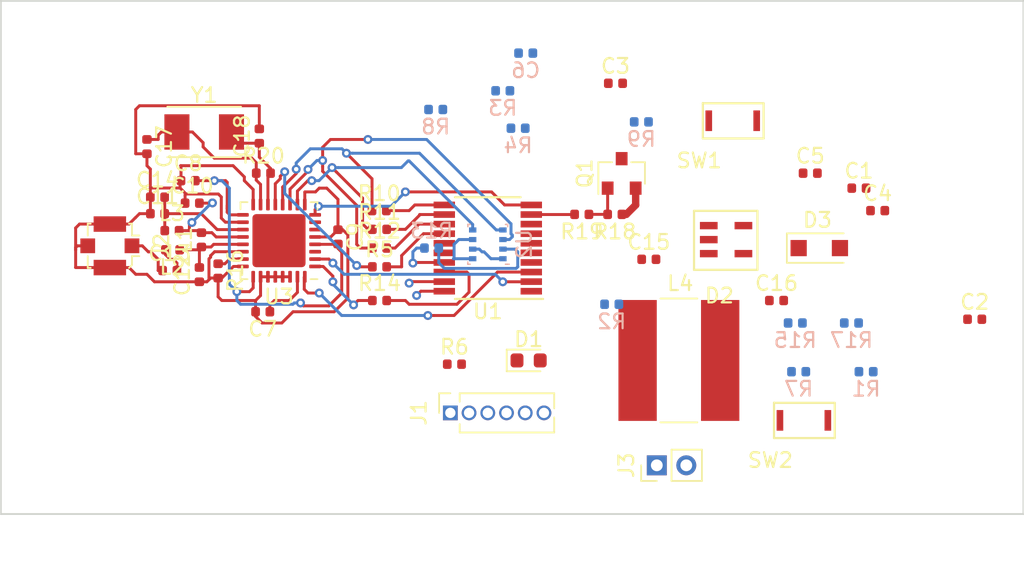
<source format=kicad_pcb>
(kicad_pcb (version 20171130) (host pcbnew 5.1.5-52549c5~86~ubuntu16.04.1)

  (general
    (thickness 1.6)
    (drawings 4)
    (tracks 362)
    (zones 0)
    (modules 55)
    (nets 39)
  )

  (page A4)
  (layers
    (0 F.Cu signal)
    (31 B.Cu signal)
    (32 B.Adhes user hide)
    (33 F.Adhes user hide)
    (34 B.Paste user hide)
    (35 F.Paste user hide)
    (36 B.SilkS user hide)
    (37 F.SilkS user)
    (38 B.Mask user hide)
    (39 F.Mask user hide)
    (40 Dwgs.User user)
    (41 Cmts.User user hide)
    (42 Eco1.User user)
    (43 Eco2.User user)
    (44 Edge.Cuts user)
    (45 Margin user)
    (46 B.CrtYd user hide)
    (47 F.CrtYd user)
    (48 B.Fab user hide)
    (49 F.Fab user)
  )

  (setup
    (last_trace_width 0.2)
    (trace_clearance 0.2)
    (zone_clearance 0.508)
    (zone_45_only no)
    (trace_min 0.2)
    (via_size 0.6)
    (via_drill 0.3)
    (via_min_size 0.4)
    (via_min_drill 0.3)
    (uvia_size 0.3)
    (uvia_drill 0.1)
    (uvias_allowed no)
    (uvia_min_size 0.2)
    (uvia_min_drill 0.1)
    (edge_width 0.05)
    (segment_width 0.2)
    (pcb_text_width 0.3)
    (pcb_text_size 1.5 1.5)
    (mod_edge_width 0.12)
    (mod_text_size 1 1)
    (mod_text_width 0.15)
    (pad_size 1.524 1.524)
    (pad_drill 0.762)
    (pad_to_mask_clearance 0.051)
    (solder_mask_min_width 0.25)
    (aux_axis_origin 0 0)
    (visible_elements FFFFFF7F)
    (pcbplotparams
      (layerselection 0x010fc_ffffffff)
      (usegerberextensions false)
      (usegerberattributes false)
      (usegerberadvancedattributes false)
      (creategerberjobfile false)
      (excludeedgelayer true)
      (linewidth 0.100000)
      (plotframeref false)
      (viasonmask false)
      (mode 1)
      (useauxorigin false)
      (hpglpennumber 1)
      (hpglpenspeed 20)
      (hpglpendiameter 15.000000)
      (psnegative false)
      (psa4output false)
      (plotreference true)
      (plotvalue true)
      (plotinvisibletext false)
      (padsonsilk false)
      (subtractmaskfromsilk false)
      (outputformat 1)
      (mirror false)
      (drillshape 1)
      (scaleselection 1)
      (outputdirectory ""))
  )

  (net 0 "")
  (net 1 "Net-(C10-Pad2)")
  (net 2 "Net-(C12-Pad2)")
  (net 3 "Net-(R2-Pad1)")
  (net 4 "Net-(R4-Pad1)")
  (net 5 "Net-(R10-Pad2)")
  (net 6 "Net-(R11-Pad2)")
  (net 7 GND)
  (net 8 /POWER/POWER_MCU)
  (net 9 "Net-(C3-Pad1)")
  (net 10 /POWER/POWER_MODULES)
  (net 11 "Net-(C7-Pad1)")
  (net 12 "Net-(C11-Pad2)")
  (net 13 "Net-(C13-Pad1)")
  (net 14 "Net-(C13-Pad2)")
  (net 15 /PWR_L)
  (net 16 "Net-(D1-Pad2)")
  (net 17 /SP_EN)
  (net 18 "Net-(D2-Pad5)")
  (net 19 "Net-(J1-Pad2)")
  (net 20 "Net-(J1-Pad3)")
  (net 21 "Net-(Q1-Pad1)")
  (net 22 /CS_NRF)
  (net 23 "Net-(R13-Pad2)")
  (net 24 "Net-(R12-Pad2)")
  (net 25 /CSK)
  (net 26 /MISO)
  (net 27 /MOSI)
  (net 28 /CS_BME)
  (net 29 /CE)
  (net 30 "Net-(R14-Pad2)")
  (net 31 /KEY)
  (net 32 "Net-(R16-Pad1)")
  (net 33 /MP_EN)
  (net 34 /PWR)
  (net 35 /TX_EN)
  (net 36 /DR)
  (net 37 "Net-(C17-Pad1)")
  (net 38 "Net-(C18-Pad1)")

  (net_class Default "Это класс цепей по умолчанию."
    (clearance 0.2)
    (trace_width 0.2)
    (via_dia 0.6)
    (via_drill 0.3)
    (uvia_dia 0.3)
    (uvia_drill 0.1)
    (add_net /CE)
    (add_net /CSK)
    (add_net /CS_BME)
    (add_net /CS_NRF)
    (add_net /DR)
    (add_net /KEY)
    (add_net /MISO)
    (add_net /MOSI)
    (add_net /MP_EN)
    (add_net /POWER/POWER_MODULES)
    (add_net /PWR)
    (add_net /PWR_L)
    (add_net /SP_EN)
    (add_net /TX_EN)
    (add_net GND)
    (add_net "Net-(C10-Pad2)")
    (add_net "Net-(C11-Pad2)")
    (add_net "Net-(C12-Pad2)")
    (add_net "Net-(C13-Pad1)")
    (add_net "Net-(C13-Pad2)")
    (add_net "Net-(C17-Pad1)")
    (add_net "Net-(C18-Pad1)")
    (add_net "Net-(C3-Pad1)")
    (add_net "Net-(C7-Pad1)")
    (add_net "Net-(D1-Pad2)")
    (add_net "Net-(D2-Pad5)")
    (add_net "Net-(J1-Pad2)")
    (add_net "Net-(J1-Pad3)")
    (add_net "Net-(Q1-Pad1)")
    (add_net "Net-(R10-Pad2)")
    (add_net "Net-(R11-Pad2)")
    (add_net "Net-(R12-Pad2)")
    (add_net "Net-(R13-Pad2)")
    (add_net "Net-(R14-Pad2)")
    (add_net "Net-(R16-Pad1)")
    (add_net "Net-(R2-Pad1)")
    (add_net "Net-(R4-Pad1)")
  )

  (net_class power ""
    (clearance 0.2)
    (trace_width 0.5)
    (via_dia 0.6)
    (via_drill 0.3)
    (uvia_dia 0.3)
    (uvia_drill 0.1)
    (add_net /POWER/POWER_MCU)
  )

  (module Package_DFN_QFN:QFN-32-1EP_5x5mm_P0.5mm_EP3.6x3.6mm (layer F.Cu) (tedit 5B4E85CF) (tstamp 5EB5C8D2)
    (at 117.92 95 180)
    (descr "QFN, 32 Pin (http://infocenter.nordicsemi.com/pdf/nRF52810_PS_v1.1.pdf (Page 468)), generated with kicad-footprint-generator ipc_dfn_qfn_generator.py")
    (tags "QFN DFN_QFN")
    (path /5EBD047F/5EBD3534)
    (attr smd)
    (fp_text reference U3 (at 0 -3.8) (layer F.SilkS)
      (effects (font (size 1 1) (thickness 0.15)))
    )
    (fp_text value NRF905 (at 0 3.8) (layer F.Fab)
      (effects (font (size 1 1) (thickness 0.15)))
    )
    (fp_line (start 2.135 -2.61) (end 2.61 -2.61) (layer F.SilkS) (width 0.12))
    (fp_line (start 2.61 -2.61) (end 2.61 -2.135) (layer F.SilkS) (width 0.12))
    (fp_line (start -2.135 2.61) (end -2.61 2.61) (layer F.SilkS) (width 0.12))
    (fp_line (start -2.61 2.61) (end -2.61 2.135) (layer F.SilkS) (width 0.12))
    (fp_line (start 2.135 2.61) (end 2.61 2.61) (layer F.SilkS) (width 0.12))
    (fp_line (start 2.61 2.61) (end 2.61 2.135) (layer F.SilkS) (width 0.12))
    (fp_line (start -2.135 -2.61) (end -2.61 -2.61) (layer F.SilkS) (width 0.12))
    (fp_line (start -1.5 -2.5) (end 2.5 -2.5) (layer F.Fab) (width 0.1))
    (fp_line (start 2.5 -2.5) (end 2.5 2.5) (layer F.Fab) (width 0.1))
    (fp_line (start 2.5 2.5) (end -2.5 2.5) (layer F.Fab) (width 0.1))
    (fp_line (start -2.5 2.5) (end -2.5 -1.5) (layer F.Fab) (width 0.1))
    (fp_line (start -2.5 -1.5) (end -1.5 -2.5) (layer F.Fab) (width 0.1))
    (fp_line (start -3.1 -3.1) (end -3.1 3.1) (layer F.CrtYd) (width 0.05))
    (fp_line (start -3.1 3.1) (end 3.1 3.1) (layer F.CrtYd) (width 0.05))
    (fp_line (start 3.1 3.1) (end 3.1 -3.1) (layer F.CrtYd) (width 0.05))
    (fp_line (start 3.1 -3.1) (end -3.1 -3.1) (layer F.CrtYd) (width 0.05))
    (fp_text user %R (at 0 0) (layer F.Fab)
      (effects (font (size 1 1) (thickness 0.15)))
    )
    (pad 33 smd roundrect (at 0 0 180) (size 3.6 3.6) (layers F.Cu F.Mask) (roundrect_rratio 0.06944400000000001))
    (pad "" smd roundrect (at -1.2 -1.2 180) (size 0.97 0.97) (layers F.Paste) (roundrect_rratio 0.25))
    (pad "" smd roundrect (at -1.2 0 180) (size 0.97 0.97) (layers F.Paste) (roundrect_rratio 0.25))
    (pad "" smd roundrect (at -1.2 1.2 180) (size 0.97 0.97) (layers F.Paste) (roundrect_rratio 0.25))
    (pad "" smd roundrect (at 0 -1.2 180) (size 0.97 0.97) (layers F.Paste) (roundrect_rratio 0.25))
    (pad "" smd roundrect (at 0 0 180) (size 0.97 0.97) (layers F.Paste) (roundrect_rratio 0.25))
    (pad "" smd roundrect (at 0 1.2 180) (size 0.97 0.97) (layers F.Paste) (roundrect_rratio 0.25))
    (pad "" smd roundrect (at 1.2 -1.2 180) (size 0.97 0.97) (layers F.Paste) (roundrect_rratio 0.25))
    (pad "" smd roundrect (at 1.2 0 180) (size 0.97 0.97) (layers F.Paste) (roundrect_rratio 0.25))
    (pad "" smd roundrect (at 1.2 1.2 180) (size 0.97 0.97) (layers F.Paste) (roundrect_rratio 0.25))
    (pad 1 smd roundrect (at -2.45 -1.75 180) (size 0.8 0.25) (layers F.Cu F.Paste F.Mask) (roundrect_rratio 0.25)
      (net 29 /CE))
    (pad 2 smd roundrect (at -2.45 -1.25 180) (size 0.8 0.25) (layers F.Cu F.Paste F.Mask) (roundrect_rratio 0.25)
      (net 34 /PWR))
    (pad 3 smd roundrect (at -2.45 -0.75 180) (size 0.8 0.25) (layers F.Cu F.Paste F.Mask) (roundrect_rratio 0.25))
    (pad 4 smd roundrect (at -2.45 -0.25 180) (size 0.8 0.25) (layers F.Cu F.Paste F.Mask) (roundrect_rratio 0.25)
      (net 10 /POWER/POWER_MODULES))
    (pad 5 smd roundrect (at -2.45 0.25 180) (size 0.8 0.25) (layers F.Cu F.Paste F.Mask) (roundrect_rratio 0.25)
      (net 7 GND))
    (pad 6 smd roundrect (at -2.45 0.75 180) (size 0.8 0.25) (layers F.Cu F.Paste F.Mask) (roundrect_rratio 0.25))
    (pad 7 smd roundrect (at -2.45 1.25 180) (size 0.8 0.25) (layers F.Cu F.Paste F.Mask) (roundrect_rratio 0.25))
    (pad 8 smd roundrect (at -2.45 1.75 180) (size 0.8 0.25) (layers F.Cu F.Paste F.Mask) (roundrect_rratio 0.25)
      (net 36 /DR))
    (pad 9 smd roundrect (at -1.75 2.45 180) (size 0.25 0.8) (layers F.Cu F.Paste F.Mask) (roundrect_rratio 0.25)
      (net 7 GND))
    (pad 10 smd roundrect (at -1.25 2.45 180) (size 0.25 0.8) (layers F.Cu F.Paste F.Mask) (roundrect_rratio 0.25)
      (net 26 /MISO))
    (pad 11 smd roundrect (at -0.75 2.45 180) (size 0.25 0.8) (layers F.Cu F.Paste F.Mask) (roundrect_rratio 0.25)
      (net 27 /MOSI))
    (pad 12 smd roundrect (at -0.25 2.45 180) (size 0.25 0.8) (layers F.Cu F.Paste F.Mask) (roundrect_rratio 0.25)
      (net 25 /CSK))
    (pad 13 smd roundrect (at 0.25 2.45 180) (size 0.25 0.8) (layers F.Cu F.Paste F.Mask) (roundrect_rratio 0.25)
      (net 22 /CS_NRF))
    (pad 14 smd roundrect (at 0.75 2.45 180) (size 0.25 0.8) (layers F.Cu F.Paste F.Mask) (roundrect_rratio 0.25)
      (net 38 "Net-(C18-Pad1)"))
    (pad 15 smd roundrect (at 1.25 2.45 180) (size 0.25 0.8) (layers F.Cu F.Paste F.Mask) (roundrect_rratio 0.25)
      (net 37 "Net-(C17-Pad1)"))
    (pad 16 smd roundrect (at 1.75 2.45 180) (size 0.25 0.8) (layers F.Cu F.Paste F.Mask) (roundrect_rratio 0.25)
      (net 7 GND))
    (pad 17 smd roundrect (at 2.45 1.75 180) (size 0.8 0.25) (layers F.Cu F.Paste F.Mask) (roundrect_rratio 0.25)
      (net 10 /POWER/POWER_MODULES))
    (pad 18 smd roundrect (at 2.45 1.25 180) (size 0.8 0.25) (layers F.Cu F.Paste F.Mask) (roundrect_rratio 0.25)
      (net 7 GND))
    (pad 19 smd roundrect (at 2.45 0.75 180) (size 0.8 0.25) (layers F.Cu F.Paste F.Mask) (roundrect_rratio 0.25)
      (net 12 "Net-(C11-Pad2)"))
    (pad 20 smd roundrect (at 2.45 0.25 180) (size 0.8 0.25) (layers F.Cu F.Paste F.Mask) (roundrect_rratio 0.25)
      (net 1 "Net-(C10-Pad2)"))
    (pad 21 smd roundrect (at 2.45 -0.25 180) (size 0.8 0.25) (layers F.Cu F.Paste F.Mask) (roundrect_rratio 0.25)
      (net 2 "Net-(C12-Pad2)"))
    (pad 22 smd roundrect (at 2.45 -0.75 180) (size 0.8 0.25) (layers F.Cu F.Paste F.Mask) (roundrect_rratio 0.25)
      (net 7 GND))
    (pad 23 smd roundrect (at 2.45 -1.25 180) (size 0.8 0.25) (layers F.Cu F.Paste F.Mask) (roundrect_rratio 0.25)
      (net 32 "Net-(R16-Pad1)"))
    (pad 24 smd roundrect (at 2.45 -1.75 180) (size 0.8 0.25) (layers F.Cu F.Paste F.Mask) (roundrect_rratio 0.25)
      (net 7 GND))
    (pad 25 smd roundrect (at 1.75 -2.45 180) (size 0.25 0.8) (layers F.Cu F.Paste F.Mask) (roundrect_rratio 0.25)
      (net 10 /POWER/POWER_MODULES))
    (pad 26 smd roundrect (at 1.25 -2.45 180) (size 0.25 0.8) (layers F.Cu F.Paste F.Mask) (roundrect_rratio 0.25)
      (net 7 GND))
    (pad 27 smd roundrect (at 0.75 -2.45 180) (size 0.25 0.8) (layers F.Cu F.Paste F.Mask) (roundrect_rratio 0.25)
      (net 7 GND))
    (pad 28 smd roundrect (at 0.25 -2.45 180) (size 0.25 0.8) (layers F.Cu F.Paste F.Mask) (roundrect_rratio 0.25)
      (net 7 GND))
    (pad 29 smd roundrect (at -0.25 -2.45 180) (size 0.25 0.8) (layers F.Cu F.Paste F.Mask) (roundrect_rratio 0.25)
      (net 7 GND))
    (pad 30 smd roundrect (at -0.75 -2.45 180) (size 0.25 0.8) (layers F.Cu F.Paste F.Mask) (roundrect_rratio 0.25)
      (net 7 GND))
    (pad 31 smd roundrect (at -1.25 -2.45 180) (size 0.25 0.8) (layers F.Cu F.Paste F.Mask) (roundrect_rratio 0.25)
      (net 11 "Net-(C7-Pad1)"))
    (pad 32 smd roundrect (at -1.75 -2.45 180) (size 0.25 0.8) (layers F.Cu F.Paste F.Mask) (roundrect_rratio 0.25)
      (net 35 /TX_EN))
    (model ${KISYS3DMOD}/Package_DFN_QFN.3dshapes/QFN-32-1EP_5x5mm_P0.5mm_EP3.6x3.6mm.wrl
      (at (xyz 0 0 0))
      (scale (xyz 1 1 1))
      (rotate (xyz 0 0 0))
    )
  )

  (module Capacitor_SMD:C_0402_1005Metric (layer F.Cu) (tedit 5B301BBE) (tstamp 5EB58147)
    (at 116.586 87.907 90)
    (descr "Capacitor SMD 0402 (1005 Metric), square (rectangular) end terminal, IPC_7351 nominal, (Body size source: http://www.tortai-tech.com/upload/download/2011102023233369053.pdf), generated with kicad-footprint-generator")
    (tags capacitor)
    (path /5EBD047F/5EB917BB)
    (attr smd)
    (fp_text reference C18 (at 0 -1.17 90) (layer F.SilkS)
      (effects (font (size 1 1) (thickness 0.15)))
    )
    (fp_text value "22 p" (at 0 1.17 90) (layer F.Fab)
      (effects (font (size 1 1) (thickness 0.15)))
    )
    (fp_line (start -0.5 0.25) (end -0.5 -0.25) (layer F.Fab) (width 0.1))
    (fp_line (start -0.5 -0.25) (end 0.5 -0.25) (layer F.Fab) (width 0.1))
    (fp_line (start 0.5 -0.25) (end 0.5 0.25) (layer F.Fab) (width 0.1))
    (fp_line (start 0.5 0.25) (end -0.5 0.25) (layer F.Fab) (width 0.1))
    (fp_line (start -0.93 0.47) (end -0.93 -0.47) (layer F.CrtYd) (width 0.05))
    (fp_line (start -0.93 -0.47) (end 0.93 -0.47) (layer F.CrtYd) (width 0.05))
    (fp_line (start 0.93 -0.47) (end 0.93 0.47) (layer F.CrtYd) (width 0.05))
    (fp_line (start 0.93 0.47) (end -0.93 0.47) (layer F.CrtYd) (width 0.05))
    (fp_text user %R (at 0 0 90) (layer F.Fab)
      (effects (font (size 0.25 0.25) (thickness 0.04)))
    )
    (pad 1 smd roundrect (at -0.485 0 90) (size 0.59 0.64) (layers F.Cu F.Paste F.Mask) (roundrect_rratio 0.25)
      (net 38 "Net-(C18-Pad1)"))
    (pad 2 smd roundrect (at 0.485 0 90) (size 0.59 0.64) (layers F.Cu F.Paste F.Mask) (roundrect_rratio 0.25)
      (net 7 GND))
    (model ${KISYS3DMOD}/Capacitor_SMD.3dshapes/C_0402_1005Metric.wrl
      (at (xyz 0 0 0))
      (scale (xyz 1 1 1))
      (rotate (xyz 0 0 0))
    )
  )

  (module Resistor_SMD:R_0402_1005Metric (layer F.Cu) (tedit 5B301BBD) (tstamp 5EB5C7E7)
    (at 113.792 97.051 270)
    (descr "Resistor SMD 0402 (1005 Metric), square (rectangular) end terminal, IPC_7351 nominal, (Body size source: http://www.tortai-tech.com/upload/download/2011102023233369053.pdf), generated with kicad-footprint-generator")
    (tags resistor)
    (path /5EBD047F/5EBD35BB)
    (attr smd)
    (fp_text reference R16 (at 0 -1.17 90) (layer F.SilkS)
      (effects (font (size 1 1) (thickness 0.15)))
    )
    (fp_text value "22 k" (at 0 1.17 90) (layer F.Fab)
      (effects (font (size 1 1) (thickness 0.15)))
    )
    (fp_text user %R (at 0 0 90) (layer F.Fab)
      (effects (font (size 0.25 0.25) (thickness 0.04)))
    )
    (fp_line (start 0.93 0.47) (end -0.93 0.47) (layer F.CrtYd) (width 0.05))
    (fp_line (start 0.93 -0.47) (end 0.93 0.47) (layer F.CrtYd) (width 0.05))
    (fp_line (start -0.93 -0.47) (end 0.93 -0.47) (layer F.CrtYd) (width 0.05))
    (fp_line (start -0.93 0.47) (end -0.93 -0.47) (layer F.CrtYd) (width 0.05))
    (fp_line (start 0.5 0.25) (end -0.5 0.25) (layer F.Fab) (width 0.1))
    (fp_line (start 0.5 -0.25) (end 0.5 0.25) (layer F.Fab) (width 0.1))
    (fp_line (start -0.5 -0.25) (end 0.5 -0.25) (layer F.Fab) (width 0.1))
    (fp_line (start -0.5 0.25) (end -0.5 -0.25) (layer F.Fab) (width 0.1))
    (pad 2 smd roundrect (at 0.485 0 270) (size 0.59 0.64) (layers F.Cu F.Paste F.Mask) (roundrect_rratio 0.25)
      (net 7 GND))
    (pad 1 smd roundrect (at -0.485 0 270) (size 0.59 0.64) (layers F.Cu F.Paste F.Mask) (roundrect_rratio 0.25)
      (net 32 "Net-(R16-Pad1)"))
    (model ${KISYS3DMOD}/Resistor_SMD.3dshapes/R_0402_1005Metric.wrl
      (at (xyz 0 0 0))
      (scale (xyz 1 1 1))
      (rotate (xyz 0 0 0))
    )
  )

  (module Capacitor_SMD:C_0402_1005Metric (layer F.Cu) (tedit 5B301BBE) (tstamp 5EB5C534)
    (at 157.249 91.44)
    (descr "Capacitor SMD 0402 (1005 Metric), square (rectangular) end terminal, IPC_7351 nominal, (Body size source: http://www.tortai-tech.com/upload/download/2011102023233369053.pdf), generated with kicad-footprint-generator")
    (tags capacitor)
    (path /5ECD3972)
    (attr smd)
    (fp_text reference C1 (at 0 -1.17) (layer F.SilkS)
      (effects (font (size 1 1) (thickness 0.15)))
    )
    (fp_text value "0.1 uf" (at 0 1.17) (layer F.Fab)
      (effects (font (size 1 1) (thickness 0.15)))
    )
    (fp_text user %R (at 0 0) (layer F.Fab)
      (effects (font (size 0.25 0.25) (thickness 0.04)))
    )
    (fp_line (start 0.93 0.47) (end -0.93 0.47) (layer F.CrtYd) (width 0.05))
    (fp_line (start 0.93 -0.47) (end 0.93 0.47) (layer F.CrtYd) (width 0.05))
    (fp_line (start -0.93 -0.47) (end 0.93 -0.47) (layer F.CrtYd) (width 0.05))
    (fp_line (start -0.93 0.47) (end -0.93 -0.47) (layer F.CrtYd) (width 0.05))
    (fp_line (start 0.5 0.25) (end -0.5 0.25) (layer F.Fab) (width 0.1))
    (fp_line (start 0.5 -0.25) (end 0.5 0.25) (layer F.Fab) (width 0.1))
    (fp_line (start -0.5 -0.25) (end 0.5 -0.25) (layer F.Fab) (width 0.1))
    (fp_line (start -0.5 0.25) (end -0.5 -0.25) (layer F.Fab) (width 0.1))
    (pad 2 smd roundrect (at 0.485 0) (size 0.59 0.64) (layers F.Cu F.Paste F.Mask) (roundrect_rratio 0.25)
      (net 7 GND))
    (pad 1 smd roundrect (at -0.485 0) (size 0.59 0.64) (layers F.Cu F.Paste F.Mask) (roundrect_rratio 0.25)
      (net 8 /POWER/POWER_MCU))
    (model ${KISYS3DMOD}/Capacitor_SMD.3dshapes/C_0402_1005Metric.wrl
      (at (xyz 0 0 0))
      (scale (xyz 1 1 1))
      (rotate (xyz 0 0 0))
    )
  )

  (module Capacitor_SMD:C_0402_1005Metric (layer F.Cu) (tedit 5B301BBE) (tstamp 5EB5C543)
    (at 165.1 100.33)
    (descr "Capacitor SMD 0402 (1005 Metric), square (rectangular) end terminal, IPC_7351 nominal, (Body size source: http://www.tortai-tech.com/upload/download/2011102023233369053.pdf), generated with kicad-footprint-generator")
    (tags capacitor)
    (path /5ECD3203)
    (attr smd)
    (fp_text reference C2 (at 0 -1.17) (layer F.SilkS)
      (effects (font (size 1 1) (thickness 0.15)))
    )
    (fp_text value "0.1 uf" (at 0 1.17) (layer F.Fab)
      (effects (font (size 1 1) (thickness 0.15)))
    )
    (fp_line (start -0.5 0.25) (end -0.5 -0.25) (layer F.Fab) (width 0.1))
    (fp_line (start -0.5 -0.25) (end 0.5 -0.25) (layer F.Fab) (width 0.1))
    (fp_line (start 0.5 -0.25) (end 0.5 0.25) (layer F.Fab) (width 0.1))
    (fp_line (start 0.5 0.25) (end -0.5 0.25) (layer F.Fab) (width 0.1))
    (fp_line (start -0.93 0.47) (end -0.93 -0.47) (layer F.CrtYd) (width 0.05))
    (fp_line (start -0.93 -0.47) (end 0.93 -0.47) (layer F.CrtYd) (width 0.05))
    (fp_line (start 0.93 -0.47) (end 0.93 0.47) (layer F.CrtYd) (width 0.05))
    (fp_line (start 0.93 0.47) (end -0.93 0.47) (layer F.CrtYd) (width 0.05))
    (fp_text user %R (at 0 0) (layer F.Fab)
      (effects (font (size 0.25 0.25) (thickness 0.04)))
    )
    (pad 1 smd roundrect (at -0.485 0) (size 0.59 0.64) (layers F.Cu F.Paste F.Mask) (roundrect_rratio 0.25)
      (net 8 /POWER/POWER_MCU))
    (pad 2 smd roundrect (at 0.485 0) (size 0.59 0.64) (layers F.Cu F.Paste F.Mask) (roundrect_rratio 0.25)
      (net 7 GND))
    (model ${KISYS3DMOD}/Capacitor_SMD.3dshapes/C_0402_1005Metric.wrl
      (at (xyz 0 0 0))
      (scale (xyz 1 1 1))
      (rotate (xyz 0 0 0))
    )
  )

  (module Capacitor_SMD:C_0402_1005Metric (layer F.Cu) (tedit 5B301BBE) (tstamp 5EB5C552)
    (at 140.739 84.328)
    (descr "Capacitor SMD 0402 (1005 Metric), square (rectangular) end terminal, IPC_7351 nominal, (Body size source: http://www.tortai-tech.com/upload/download/2011102023233369053.pdf), generated with kicad-footprint-generator")
    (tags capacitor)
    (path /5EC439AC)
    (attr smd)
    (fp_text reference C3 (at 0 -1.17) (layer F.SilkS)
      (effects (font (size 1 1) (thickness 0.15)))
    )
    (fp_text value "0.1 uf" (at 0 1.17) (layer F.Fab)
      (effects (font (size 1 1) (thickness 0.15)))
    )
    (fp_text user %R (at 0 0) (layer F.Fab)
      (effects (font (size 0.25 0.25) (thickness 0.04)))
    )
    (fp_line (start 0.93 0.47) (end -0.93 0.47) (layer F.CrtYd) (width 0.05))
    (fp_line (start 0.93 -0.47) (end 0.93 0.47) (layer F.CrtYd) (width 0.05))
    (fp_line (start -0.93 -0.47) (end 0.93 -0.47) (layer F.CrtYd) (width 0.05))
    (fp_line (start -0.93 0.47) (end -0.93 -0.47) (layer F.CrtYd) (width 0.05))
    (fp_line (start 0.5 0.25) (end -0.5 0.25) (layer F.Fab) (width 0.1))
    (fp_line (start 0.5 -0.25) (end 0.5 0.25) (layer F.Fab) (width 0.1))
    (fp_line (start -0.5 -0.25) (end 0.5 -0.25) (layer F.Fab) (width 0.1))
    (fp_line (start -0.5 0.25) (end -0.5 -0.25) (layer F.Fab) (width 0.1))
    (pad 2 smd roundrect (at 0.485 0) (size 0.59 0.64) (layers F.Cu F.Paste F.Mask) (roundrect_rratio 0.25)
      (net 7 GND))
    (pad 1 smd roundrect (at -0.485 0) (size 0.59 0.64) (layers F.Cu F.Paste F.Mask) (roundrect_rratio 0.25)
      (net 9 "Net-(C3-Pad1)"))
    (model ${KISYS3DMOD}/Capacitor_SMD.3dshapes/C_0402_1005Metric.wrl
      (at (xyz 0 0 0))
      (scale (xyz 1 1 1))
      (rotate (xyz 0 0 0))
    )
  )

  (module Capacitor_SMD:C_0402_1005Metric (layer F.Cu) (tedit 5B301BBE) (tstamp 5EB5C561)
    (at 158.519 92.964)
    (descr "Capacitor SMD 0402 (1005 Metric), square (rectangular) end terminal, IPC_7351 nominal, (Body size source: http://www.tortai-tech.com/upload/download/2011102023233369053.pdf), generated with kicad-footprint-generator")
    (tags capacitor)
    (path /5EBFDCC2/5EC48C40)
    (attr smd)
    (fp_text reference C4 (at 0 -1.17) (layer F.SilkS)
      (effects (font (size 1 1) (thickness 0.15)))
    )
    (fp_text value "0.1 uf" (at 0 1.17) (layer F.Fab)
      (effects (font (size 1 1) (thickness 0.15)))
    )
    (fp_text user %R (at 0 0) (layer F.Fab)
      (effects (font (size 0.25 0.25) (thickness 0.04)))
    )
    (fp_line (start 0.93 0.47) (end -0.93 0.47) (layer F.CrtYd) (width 0.05))
    (fp_line (start 0.93 -0.47) (end 0.93 0.47) (layer F.CrtYd) (width 0.05))
    (fp_line (start -0.93 -0.47) (end 0.93 -0.47) (layer F.CrtYd) (width 0.05))
    (fp_line (start -0.93 0.47) (end -0.93 -0.47) (layer F.CrtYd) (width 0.05))
    (fp_line (start 0.5 0.25) (end -0.5 0.25) (layer F.Fab) (width 0.1))
    (fp_line (start 0.5 -0.25) (end 0.5 0.25) (layer F.Fab) (width 0.1))
    (fp_line (start -0.5 -0.25) (end 0.5 -0.25) (layer F.Fab) (width 0.1))
    (fp_line (start -0.5 0.25) (end -0.5 -0.25) (layer F.Fab) (width 0.1))
    (pad 2 smd roundrect (at 0.485 0) (size 0.59 0.64) (layers F.Cu F.Paste F.Mask) (roundrect_rratio 0.25)
      (net 7 GND))
    (pad 1 smd roundrect (at -0.485 0) (size 0.59 0.64) (layers F.Cu F.Paste F.Mask) (roundrect_rratio 0.25)
      (net 10 /POWER/POWER_MODULES))
    (model ${KISYS3DMOD}/Capacitor_SMD.3dshapes/C_0402_1005Metric.wrl
      (at (xyz 0 0 0))
      (scale (xyz 1 1 1))
      (rotate (xyz 0 0 0))
    )
  )

  (module Capacitor_SMD:C_0402_1005Metric (layer F.Cu) (tedit 5B301BBE) (tstamp 5EB5C570)
    (at 153.947 90.424)
    (descr "Capacitor SMD 0402 (1005 Metric), square (rectangular) end terminal, IPC_7351 nominal, (Body size source: http://www.tortai-tech.com/upload/download/2011102023233369053.pdf), generated with kicad-footprint-generator")
    (tags capacitor)
    (path /5EBFDCC2/5EC489DE)
    (attr smd)
    (fp_text reference C5 (at 0 -1.17) (layer F.SilkS)
      (effects (font (size 1 1) (thickness 0.15)))
    )
    (fp_text value "4.7 uf" (at 0 1.17) (layer F.Fab)
      (effects (font (size 1 1) (thickness 0.15)))
    )
    (fp_line (start -0.5 0.25) (end -0.5 -0.25) (layer F.Fab) (width 0.1))
    (fp_line (start -0.5 -0.25) (end 0.5 -0.25) (layer F.Fab) (width 0.1))
    (fp_line (start 0.5 -0.25) (end 0.5 0.25) (layer F.Fab) (width 0.1))
    (fp_line (start 0.5 0.25) (end -0.5 0.25) (layer F.Fab) (width 0.1))
    (fp_line (start -0.93 0.47) (end -0.93 -0.47) (layer F.CrtYd) (width 0.05))
    (fp_line (start -0.93 -0.47) (end 0.93 -0.47) (layer F.CrtYd) (width 0.05))
    (fp_line (start 0.93 -0.47) (end 0.93 0.47) (layer F.CrtYd) (width 0.05))
    (fp_line (start 0.93 0.47) (end -0.93 0.47) (layer F.CrtYd) (width 0.05))
    (fp_text user %R (at 0 0) (layer F.Fab)
      (effects (font (size 0.25 0.25) (thickness 0.04)))
    )
    (pad 1 smd roundrect (at -0.485 0) (size 0.59 0.64) (layers F.Cu F.Paste F.Mask) (roundrect_rratio 0.25)
      (net 10 /POWER/POWER_MODULES))
    (pad 2 smd roundrect (at 0.485 0) (size 0.59 0.64) (layers F.Cu F.Paste F.Mask) (roundrect_rratio 0.25)
      (net 7 GND))
    (model ${KISYS3DMOD}/Capacitor_SMD.3dshapes/C_0402_1005Metric.wrl
      (at (xyz 0 0 0))
      (scale (xyz 1 1 1))
      (rotate (xyz 0 0 0))
    )
  )

  (module Capacitor_SMD:C_0402_1005Metric (layer F.Cu) (tedit 5B301BBE) (tstamp 5EB5C58E)
    (at 116.817 99.822 180)
    (descr "Capacitor SMD 0402 (1005 Metric), square (rectangular) end terminal, IPC_7351 nominal, (Body size source: http://www.tortai-tech.com/upload/download/2011102023233369053.pdf), generated with kicad-footprint-generator")
    (tags capacitor)
    (path /5EBD047F/5EBD35B2)
    (attr smd)
    (fp_text reference C7 (at 0 -1.17) (layer F.SilkS)
      (effects (font (size 1 1) (thickness 0.15)))
    )
    (fp_text value "10 n" (at 0 1.17) (layer F.Fab)
      (effects (font (size 1 1) (thickness 0.15)))
    )
    (fp_line (start -0.5 0.25) (end -0.5 -0.25) (layer F.Fab) (width 0.1))
    (fp_line (start -0.5 -0.25) (end 0.5 -0.25) (layer F.Fab) (width 0.1))
    (fp_line (start 0.5 -0.25) (end 0.5 0.25) (layer F.Fab) (width 0.1))
    (fp_line (start 0.5 0.25) (end -0.5 0.25) (layer F.Fab) (width 0.1))
    (fp_line (start -0.93 0.47) (end -0.93 -0.47) (layer F.CrtYd) (width 0.05))
    (fp_line (start -0.93 -0.47) (end 0.93 -0.47) (layer F.CrtYd) (width 0.05))
    (fp_line (start 0.93 -0.47) (end 0.93 0.47) (layer F.CrtYd) (width 0.05))
    (fp_line (start 0.93 0.47) (end -0.93 0.47) (layer F.CrtYd) (width 0.05))
    (fp_text user %R (at 0 0) (layer F.Fab)
      (effects (font (size 0.25 0.25) (thickness 0.04)))
    )
    (pad 1 smd roundrect (at -0.485 0 180) (size 0.59 0.64) (layers F.Cu F.Paste F.Mask) (roundrect_rratio 0.25)
      (net 11 "Net-(C7-Pad1)"))
    (pad 2 smd roundrect (at 0.485 0 180) (size 0.59 0.64) (layers F.Cu F.Paste F.Mask) (roundrect_rratio 0.25)
      (net 7 GND))
    (model ${KISYS3DMOD}/Capacitor_SMD.3dshapes/C_0402_1005Metric.wrl
      (at (xyz 0 0 0))
      (scale (xyz 1 1 1))
      (rotate (xyz 0 0 0))
    )
  )

  (module Capacitor_SMD:C_0402_1005Metric (layer F.Cu) (tedit 5B301BBE) (tstamp 5EB5C59D)
    (at 111.76 90.932)
    (descr "Capacitor SMD 0402 (1005 Metric), square (rectangular) end terminal, IPC_7351 nominal, (Body size source: http://www.tortai-tech.com/upload/download/2011102023233369053.pdf), generated with kicad-footprint-generator")
    (tags capacitor)
    (path /5EBD047F/5EBD35D0)
    (attr smd)
    (fp_text reference C8 (at 0 -1.17) (layer F.SilkS)
      (effects (font (size 1 1) (thickness 0.15)))
    )
    (fp_text value "33 p" (at 0 1.17) (layer F.Fab)
      (effects (font (size 1 1) (thickness 0.15)))
    )
    (fp_line (start -0.5 0.25) (end -0.5 -0.25) (layer F.Fab) (width 0.1))
    (fp_line (start -0.5 -0.25) (end 0.5 -0.25) (layer F.Fab) (width 0.1))
    (fp_line (start 0.5 -0.25) (end 0.5 0.25) (layer F.Fab) (width 0.1))
    (fp_line (start 0.5 0.25) (end -0.5 0.25) (layer F.Fab) (width 0.1))
    (fp_line (start -0.93 0.47) (end -0.93 -0.47) (layer F.CrtYd) (width 0.05))
    (fp_line (start -0.93 -0.47) (end 0.93 -0.47) (layer F.CrtYd) (width 0.05))
    (fp_line (start 0.93 -0.47) (end 0.93 0.47) (layer F.CrtYd) (width 0.05))
    (fp_line (start 0.93 0.47) (end -0.93 0.47) (layer F.CrtYd) (width 0.05))
    (fp_text user %R (at 0 0) (layer F.Fab)
      (effects (font (size 0.25 0.25) (thickness 0.04)))
    )
    (pad 1 smd roundrect (at -0.485 0) (size 0.59 0.64) (layers F.Cu F.Paste F.Mask) (roundrect_rratio 0.25)
      (net 7 GND))
    (pad 2 smd roundrect (at 0.485 0) (size 0.59 0.64) (layers F.Cu F.Paste F.Mask) (roundrect_rratio 0.25)
      (net 10 /POWER/POWER_MODULES))
    (model ${KISYS3DMOD}/Capacitor_SMD.3dshapes/C_0402_1005Metric.wrl
      (at (xyz 0 0 0))
      (scale (xyz 1 1 1))
      (rotate (xyz 0 0 0))
    )
  )

  (module Capacitor_SMD:C_0402_1005Metric (layer F.Cu) (tedit 5B301BBE) (tstamp 5EB5C5AC)
    (at 121.92 94.742 270)
    (descr "Capacitor SMD 0402 (1005 Metric), square (rectangular) end terminal, IPC_7351 nominal, (Body size source: http://www.tortai-tech.com/upload/download/2011102023233369053.pdf), generated with kicad-footprint-generator")
    (tags capacitor)
    (path /5EBD047F/5EBD35C5)
    (attr smd)
    (fp_text reference C9 (at 0 -1.17 90) (layer F.SilkS)
      (effects (font (size 1 1) (thickness 0.15)))
    )
    (fp_text value "33 p" (at 0 1.17 90) (layer F.Fab)
      (effects (font (size 1 1) (thickness 0.15)))
    )
    (fp_line (start -0.5 0.25) (end -0.5 -0.25) (layer F.Fab) (width 0.1))
    (fp_line (start -0.5 -0.25) (end 0.5 -0.25) (layer F.Fab) (width 0.1))
    (fp_line (start 0.5 -0.25) (end 0.5 0.25) (layer F.Fab) (width 0.1))
    (fp_line (start 0.5 0.25) (end -0.5 0.25) (layer F.Fab) (width 0.1))
    (fp_line (start -0.93 0.47) (end -0.93 -0.47) (layer F.CrtYd) (width 0.05))
    (fp_line (start -0.93 -0.47) (end 0.93 -0.47) (layer F.CrtYd) (width 0.05))
    (fp_line (start 0.93 -0.47) (end 0.93 0.47) (layer F.CrtYd) (width 0.05))
    (fp_line (start 0.93 0.47) (end -0.93 0.47) (layer F.CrtYd) (width 0.05))
    (fp_text user %R (at 0 0 90) (layer F.Fab)
      (effects (font (size 0.25 0.25) (thickness 0.04)))
    )
    (pad 1 smd roundrect (at -0.485 0 270) (size 0.59 0.64) (layers F.Cu F.Paste F.Mask) (roundrect_rratio 0.25)
      (net 7 GND))
    (pad 2 smd roundrect (at 0.485 0 270) (size 0.59 0.64) (layers F.Cu F.Paste F.Mask) (roundrect_rratio 0.25)
      (net 10 /POWER/POWER_MODULES))
    (model ${KISYS3DMOD}/Capacitor_SMD.3dshapes/C_0402_1005Metric.wrl
      (at (xyz 0 0 0))
      (scale (xyz 1 1 1))
      (rotate (xyz 0 0 0))
    )
  )

  (module Capacitor_SMD:C_0402_1005Metric (layer F.Cu) (tedit 5B301BBE) (tstamp 5EB5CF57)
    (at 112.037 92.456)
    (descr "Capacitor SMD 0402 (1005 Metric), square (rectangular) end terminal, IPC_7351 nominal, (Body size source: http://www.tortai-tech.com/upload/download/2011102023233369053.pdf), generated with kicad-footprint-generator")
    (tags capacitor)
    (path /5EBD047F/5EBD3633)
    (attr smd)
    (fp_text reference C10 (at 0 -1.17) (layer F.SilkS)
      (effects (font (size 1 1) (thickness 0.15)))
    )
    (fp_text value "18 p" (at 0 1.17) (layer F.Fab)
      (effects (font (size 1 1) (thickness 0.15)))
    )
    (fp_text user %R (at 0 0) (layer F.Fab)
      (effects (font (size 0.25 0.25) (thickness 0.04)))
    )
    (fp_line (start 0.93 0.47) (end -0.93 0.47) (layer F.CrtYd) (width 0.05))
    (fp_line (start 0.93 -0.47) (end 0.93 0.47) (layer F.CrtYd) (width 0.05))
    (fp_line (start -0.93 -0.47) (end 0.93 -0.47) (layer F.CrtYd) (width 0.05))
    (fp_line (start -0.93 0.47) (end -0.93 -0.47) (layer F.CrtYd) (width 0.05))
    (fp_line (start 0.5 0.25) (end -0.5 0.25) (layer F.Fab) (width 0.1))
    (fp_line (start 0.5 -0.25) (end 0.5 0.25) (layer F.Fab) (width 0.1))
    (fp_line (start -0.5 -0.25) (end 0.5 -0.25) (layer F.Fab) (width 0.1))
    (fp_line (start -0.5 0.25) (end -0.5 -0.25) (layer F.Fab) (width 0.1))
    (pad 2 smd roundrect (at 0.485 0) (size 0.59 0.64) (layers F.Cu F.Paste F.Mask) (roundrect_rratio 0.25)
      (net 1 "Net-(C10-Pad2)"))
    (pad 1 smd roundrect (at -0.485 0) (size 0.59 0.64) (layers F.Cu F.Paste F.Mask) (roundrect_rratio 0.25)
      (net 7 GND))
    (model ${KISYS3DMOD}/Capacitor_SMD.3dshapes/C_0402_1005Metric.wrl
      (at (xyz 0 0 0))
      (scale (xyz 1 1 1))
      (rotate (xyz 0 0 0))
    )
  )

  (module Capacitor_SMD:C_0402_1005Metric (layer F.Cu) (tedit 5B301BBE) (tstamp 5EB59B21)
    (at 109.685 93.17)
    (descr "Capacitor SMD 0402 (1005 Metric), square (rectangular) end terminal, IPC_7351 nominal, (Body size source: http://www.tortai-tech.com/upload/download/2011102023233369053.pdf), generated with kicad-footprint-generator")
    (tags capacitor)
    (path /5EBD047F/5EBD3611)
    (attr smd)
    (fp_text reference C11 (at 0 -1.17) (layer F.SilkS)
      (effects (font (size 1 1) (thickness 0.15)))
    )
    (fp_text value "3.3 n" (at 0 1.17) (layer F.Fab)
      (effects (font (size 1 1) (thickness 0.15)))
    )
    (fp_text user %R (at 0 0) (layer F.Fab)
      (effects (font (size 0.25 0.25) (thickness 0.04)))
    )
    (fp_line (start 0.93 0.47) (end -0.93 0.47) (layer F.CrtYd) (width 0.05))
    (fp_line (start 0.93 -0.47) (end 0.93 0.47) (layer F.CrtYd) (width 0.05))
    (fp_line (start -0.93 -0.47) (end 0.93 -0.47) (layer F.CrtYd) (width 0.05))
    (fp_line (start -0.93 0.47) (end -0.93 -0.47) (layer F.CrtYd) (width 0.05))
    (fp_line (start 0.5 0.25) (end -0.5 0.25) (layer F.Fab) (width 0.1))
    (fp_line (start 0.5 -0.25) (end 0.5 0.25) (layer F.Fab) (width 0.1))
    (fp_line (start -0.5 -0.25) (end 0.5 -0.25) (layer F.Fab) (width 0.1))
    (fp_line (start -0.5 0.25) (end -0.5 -0.25) (layer F.Fab) (width 0.1))
    (pad 2 smd roundrect (at 0.485 0) (size 0.59 0.64) (layers F.Cu F.Paste F.Mask) (roundrect_rratio 0.25)
      (net 12 "Net-(C11-Pad2)"))
    (pad 1 smd roundrect (at -0.485 0) (size 0.59 0.64) (layers F.Cu F.Paste F.Mask) (roundrect_rratio 0.25)
      (net 7 GND))
    (model ${KISYS3DMOD}/Capacitor_SMD.3dshapes/C_0402_1005Metric.wrl
      (at (xyz 0 0 0))
      (scale (xyz 1 1 1))
      (rotate (xyz 0 0 0))
    )
  )

  (module Capacitor_SMD:C_0402_1005Metric (layer F.Cu) (tedit 5B301BBE) (tstamp 5EB5C5D9)
    (at 112.522 97.305 90)
    (descr "Capacitor SMD 0402 (1005 Metric), square (rectangular) end terminal, IPC_7351 nominal, (Body size source: http://www.tortai-tech.com/upload/download/2011102023233369053.pdf), generated with kicad-footprint-generator")
    (tags capacitor)
    (path /5EBD047F/5EBD362D)
    (attr smd)
    (fp_text reference C12 (at 0 -1.17 90) (layer F.SilkS)
      (effects (font (size 1 1) (thickness 0.15)))
    )
    (fp_text value "18 p" (at 0 1.17 90) (layer F.Fab)
      (effects (font (size 1 1) (thickness 0.15)))
    )
    (fp_line (start -0.5 0.25) (end -0.5 -0.25) (layer F.Fab) (width 0.1))
    (fp_line (start -0.5 -0.25) (end 0.5 -0.25) (layer F.Fab) (width 0.1))
    (fp_line (start 0.5 -0.25) (end 0.5 0.25) (layer F.Fab) (width 0.1))
    (fp_line (start 0.5 0.25) (end -0.5 0.25) (layer F.Fab) (width 0.1))
    (fp_line (start -0.93 0.47) (end -0.93 -0.47) (layer F.CrtYd) (width 0.05))
    (fp_line (start -0.93 -0.47) (end 0.93 -0.47) (layer F.CrtYd) (width 0.05))
    (fp_line (start 0.93 -0.47) (end 0.93 0.47) (layer F.CrtYd) (width 0.05))
    (fp_line (start 0.93 0.47) (end -0.93 0.47) (layer F.CrtYd) (width 0.05))
    (fp_text user %R (at 0 0 90) (layer F.Fab)
      (effects (font (size 0.25 0.25) (thickness 0.04)))
    )
    (pad 1 smd roundrect (at -0.485 0 90) (size 0.59 0.64) (layers F.Cu F.Paste F.Mask) (roundrect_rratio 0.25)
      (net 7 GND))
    (pad 2 smd roundrect (at 0.485 0 90) (size 0.59 0.64) (layers F.Cu F.Paste F.Mask) (roundrect_rratio 0.25)
      (net 2 "Net-(C12-Pad2)"))
    (model ${KISYS3DMOD}/Capacitor_SMD.3dshapes/C_0402_1005Metric.wrl
      (at (xyz 0 0 0))
      (scale (xyz 1 1 1))
      (rotate (xyz 0 0 0))
    )
  )

  (module Capacitor_SMD:C_0402_1005Metric (layer F.Cu) (tedit 5B301BBE) (tstamp 5EB5C5E8)
    (at 110.513 97.028)
    (descr "Capacitor SMD 0402 (1005 Metric), square (rectangular) end terminal, IPC_7351 nominal, (Body size source: http://www.tortai-tech.com/upload/download/2011102023233369053.pdf), generated with kicad-footprint-generator")
    (tags capacitor)
    (path /5EBD047F/5EBD361C)
    (attr smd)
    (fp_text reference C13 (at 0 -1.17) (layer F.SilkS)
      (effects (font (size 1 1) (thickness 0.15)))
    )
    (fp_text value "6.8 p" (at 0 1.17) (layer F.Fab)
      (effects (font (size 1 1) (thickness 0.15)))
    )
    (fp_line (start -0.5 0.25) (end -0.5 -0.25) (layer F.Fab) (width 0.1))
    (fp_line (start -0.5 -0.25) (end 0.5 -0.25) (layer F.Fab) (width 0.1))
    (fp_line (start 0.5 -0.25) (end 0.5 0.25) (layer F.Fab) (width 0.1))
    (fp_line (start 0.5 0.25) (end -0.5 0.25) (layer F.Fab) (width 0.1))
    (fp_line (start -0.93 0.47) (end -0.93 -0.47) (layer F.CrtYd) (width 0.05))
    (fp_line (start -0.93 -0.47) (end 0.93 -0.47) (layer F.CrtYd) (width 0.05))
    (fp_line (start 0.93 -0.47) (end 0.93 0.47) (layer F.CrtYd) (width 0.05))
    (fp_line (start 0.93 0.47) (end -0.93 0.47) (layer F.CrtYd) (width 0.05))
    (fp_text user %R (at 0 0) (layer F.Fab)
      (effects (font (size 0.25 0.25) (thickness 0.04)))
    )
    (pad 1 smd roundrect (at -0.485 0) (size 0.59 0.64) (layers F.Cu F.Paste F.Mask) (roundrect_rratio 0.25)
      (net 13 "Net-(C13-Pad1)"))
    (pad 2 smd roundrect (at 0.485 0) (size 0.59 0.64) (layers F.Cu F.Paste F.Mask) (roundrect_rratio 0.25)
      (net 14 "Net-(C13-Pad2)"))
    (model ${KISYS3DMOD}/Capacitor_SMD.3dshapes/C_0402_1005Metric.wrl
      (at (xyz 0 0 0))
      (scale (xyz 1 1 1))
      (rotate (xyz 0 0 0))
    )
  )

  (module Capacitor_SMD:C_0402_1005Metric (layer F.Cu) (tedit 5B301BBE) (tstamp 5EB5C5F7)
    (at 109.68 92.05)
    (descr "Capacitor SMD 0402 (1005 Metric), square (rectangular) end terminal, IPC_7351 nominal, (Body size source: http://www.tortai-tech.com/upload/download/2011102023233369053.pdf), generated with kicad-footprint-generator")
    (tags capacitor)
    (path /5EBD047F/5EBD3622)
    (attr smd)
    (fp_text reference C14 (at 0 -1.17) (layer F.SilkS)
      (effects (font (size 1 1) (thickness 0.15)))
    )
    (fp_text value "180 p" (at 0 1.17) (layer F.Fab)
      (effects (font (size 1 1) (thickness 0.15)))
    )
    (fp_text user %R (at 0 0) (layer F.Fab)
      (effects (font (size 0.25 0.25) (thickness 0.04)))
    )
    (fp_line (start 0.93 0.47) (end -0.93 0.47) (layer F.CrtYd) (width 0.05))
    (fp_line (start 0.93 -0.47) (end 0.93 0.47) (layer F.CrtYd) (width 0.05))
    (fp_line (start -0.93 -0.47) (end 0.93 -0.47) (layer F.CrtYd) (width 0.05))
    (fp_line (start -0.93 0.47) (end -0.93 -0.47) (layer F.CrtYd) (width 0.05))
    (fp_line (start 0.5 0.25) (end -0.5 0.25) (layer F.Fab) (width 0.1))
    (fp_line (start 0.5 -0.25) (end 0.5 0.25) (layer F.Fab) (width 0.1))
    (fp_line (start -0.5 -0.25) (end 0.5 -0.25) (layer F.Fab) (width 0.1))
    (fp_line (start -0.5 0.25) (end -0.5 -0.25) (layer F.Fab) (width 0.1))
    (pad 2 smd roundrect (at 0.485 0) (size 0.59 0.64) (layers F.Cu F.Paste F.Mask) (roundrect_rratio 0.25)
      (net 12 "Net-(C11-Pad2)"))
    (pad 1 smd roundrect (at -0.485 0) (size 0.59 0.64) (layers F.Cu F.Paste F.Mask) (roundrect_rratio 0.25)
      (net 7 GND))
    (model ${KISYS3DMOD}/Capacitor_SMD.3dshapes/C_0402_1005Metric.wrl
      (at (xyz 0 0 0))
      (scale (xyz 1 1 1))
      (rotate (xyz 0 0 0))
    )
  )

  (module Capacitor_SMD:C_0402_1005Metric (layer F.Cu) (tedit 5B301BBE) (tstamp 5EB5C606)
    (at 143.002 96.266)
    (descr "Capacitor SMD 0402 (1005 Metric), square (rectangular) end terminal, IPC_7351 nominal, (Body size source: http://www.tortai-tech.com/upload/download/2011102023233369053.pdf), generated with kicad-footprint-generator")
    (tags capacitor)
    (path /5EB5508A/5EB56E01)
    (attr smd)
    (fp_text reference C15 (at 0 -1.17) (layer F.SilkS)
      (effects (font (size 1 1) (thickness 0.15)))
    )
    (fp_text value "10 uf" (at 0 1.17) (layer F.Fab)
      (effects (font (size 1 1) (thickness 0.15)))
    )
    (fp_line (start -0.5 0.25) (end -0.5 -0.25) (layer F.Fab) (width 0.1))
    (fp_line (start -0.5 -0.25) (end 0.5 -0.25) (layer F.Fab) (width 0.1))
    (fp_line (start 0.5 -0.25) (end 0.5 0.25) (layer F.Fab) (width 0.1))
    (fp_line (start 0.5 0.25) (end -0.5 0.25) (layer F.Fab) (width 0.1))
    (fp_line (start -0.93 0.47) (end -0.93 -0.47) (layer F.CrtYd) (width 0.05))
    (fp_line (start -0.93 -0.47) (end 0.93 -0.47) (layer F.CrtYd) (width 0.05))
    (fp_line (start 0.93 -0.47) (end 0.93 0.47) (layer F.CrtYd) (width 0.05))
    (fp_line (start 0.93 0.47) (end -0.93 0.47) (layer F.CrtYd) (width 0.05))
    (fp_text user %R (at 0 0) (layer F.Fab)
      (effects (font (size 0.25 0.25) (thickness 0.04)))
    )
    (pad 1 smd roundrect (at -0.485 0) (size 0.59 0.64) (layers F.Cu F.Paste F.Mask) (roundrect_rratio 0.25)
      (net 15 /PWR_L))
    (pad 2 smd roundrect (at 0.485 0) (size 0.59 0.64) (layers F.Cu F.Paste F.Mask) (roundrect_rratio 0.25)
      (net 7 GND))
    (model ${KISYS3DMOD}/Capacitor_SMD.3dshapes/C_0402_1005Metric.wrl
      (at (xyz 0 0 0))
      (scale (xyz 1 1 1))
      (rotate (xyz 0 0 0))
    )
  )

  (module Capacitor_SMD:C_0402_1005Metric (layer F.Cu) (tedit 5B301BBE) (tstamp 5EB5C615)
    (at 151.661 99.06)
    (descr "Capacitor SMD 0402 (1005 Metric), square (rectangular) end terminal, IPC_7351 nominal, (Body size source: http://www.tortai-tech.com/upload/download/2011102023233369053.pdf), generated with kicad-footprint-generator")
    (tags capacitor)
    (path /5EB5508A/5EB568F7)
    (attr smd)
    (fp_text reference C16 (at 0 -1.17) (layer F.SilkS)
      (effects (font (size 1 1) (thickness 0.15)))
    )
    (fp_text value "10 uf" (at 0 1.17) (layer F.Fab)
      (effects (font (size 1 1) (thickness 0.15)))
    )
    (fp_text user %R (at 0 0) (layer F.Fab)
      (effects (font (size 0.25 0.25) (thickness 0.04)))
    )
    (fp_line (start 0.93 0.47) (end -0.93 0.47) (layer F.CrtYd) (width 0.05))
    (fp_line (start 0.93 -0.47) (end 0.93 0.47) (layer F.CrtYd) (width 0.05))
    (fp_line (start -0.93 -0.47) (end 0.93 -0.47) (layer F.CrtYd) (width 0.05))
    (fp_line (start -0.93 0.47) (end -0.93 -0.47) (layer F.CrtYd) (width 0.05))
    (fp_line (start 0.5 0.25) (end -0.5 0.25) (layer F.Fab) (width 0.1))
    (fp_line (start 0.5 -0.25) (end 0.5 0.25) (layer F.Fab) (width 0.1))
    (fp_line (start -0.5 -0.25) (end 0.5 -0.25) (layer F.Fab) (width 0.1))
    (fp_line (start -0.5 0.25) (end -0.5 -0.25) (layer F.Fab) (width 0.1))
    (pad 2 smd roundrect (at 0.485 0) (size 0.59 0.64) (layers F.Cu F.Paste F.Mask) (roundrect_rratio 0.25)
      (net 7 GND))
    (pad 1 smd roundrect (at -0.485 0) (size 0.59 0.64) (layers F.Cu F.Paste F.Mask) (roundrect_rratio 0.25)
      (net 8 /POWER/POWER_MCU))
    (model ${KISYS3DMOD}/Capacitor_SMD.3dshapes/C_0402_1005Metric.wrl
      (at (xyz 0 0 0))
      (scale (xyz 1 1 1))
      (rotate (xyz 0 0 0))
    )
  )

  (module LED_SMD:LED_0603_1608Metric (layer F.Cu) (tedit 5B301BBE) (tstamp 5EB5C628)
    (at 134.8485 103.124)
    (descr "LED SMD 0603 (1608 Metric), square (rectangular) end terminal, IPC_7351 nominal, (Body size source: http://www.tortai-tech.com/upload/download/2011102023233369053.pdf), generated with kicad-footprint-generator")
    (tags diode)
    (path /5ED24A18)
    (attr smd)
    (fp_text reference D1 (at 0 -1.43) (layer F.SilkS)
      (effects (font (size 1 1) (thickness 0.15)))
    )
    (fp_text value LED (at 0 1.43) (layer F.Fab)
      (effects (font (size 1 1) (thickness 0.15)))
    )
    (fp_line (start 0.8 -0.4) (end -0.5 -0.4) (layer F.Fab) (width 0.1))
    (fp_line (start -0.5 -0.4) (end -0.8 -0.1) (layer F.Fab) (width 0.1))
    (fp_line (start -0.8 -0.1) (end -0.8 0.4) (layer F.Fab) (width 0.1))
    (fp_line (start -0.8 0.4) (end 0.8 0.4) (layer F.Fab) (width 0.1))
    (fp_line (start 0.8 0.4) (end 0.8 -0.4) (layer F.Fab) (width 0.1))
    (fp_line (start 0.8 -0.735) (end -1.485 -0.735) (layer F.SilkS) (width 0.12))
    (fp_line (start -1.485 -0.735) (end -1.485 0.735) (layer F.SilkS) (width 0.12))
    (fp_line (start -1.485 0.735) (end 0.8 0.735) (layer F.SilkS) (width 0.12))
    (fp_line (start -1.48 0.73) (end -1.48 -0.73) (layer F.CrtYd) (width 0.05))
    (fp_line (start -1.48 -0.73) (end 1.48 -0.73) (layer F.CrtYd) (width 0.05))
    (fp_line (start 1.48 -0.73) (end 1.48 0.73) (layer F.CrtYd) (width 0.05))
    (fp_line (start 1.48 0.73) (end -1.48 0.73) (layer F.CrtYd) (width 0.05))
    (fp_text user %R (at 0 0) (layer F.Fab)
      (effects (font (size 0.4 0.4) (thickness 0.06)))
    )
    (pad 1 smd roundrect (at -0.7875 0) (size 0.875 0.95) (layers F.Cu F.Paste F.Mask) (roundrect_rratio 0.25)
      (net 7 GND))
    (pad 2 smd roundrect (at 0.7875 0) (size 0.875 0.95) (layers F.Cu F.Paste F.Mask) (roundrect_rratio 0.25)
      (net 16 "Net-(D1-Pad2)"))
    (model ${KISYS3DMOD}/LED_SMD.3dshapes/LED_0603_1608Metric.wrl
      (at (xyz 0 0 0))
      (scale (xyz 1 1 1))
      (rotate (xyz 0 0 0))
    )
  )

  (module mod:TSOT (layer F.Cu) (tedit 5E4D9476) (tstamp 5EB5C635)
    (at 147.066 93.98)
    (path /5EB5508A/5EB552F6)
    (fp_text reference D2 (at 0.72 4.75) (layer F.SilkS)
      (effects (font (size 1 1) (thickness 0.15)))
    )
    (fp_text value MAX1724 (at 0.98 -2.56) (layer F.Fab)
      (effects (font (size 1 1) (thickness 0.15)))
    )
    (fp_line (start -1 -1) (end 3.3 -1) (layer F.SilkS) (width 0.15))
    (fp_line (start 3.3 -1) (end 3.3 3) (layer F.SilkS) (width 0.15))
    (fp_line (start 3.3 3) (end -1 3) (layer F.SilkS) (width 0.15))
    (fp_line (start -1 -1) (end -1 3) (layer F.SilkS) (width 0.15))
    (pad 1 smd rect (at 0 0) (size 1.2 0.5) (layers F.Cu F.Paste F.Mask)
      (net 15 /PWR_L))
    (pad 2 smd rect (at 0 0.95) (size 1.2 0.5) (layers F.Cu F.Paste F.Mask)
      (net 7 GND))
    (pad 3 smd rect (at 0 1.9) (size 1.2 0.5) (layers F.Cu F.Paste F.Mask)
      (net 17 /SP_EN))
    (pad 4 smd rect (at 2.35 0) (size 1.2 0.5) (layers F.Cu F.Paste F.Mask)
      (net 8 /POWER/POWER_MCU))
    (pad 5 smd rect (at 2.35 1.9) (size 1.2 0.5) (layers F.Cu F.Paste F.Mask)
      (net 18 "Net-(D2-Pad5)"))
    (model ${KISYS3DMOD}/Package_TO_SOT_SMD.3dshapes/SOT-23-5.step
      (offset (xyz 1 -1 0))
      (scale (xyz 1 1 1))
      (rotate (xyz 0 0 0))
    )
  )

  (module Diode_SMD:D_SOD-123F (layer F.Cu) (tedit 587F7769) (tstamp 5EB5C64E)
    (at 154.562 95.504)
    (descr D_SOD-123F)
    (tags D_SOD-123F)
    (path /5EB5508A/5EB56107)
    (attr smd)
    (fp_text reference D3 (at -0.127 -1.905) (layer F.SilkS)
      (effects (font (size 1 1) (thickness 0.15)))
    )
    (fp_text value D_Schottky (at 0 2.1) (layer F.Fab)
      (effects (font (size 1 1) (thickness 0.15)))
    )
    (fp_text user %R (at -0.127 -1.905) (layer F.Fab)
      (effects (font (size 1 1) (thickness 0.15)))
    )
    (fp_line (start -2.2 -1) (end -2.2 1) (layer F.SilkS) (width 0.12))
    (fp_line (start 0.25 0) (end 0.75 0) (layer F.Fab) (width 0.1))
    (fp_line (start 0.25 0.4) (end -0.35 0) (layer F.Fab) (width 0.1))
    (fp_line (start 0.25 -0.4) (end 0.25 0.4) (layer F.Fab) (width 0.1))
    (fp_line (start -0.35 0) (end 0.25 -0.4) (layer F.Fab) (width 0.1))
    (fp_line (start -0.35 0) (end -0.35 0.55) (layer F.Fab) (width 0.1))
    (fp_line (start -0.35 0) (end -0.35 -0.55) (layer F.Fab) (width 0.1))
    (fp_line (start -0.75 0) (end -0.35 0) (layer F.Fab) (width 0.1))
    (fp_line (start -1.4 0.9) (end -1.4 -0.9) (layer F.Fab) (width 0.1))
    (fp_line (start 1.4 0.9) (end -1.4 0.9) (layer F.Fab) (width 0.1))
    (fp_line (start 1.4 -0.9) (end 1.4 0.9) (layer F.Fab) (width 0.1))
    (fp_line (start -1.4 -0.9) (end 1.4 -0.9) (layer F.Fab) (width 0.1))
    (fp_line (start -2.2 -1.15) (end 2.2 -1.15) (layer F.CrtYd) (width 0.05))
    (fp_line (start 2.2 -1.15) (end 2.2 1.15) (layer F.CrtYd) (width 0.05))
    (fp_line (start 2.2 1.15) (end -2.2 1.15) (layer F.CrtYd) (width 0.05))
    (fp_line (start -2.2 -1.15) (end -2.2 1.15) (layer F.CrtYd) (width 0.05))
    (fp_line (start -2.2 1) (end 1.65 1) (layer F.SilkS) (width 0.12))
    (fp_line (start -2.2 -1) (end 1.65 -1) (layer F.SilkS) (width 0.12))
    (pad 1 smd rect (at -1.4 0) (size 1.1 1.1) (layers F.Cu F.Paste F.Mask)
      (net 8 /POWER/POWER_MCU))
    (pad 2 smd rect (at 1.4 0) (size 1.1 1.1) (layers F.Cu F.Paste F.Mask)
      (net 18 "Net-(D2-Pad5)"))
    (model ${KISYS3DMOD}/Diode_SMD.3dshapes/D_SOD-123F.wrl
      (at (xyz 0 0 0))
      (scale (xyz 1 1 1))
      (rotate (xyz 0 0 0))
    )
  )

  (module Connector_Coaxial:U.FL_Molex_MCRF_73412-0110_Vertical (layer F.Cu) (tedit 5A1B5B59) (tstamp 5EB5C68A)
    (at 106.45 95.35 90)
    (descr "Molex Microcoaxial RF Connectors (MCRF), mates Hirose U.FL, (http://www.molex.com/pdm_docs/sd/734120110_sd.pdf)")
    (tags "mcrf hirose ufl u.fl microcoaxial")
    (path /5EBD047F/5EBD363F)
    (attr smd)
    (fp_text reference J2 (at 0 3.5 90) (layer F.SilkS)
      (effects (font (size 1 1) (thickness 0.15)))
    )
    (fp_text value Conn_Coaxial (at 0 -3.302 90) (layer F.Fab)
      (effects (font (size 1 1) (thickness 0.15)))
    )
    (fp_line (start 0 1) (end 0.3 1.3) (layer F.Fab) (width 0.1))
    (fp_line (start -0.3 1.3) (end 0 1) (layer F.Fab) (width 0.1))
    (fp_line (start 0.7 1.5) (end 0.7 2) (layer F.SilkS) (width 0.12))
    (fp_line (start -0.7 1.5) (end -0.7 2) (layer F.SilkS) (width 0.12))
    (fp_text user %R (at 0 3.5 90) (layer F.Fab)
      (effects (font (size 1 1) (thickness 0.15)))
    )
    (fp_circle (center 0 0) (end 0 0.05) (layer F.Fab) (width 0.1))
    (fp_circle (center 0 0) (end 0 0.125) (layer F.Fab) (width 0.1))
    (fp_line (start -0.7 1.5) (end -1.3 1.5) (layer F.SilkS) (width 0.12))
    (fp_line (start -1.3 1.5) (end -1.5 1.3) (layer F.SilkS) (width 0.12))
    (fp_line (start 1.5 1.3) (end 1.5 1.5) (layer F.SilkS) (width 0.12))
    (fp_line (start 1.5 1.5) (end 0.7 1.5) (layer F.SilkS) (width 0.12))
    (fp_line (start 0.7 -1.5) (end 1.5 -1.5) (layer F.SilkS) (width 0.12))
    (fp_line (start 1.5 -1.5) (end 1.5 -1.3) (layer F.SilkS) (width 0.12))
    (fp_line (start -1.5 -1.3) (end -1.5 -1.5) (layer F.SilkS) (width 0.12))
    (fp_line (start -1.5 -1.5) (end -0.7 -1.5) (layer F.SilkS) (width 0.12))
    (fp_circle (center 0 0) (end 0.9 0) (layer F.Fab) (width 0.1))
    (fp_line (start -1.3 -1.3) (end 1.3 -1.3) (layer F.Fab) (width 0.1))
    (fp_line (start -1.3 -1.3) (end -1.3 1) (layer F.Fab) (width 0.1))
    (fp_line (start -1.3 1) (end -1 1.3) (layer F.Fab) (width 0.1))
    (fp_line (start 1.3 -1.3) (end 1.3 1.3) (layer F.Fab) (width 0.1))
    (fp_line (start -2.5 -2.5) (end -2.5 2.5) (layer F.CrtYd) (width 0.05))
    (fp_line (start -2.5 2.5) (end 2.5 2.5) (layer F.CrtYd) (width 0.05))
    (fp_line (start 2.5 2.5) (end 2.5 -2.5) (layer F.CrtYd) (width 0.05))
    (fp_line (start 2.5 -2.5) (end -2.5 -2.5) (layer F.CrtYd) (width 0.05))
    (fp_line (start -1 1.3) (end 1.3 1.3) (layer F.Fab) (width 0.1))
    (fp_circle (center 0 0) (end 0 0.2) (layer F.Fab) (width 0.1))
    (pad 2 smd rect (at -1.475 0 90) (size 1.05 2.2) (layers F.Cu F.Paste F.Mask)
      (net 7 GND))
    (pad 2 smd rect (at 1.475 0 90) (size 1.05 2.2) (layers F.Cu F.Paste F.Mask)
      (net 7 GND))
    (pad 2 smd rect (at 0 -1.5 90) (size 1 1) (layers F.Cu F.Paste F.Mask)
      (net 7 GND))
    (pad 1 smd rect (at 0 1.5 90) (size 1 1) (layers F.Cu F.Paste F.Mask)
      (net 13 "Net-(C13-Pad1)"))
    (model ${KISYS3DMOD}/Connector_Coaxial.3dshapes/U.FL_Molex_MCRF_73412-0110_Vertical.wrl
      (at (xyz 0 0 0))
      (scale (xyz 1 1 1))
      (rotate (xyz 0 0 0))
    )
    (model ${KISYS3DMOD}/Connector_Coaxial.3dshapes/U.FL_Hirose_U.FL-R-SMT-1_Vertical.wrl
      (at (xyz 0 0 0))
      (scale (xyz 1 1 1))
      (rotate (xyz 0 0 -90))
    )
  )

  (module Connector_PinHeader_2.00mm:PinHeader_1x02_P2.00mm_Vertical (layer F.Cu) (tedit 59FED667) (tstamp 5EB5C6A0)
    (at 143.542 110.236 90)
    (descr "Through hole straight pin header, 1x02, 2.00mm pitch, single row")
    (tags "Through hole pin header THT 1x02 2.00mm single row")
    (path /5EB5508A/5EB5C308)
    (fp_text reference J3 (at 0 -2.06 90) (layer F.SilkS)
      (effects (font (size 1 1) (thickness 0.15)))
    )
    (fp_text value Conn_01x02_Male (at 0 4.06 90) (layer F.Fab)
      (effects (font (size 1 1) (thickness 0.15)))
    )
    (fp_line (start -0.5 -1) (end 1 -1) (layer F.Fab) (width 0.1))
    (fp_line (start 1 -1) (end 1 3) (layer F.Fab) (width 0.1))
    (fp_line (start 1 3) (end -1 3) (layer F.Fab) (width 0.1))
    (fp_line (start -1 3) (end -1 -0.5) (layer F.Fab) (width 0.1))
    (fp_line (start -1 -0.5) (end -0.5 -1) (layer F.Fab) (width 0.1))
    (fp_line (start -1.06 3.06) (end 1.06 3.06) (layer F.SilkS) (width 0.12))
    (fp_line (start -1.06 1) (end -1.06 3.06) (layer F.SilkS) (width 0.12))
    (fp_line (start 1.06 1) (end 1.06 3.06) (layer F.SilkS) (width 0.12))
    (fp_line (start -1.06 1) (end 1.06 1) (layer F.SilkS) (width 0.12))
    (fp_line (start -1.06 0) (end -1.06 -1.06) (layer F.SilkS) (width 0.12))
    (fp_line (start -1.06 -1.06) (end 0 -1.06) (layer F.SilkS) (width 0.12))
    (fp_line (start -1.5 -1.5) (end -1.5 3.5) (layer F.CrtYd) (width 0.05))
    (fp_line (start -1.5 3.5) (end 1.5 3.5) (layer F.CrtYd) (width 0.05))
    (fp_line (start 1.5 3.5) (end 1.5 -1.5) (layer F.CrtYd) (width 0.05))
    (fp_line (start 1.5 -1.5) (end -1.5 -1.5) (layer F.CrtYd) (width 0.05))
    (fp_text user %R (at 0 1) (layer F.Fab)
      (effects (font (size 1 1) (thickness 0.15)))
    )
    (pad 1 thru_hole rect (at 0 0 90) (size 1.35 1.35) (drill 0.8) (layers *.Cu *.Mask)
      (net 15 /PWR_L))
    (pad 2 thru_hole oval (at 0 2 90) (size 1.35 1.35) (drill 0.8) (layers *.Cu *.Mask)
      (net 7 GND))
    (model ${KISYS3DMOD}/Connector_PinHeader_2.00mm.3dshapes/PinHeader_1x02_P2.00mm_Vertical.wrl
      (at (xyz 0 0 0))
      (scale (xyz 1 1 1))
      (rotate (xyz 0 0 0))
    )
  )

  (module Inductor_SMD:L_0402_1005Metric (layer F.Cu) (tedit 5B301BBE) (tstamp 5EB5B1DF)
    (at 112.66 94.945 90)
    (descr "Inductor SMD 0402 (1005 Metric), square (rectangular) end terminal, IPC_7351 nominal, (Body size source: http://www.tortai-tech.com/upload/download/2011102023233369053.pdf), generated with kicad-footprint-generator")
    (tags inductor)
    (path /5EBD047F/5EBD35FF)
    (attr smd)
    (fp_text reference L1 (at 0 -1.17 90) (layer F.SilkS)
      (effects (font (size 1 1) (thickness 0.15)))
    )
    (fp_text value "12 n" (at 0 1.17 90) (layer F.Fab)
      (effects (font (size 1 1) (thickness 0.15)))
    )
    (fp_line (start -0.5 0.25) (end -0.5 -0.25) (layer F.Fab) (width 0.1))
    (fp_line (start -0.5 -0.25) (end 0.5 -0.25) (layer F.Fab) (width 0.1))
    (fp_line (start 0.5 -0.25) (end 0.5 0.25) (layer F.Fab) (width 0.1))
    (fp_line (start 0.5 0.25) (end -0.5 0.25) (layer F.Fab) (width 0.1))
    (fp_line (start -0.93 0.47) (end -0.93 -0.47) (layer F.CrtYd) (width 0.05))
    (fp_line (start -0.93 -0.47) (end 0.93 -0.47) (layer F.CrtYd) (width 0.05))
    (fp_line (start 0.93 -0.47) (end 0.93 0.47) (layer F.CrtYd) (width 0.05))
    (fp_line (start 0.93 0.47) (end -0.93 0.47) (layer F.CrtYd) (width 0.05))
    (fp_text user %R (at 0 0 90) (layer F.Fab)
      (effects (font (size 0.25 0.25) (thickness 0.04)))
    )
    (pad 1 smd roundrect (at -0.485 0 90) (size 0.59 0.64) (layers F.Cu F.Paste F.Mask) (roundrect_rratio 0.25)
      (net 2 "Net-(C12-Pad2)"))
    (pad 2 smd roundrect (at 0.485 0 90) (size 0.59 0.64) (layers F.Cu F.Paste F.Mask) (roundrect_rratio 0.25)
      (net 1 "Net-(C10-Pad2)"))
    (model ${KISYS3DMOD}/Inductor_SMD.3dshapes/L_0402_1005Metric.wrl
      (at (xyz 0 0 0))
      (scale (xyz 1 1 1))
      (rotate (xyz 0 0 0))
    )
  )

  (module Inductor_SMD:L_0402_1005Metric (layer F.Cu) (tedit 5B301BBE) (tstamp 5EB5C6BE)
    (at 110.7 95.62 180)
    (descr "Inductor SMD 0402 (1005 Metric), square (rectangular) end terminal, IPC_7351 nominal, (Body size source: http://www.tortai-tech.com/upload/download/2011102023233369053.pdf), generated with kicad-footprint-generator")
    (tags inductor)
    (path /5EBD047F/5EBD35F3)
    (attr smd)
    (fp_text reference L2 (at 0 -1.17) (layer F.SilkS)
      (effects (font (size 1 1) (thickness 0.15)))
    )
    (fp_text value "39 n" (at 0 1.17) (layer F.Fab)
      (effects (font (size 1 1) (thickness 0.15)))
    )
    (fp_line (start -0.5 0.25) (end -0.5 -0.25) (layer F.Fab) (width 0.1))
    (fp_line (start -0.5 -0.25) (end 0.5 -0.25) (layer F.Fab) (width 0.1))
    (fp_line (start 0.5 -0.25) (end 0.5 0.25) (layer F.Fab) (width 0.1))
    (fp_line (start 0.5 0.25) (end -0.5 0.25) (layer F.Fab) (width 0.1))
    (fp_line (start -0.93 0.47) (end -0.93 -0.47) (layer F.CrtYd) (width 0.05))
    (fp_line (start -0.93 -0.47) (end 0.93 -0.47) (layer F.CrtYd) (width 0.05))
    (fp_line (start 0.93 -0.47) (end 0.93 0.47) (layer F.CrtYd) (width 0.05))
    (fp_line (start 0.93 0.47) (end -0.93 0.47) (layer F.CrtYd) (width 0.05))
    (fp_text user %R (at 0 0) (layer F.Fab)
      (effects (font (size 0.25 0.25) (thickness 0.04)))
    )
    (pad 1 smd roundrect (at -0.485 0 180) (size 0.59 0.64) (layers F.Cu F.Paste F.Mask) (roundrect_rratio 0.25)
      (net 2 "Net-(C12-Pad2)"))
    (pad 2 smd roundrect (at 0.485 0 180) (size 0.59 0.64) (layers F.Cu F.Paste F.Mask) (roundrect_rratio 0.25)
      (net 14 "Net-(C13-Pad2)"))
    (model ${KISYS3DMOD}/Inductor_SMD.3dshapes/L_0402_1005Metric.wrl
      (at (xyz 0 0 0))
      (scale (xyz 1 1 1))
      (rotate (xyz 0 0 0))
    )
  )

  (module Inductor_SMD:L_0402_1005Metric (layer F.Cu) (tedit 5B301BBE) (tstamp 5EB5BD06)
    (at 110.66 94.32)
    (descr "Inductor SMD 0402 (1005 Metric), square (rectangular) end terminal, IPC_7351 nominal, (Body size source: http://www.tortai-tech.com/upload/download/2011102023233369053.pdf), generated with kicad-footprint-generator")
    (tags inductor)
    (path /5EBD047F/5EBD35F9)
    (attr smd)
    (fp_text reference L3 (at 0 -1.17) (layer F.SilkS)
      (effects (font (size 1 1) (thickness 0.15)))
    )
    (fp_text value "39 n" (at 0 1.17) (layer F.Fab)
      (effects (font (size 1 1) (thickness 0.15)))
    )
    (fp_text user %R (at 0 0) (layer F.Fab)
      (effects (font (size 0.25 0.25) (thickness 0.04)))
    )
    (fp_line (start 0.93 0.47) (end -0.93 0.47) (layer F.CrtYd) (width 0.05))
    (fp_line (start 0.93 -0.47) (end 0.93 0.47) (layer F.CrtYd) (width 0.05))
    (fp_line (start -0.93 -0.47) (end 0.93 -0.47) (layer F.CrtYd) (width 0.05))
    (fp_line (start -0.93 0.47) (end -0.93 -0.47) (layer F.CrtYd) (width 0.05))
    (fp_line (start 0.5 0.25) (end -0.5 0.25) (layer F.Fab) (width 0.1))
    (fp_line (start 0.5 -0.25) (end 0.5 0.25) (layer F.Fab) (width 0.1))
    (fp_line (start -0.5 -0.25) (end 0.5 -0.25) (layer F.Fab) (width 0.1))
    (fp_line (start -0.5 0.25) (end -0.5 -0.25) (layer F.Fab) (width 0.1))
    (pad 2 smd roundrect (at 0.485 0) (size 0.59 0.64) (layers F.Cu F.Paste F.Mask) (roundrect_rratio 0.25)
      (net 1 "Net-(C10-Pad2)"))
    (pad 1 smd roundrect (at -0.485 0) (size 0.59 0.64) (layers F.Cu F.Paste F.Mask) (roundrect_rratio 0.25)
      (net 12 "Net-(C11-Pad2)"))
    (model ${KISYS3DMOD}/Inductor_SMD.3dshapes/L_0402_1005Metric.wrl
      (at (xyz 0 0 0))
      (scale (xyz 1 1 1))
      (rotate (xyz 0 0 0))
    )
  )

  (module Inductor_SMD:L_Bourns-SRN8040_8x8.15mm (layer F.Cu) (tedit 5D866CC7) (tstamp 5EB5C6E2)
    (at 145.04 103.124)
    (descr "Bourns SRN8040 series SMD inductor 8x8.15mm, https://www.bourns.com/docs/Product-Datasheets/SRN8040.pdf")
    (tags "Bourns SRN8040 SMD inductor")
    (path /5EB5508A/5EB55690)
    (attr smd)
    (fp_text reference L4 (at 0.09 -5.23) (layer F.SilkS)
      (effects (font (size 1 1) (thickness 0.15)))
    )
    (fp_text value L (at 0.17 5.23) (layer F.Fab)
      (effects (font (size 1 1) (thickness 0.15)))
    )
    (fp_arc (start 0 0) (end 4 -1.96) (angle -40.06324546) (layer F.Fab) (width 0.1))
    (fp_arc (start 0 0) (end -4 1.96) (angle -40) (layer F.Fab) (width 0.1))
    (fp_arc (start 0 0) (end -1.8 -4.075) (angle -40) (layer F.Fab) (width 0.1))
    (fp_line (start -4.35 4.35) (end 4.35 4.35) (layer F.CrtYd) (width 0.05))
    (fp_line (start 1.25 -4.2) (end -1.25 -4.2) (layer F.SilkS) (width 0.12))
    (fp_line (start -1.8 -4.075) (end 1.8 -4.075) (layer F.Fab) (width 0.1))
    (fp_line (start -4 -1.96) (end -4 1.96) (layer F.Fab) (width 0.1))
    (fp_line (start 4 -1.96) (end 4 1.96) (layer F.Fab) (width 0.1))
    (fp_line (start -1.25 4.2) (end 1.25 4.2) (layer F.SilkS) (width 0.12))
    (fp_line (start 4.35 -4.35) (end 4.35 4.35) (layer F.CrtYd) (width 0.05))
    (fp_line (start 1.8 4.075) (end -1.8 4.075) (layer F.Fab) (width 0.1))
    (fp_line (start -4.35 -4.35) (end 4.35 -4.35) (layer F.CrtYd) (width 0.05))
    (fp_line (start -4.35 -4.35) (end -4.35 4.35) (layer F.CrtYd) (width 0.05))
    (fp_text user %R (at 0.127 0) (layer F.Fab)
      (effects (font (size 1 1) (thickness 0.15)))
    )
    (fp_arc (start 0 0) (end 1.8 4.075) (angle -40) (layer F.Fab) (width 0.1))
    (pad 1 smd rect (at -2.8 0) (size 2.6 8.2) (layers F.Cu F.Paste F.Mask)
      (net 15 /PWR_L))
    (pad 2 smd rect (at 2.8 0) (size 2.6 8.2) (layers F.Cu F.Paste F.Mask)
      (net 18 "Net-(D2-Pad5)"))
    (model ${KISYS3DMOD}/Inductor_SMD.3dshapes/L_Bourns-SRN8040_8x8.15mm.wrl
      (at (xyz 0 0 0))
      (scale (xyz 1 1 1))
      (rotate (xyz 0 0 25))
    )
    (model ${KISYS3DMOD}/Inductor_SMD.3dshapes/L_Bourns_SRN6045TA.wrl
      (at (xyz 0 0 0))
      (scale (xyz 1 1 1))
      (rotate (xyz 0 0 0))
    )
  )

  (module Package_TO_SOT_SMD:SOT-23 (layer F.Cu) (tedit 5A02FF57) (tstamp 5EB5C6F7)
    (at 141.158 90.44 90)
    (descr "SOT-23, Standard")
    (tags SOT-23)
    (path /5EB5508A/5EB59153)
    (attr smd)
    (fp_text reference Q1 (at 0 -2.5 90) (layer F.SilkS)
      (effects (font (size 1 1) (thickness 0.15)))
    )
    (fp_text value IRLML6402 (at 0 2.5 90) (layer F.Fab)
      (effects (font (size 1 1) (thickness 0.15)))
    )
    (fp_text user %R (at 0 0) (layer F.Fab)
      (effects (font (size 0.5 0.5) (thickness 0.075)))
    )
    (fp_line (start -0.7 -0.95) (end -0.7 1.5) (layer F.Fab) (width 0.1))
    (fp_line (start -0.15 -1.52) (end 0.7 -1.52) (layer F.Fab) (width 0.1))
    (fp_line (start -0.7 -0.95) (end -0.15 -1.52) (layer F.Fab) (width 0.1))
    (fp_line (start 0.7 -1.52) (end 0.7 1.52) (layer F.Fab) (width 0.1))
    (fp_line (start -0.7 1.52) (end 0.7 1.52) (layer F.Fab) (width 0.1))
    (fp_line (start 0.76 1.58) (end 0.76 0.65) (layer F.SilkS) (width 0.12))
    (fp_line (start 0.76 -1.58) (end 0.76 -0.65) (layer F.SilkS) (width 0.12))
    (fp_line (start -1.7 -1.75) (end 1.7 -1.75) (layer F.CrtYd) (width 0.05))
    (fp_line (start 1.7 -1.75) (end 1.7 1.75) (layer F.CrtYd) (width 0.05))
    (fp_line (start 1.7 1.75) (end -1.7 1.75) (layer F.CrtYd) (width 0.05))
    (fp_line (start -1.7 1.75) (end -1.7 -1.75) (layer F.CrtYd) (width 0.05))
    (fp_line (start 0.76 -1.58) (end -1.4 -1.58) (layer F.SilkS) (width 0.12))
    (fp_line (start 0.76 1.58) (end -0.7 1.58) (layer F.SilkS) (width 0.12))
    (pad 1 smd rect (at -1 -0.95 90) (size 0.9 0.8) (layers F.Cu F.Paste F.Mask)
      (net 21 "Net-(Q1-Pad1)"))
    (pad 2 smd rect (at -1 0.95 90) (size 0.9 0.8) (layers F.Cu F.Paste F.Mask)
      (net 8 /POWER/POWER_MCU))
    (pad 3 smd rect (at 1 0 90) (size 0.9 0.8) (layers F.Cu F.Paste F.Mask)
      (net 10 /POWER/POWER_MODULES))
    (model ${KISYS3DMOD}/Package_TO_SOT_SMD.3dshapes/SOT-23.wrl
      (at (xyz 0 0 0))
      (scale (xyz 1 1 1))
      (rotate (xyz 0 0 0))
    )
  )

  (module Resistor_SMD:R_0402_1005Metric (layer B.Cu) (tedit 5B301BBD) (tstamp 5EB5C706)
    (at 157.734 103.886)
    (descr "Resistor SMD 0402 (1005 Metric), square (rectangular) end terminal, IPC_7351 nominal, (Body size source: http://www.tortai-tech.com/upload/download/2011102023233369053.pdf), generated with kicad-footprint-generator")
    (tags resistor)
    (path /5EC4172A)
    (attr smd)
    (fp_text reference R1 (at 0 1.17) (layer B.SilkS)
      (effects (font (size 1 1) (thickness 0.15)) (justify mirror))
    )
    (fp_text value "10 k" (at 0 -1.17) (layer B.Fab)
      (effects (font (size 1 1) (thickness 0.15)) (justify mirror))
    )
    (fp_line (start -0.5 -0.25) (end -0.5 0.25) (layer B.Fab) (width 0.1))
    (fp_line (start -0.5 0.25) (end 0.5 0.25) (layer B.Fab) (width 0.1))
    (fp_line (start 0.5 0.25) (end 0.5 -0.25) (layer B.Fab) (width 0.1))
    (fp_line (start 0.5 -0.25) (end -0.5 -0.25) (layer B.Fab) (width 0.1))
    (fp_line (start -0.93 -0.47) (end -0.93 0.47) (layer B.CrtYd) (width 0.05))
    (fp_line (start -0.93 0.47) (end 0.93 0.47) (layer B.CrtYd) (width 0.05))
    (fp_line (start 0.93 0.47) (end 0.93 -0.47) (layer B.CrtYd) (width 0.05))
    (fp_line (start 0.93 -0.47) (end -0.93 -0.47) (layer B.CrtYd) (width 0.05))
    (fp_text user %R (at 0 0) (layer B.Fab)
      (effects (font (size 0.25 0.25) (thickness 0.04)) (justify mirror))
    )
    (pad 1 smd roundrect (at -0.485 0) (size 0.59 0.64) (layers B.Cu B.Paste B.Mask) (roundrect_rratio 0.25)
      (net 8 /POWER/POWER_MCU))
    (pad 2 smd roundrect (at 0.485 0) (size 0.59 0.64) (layers B.Cu B.Paste B.Mask) (roundrect_rratio 0.25)
      (net 9 "Net-(C3-Pad1)"))
    (model ${KISYS3DMOD}/Resistor_SMD.3dshapes/R_0402_1005Metric.wrl
      (at (xyz 0 0 0))
      (scale (xyz 1 1 1))
      (rotate (xyz 0 0 0))
    )
  )

  (module Resistor_SMD:R_0402_1005Metric (layer B.Cu) (tedit 5B301BBD) (tstamp 5EB5C715)
    (at 140.485 99.314)
    (descr "Resistor SMD 0402 (1005 Metric), square (rectangular) end terminal, IPC_7351 nominal, (Body size source: http://www.tortai-tech.com/upload/download/2011102023233369053.pdf), generated with kicad-footprint-generator")
    (tags resistor)
    (path /5EC40665)
    (attr smd)
    (fp_text reference R2 (at 0 1.17) (layer B.SilkS)
      (effects (font (size 1 1) (thickness 0.15)) (justify mirror))
    )
    (fp_text value "10 k" (at 0 -1.17) (layer B.Fab)
      (effects (font (size 1 1) (thickness 0.15)) (justify mirror))
    )
    (fp_text user %R (at 0 0) (layer B.Fab)
      (effects (font (size 0.25 0.25) (thickness 0.04)) (justify mirror))
    )
    (fp_line (start 0.93 -0.47) (end -0.93 -0.47) (layer B.CrtYd) (width 0.05))
    (fp_line (start 0.93 0.47) (end 0.93 -0.47) (layer B.CrtYd) (width 0.05))
    (fp_line (start -0.93 0.47) (end 0.93 0.47) (layer B.CrtYd) (width 0.05))
    (fp_line (start -0.93 -0.47) (end -0.93 0.47) (layer B.CrtYd) (width 0.05))
    (fp_line (start 0.5 -0.25) (end -0.5 -0.25) (layer B.Fab) (width 0.1))
    (fp_line (start 0.5 0.25) (end 0.5 -0.25) (layer B.Fab) (width 0.1))
    (fp_line (start -0.5 0.25) (end 0.5 0.25) (layer B.Fab) (width 0.1))
    (fp_line (start -0.5 -0.25) (end -0.5 0.25) (layer B.Fab) (width 0.1))
    (pad 2 smd roundrect (at 0.485 0) (size 0.59 0.64) (layers B.Cu B.Paste B.Mask) (roundrect_rratio 0.25)
      (net 7 GND))
    (pad 1 smd roundrect (at -0.485 0) (size 0.59 0.64) (layers B.Cu B.Paste B.Mask) (roundrect_rratio 0.25)
      (net 3 "Net-(R2-Pad1)"))
    (model ${KISYS3DMOD}/Resistor_SMD.3dshapes/R_0402_1005Metric.wrl
      (at (xyz 0 0 0))
      (scale (xyz 1 1 1))
      (rotate (xyz 0 0 0))
    )
  )

  (module Resistor_SMD:R_0402_1005Metric (layer B.Cu) (tedit 5B301BBD) (tstamp 5EB5C724)
    (at 133.096 84.836)
    (descr "Resistor SMD 0402 (1005 Metric), square (rectangular) end terminal, IPC_7351 nominal, (Body size source: http://www.tortai-tech.com/upload/download/2011102023233369053.pdf), generated with kicad-footprint-generator")
    (tags resistor)
    (path /5EBED7D6)
    (attr smd)
    (fp_text reference R3 (at 0 1.17) (layer B.SilkS)
      (effects (font (size 1 1) (thickness 0.15)) (justify mirror))
    )
    (fp_text value "10 k" (at 0 -1.17) (layer B.Fab)
      (effects (font (size 1 1) (thickness 0.15)) (justify mirror))
    )
    (fp_text user %R (at 0 0) (layer B.Fab)
      (effects (font (size 0.25 0.25) (thickness 0.04)) (justify mirror))
    )
    (fp_line (start 0.93 -0.47) (end -0.93 -0.47) (layer B.CrtYd) (width 0.05))
    (fp_line (start 0.93 0.47) (end 0.93 -0.47) (layer B.CrtYd) (width 0.05))
    (fp_line (start -0.93 0.47) (end 0.93 0.47) (layer B.CrtYd) (width 0.05))
    (fp_line (start -0.93 -0.47) (end -0.93 0.47) (layer B.CrtYd) (width 0.05))
    (fp_line (start 0.5 -0.25) (end -0.5 -0.25) (layer B.Fab) (width 0.1))
    (fp_line (start 0.5 0.25) (end 0.5 -0.25) (layer B.Fab) (width 0.1))
    (fp_line (start -0.5 0.25) (end 0.5 0.25) (layer B.Fab) (width 0.1))
    (fp_line (start -0.5 -0.25) (end -0.5 0.25) (layer B.Fab) (width 0.1))
    (pad 2 smd roundrect (at 0.485 0) (size 0.59 0.64) (layers B.Cu B.Paste B.Mask) (roundrect_rratio 0.25)
      (net 8 /POWER/POWER_MCU))
    (pad 1 smd roundrect (at -0.485 0) (size 0.59 0.64) (layers B.Cu B.Paste B.Mask) (roundrect_rratio 0.25)
      (net 5 "Net-(R10-Pad2)"))
    (model ${KISYS3DMOD}/Resistor_SMD.3dshapes/R_0402_1005Metric.wrl
      (at (xyz 0 0 0))
      (scale (xyz 1 1 1))
      (rotate (xyz 0 0 0))
    )
  )

  (module Resistor_SMD:R_0402_1005Metric (layer B.Cu) (tedit 5B301BBD) (tstamp 5EB5C733)
    (at 134.135 87.376)
    (descr "Resistor SMD 0402 (1005 Metric), square (rectangular) end terminal, IPC_7351 nominal, (Body size source: http://www.tortai-tech.com/upload/download/2011102023233369053.pdf), generated with kicad-footprint-generator")
    (tags resistor)
    (path /5EBCE237)
    (attr smd)
    (fp_text reference R4 (at 0 1.17) (layer B.SilkS)
      (effects (font (size 1 1) (thickness 0.15)) (justify mirror))
    )
    (fp_text value "10 k" (at 0 -1.17) (layer B.Fab)
      (effects (font (size 1 1) (thickness 0.15)) (justify mirror))
    )
    (fp_line (start -0.5 -0.25) (end -0.5 0.25) (layer B.Fab) (width 0.1))
    (fp_line (start -0.5 0.25) (end 0.5 0.25) (layer B.Fab) (width 0.1))
    (fp_line (start 0.5 0.25) (end 0.5 -0.25) (layer B.Fab) (width 0.1))
    (fp_line (start 0.5 -0.25) (end -0.5 -0.25) (layer B.Fab) (width 0.1))
    (fp_line (start -0.93 -0.47) (end -0.93 0.47) (layer B.CrtYd) (width 0.05))
    (fp_line (start -0.93 0.47) (end 0.93 0.47) (layer B.CrtYd) (width 0.05))
    (fp_line (start 0.93 0.47) (end 0.93 -0.47) (layer B.CrtYd) (width 0.05))
    (fp_line (start 0.93 -0.47) (end -0.93 -0.47) (layer B.CrtYd) (width 0.05))
    (fp_text user %R (at 0 0) (layer B.Fab)
      (effects (font (size 0.25 0.25) (thickness 0.04)) (justify mirror))
    )
    (pad 1 smd roundrect (at -0.485 0) (size 0.59 0.64) (layers B.Cu B.Paste B.Mask) (roundrect_rratio 0.25)
      (net 4 "Net-(R4-Pad1)"))
    (pad 2 smd roundrect (at 0.485 0) (size 0.59 0.64) (layers B.Cu B.Paste B.Mask) (roundrect_rratio 0.25)
      (net 8 /POWER/POWER_MCU))
    (model ${KISYS3DMOD}/Resistor_SMD.3dshapes/R_0402_1005Metric.wrl
      (at (xyz 0 0 0))
      (scale (xyz 1 1 1))
      (rotate (xyz 0 0 0))
    )
  )

  (module Resistor_SMD:R_0402_1005Metric (layer F.Cu) (tedit 5B301BBD) (tstamp 5EB5C742)
    (at 124.737 96.774)
    (descr "Resistor SMD 0402 (1005 Metric), square (rectangular) end terminal, IPC_7351 nominal, (Body size source: http://www.tortai-tech.com/upload/download/2011102023233369053.pdf), generated with kicad-footprint-generator")
    (tags resistor)
    (path /5EBB4AD3)
    (attr smd)
    (fp_text reference R5 (at 0 -1.17) (layer F.SilkS)
      (effects (font (size 1 1) (thickness 0.15)))
    )
    (fp_text value 120 (at 0 1.17) (layer F.Fab)
      (effects (font (size 1 1) (thickness 0.15)))
    )
    (fp_line (start -0.5 0.25) (end -0.5 -0.25) (layer F.Fab) (width 0.1))
    (fp_line (start -0.5 -0.25) (end 0.5 -0.25) (layer F.Fab) (width 0.1))
    (fp_line (start 0.5 -0.25) (end 0.5 0.25) (layer F.Fab) (width 0.1))
    (fp_line (start 0.5 0.25) (end -0.5 0.25) (layer F.Fab) (width 0.1))
    (fp_line (start -0.93 0.47) (end -0.93 -0.47) (layer F.CrtYd) (width 0.05))
    (fp_line (start -0.93 -0.47) (end 0.93 -0.47) (layer F.CrtYd) (width 0.05))
    (fp_line (start 0.93 -0.47) (end 0.93 0.47) (layer F.CrtYd) (width 0.05))
    (fp_line (start 0.93 0.47) (end -0.93 0.47) (layer F.CrtYd) (width 0.05))
    (fp_text user %R (at 0 0) (layer F.Fab)
      (effects (font (size 0.25 0.25) (thickness 0.04)))
    )
    (pad 1 smd roundrect (at -0.485 0) (size 0.59 0.64) (layers F.Cu F.Paste F.Mask) (roundrect_rratio 0.25)
      (net 22 /CS_NRF))
    (pad 2 smd roundrect (at 0.485 0) (size 0.59 0.64) (layers F.Cu F.Paste F.Mask) (roundrect_rratio 0.25)
      (net 4 "Net-(R4-Pad1)"))
    (model ${KISYS3DMOD}/Resistor_SMD.3dshapes/R_0402_1005Metric.wrl
      (at (xyz 0 0 0))
      (scale (xyz 1 1 1))
      (rotate (xyz 0 0 0))
    )
  )

  (module Resistor_SMD:R_0402_1005Metric (layer F.Cu) (tedit 5B301BBD) (tstamp 5EB5C751)
    (at 129.817 103.378)
    (descr "Resistor SMD 0402 (1005 Metric), square (rectangular) end terminal, IPC_7351 nominal, (Body size source: http://www.tortai-tech.com/upload/download/2011102023233369053.pdf), generated with kicad-footprint-generator")
    (tags resistor)
    (path /5ED23965)
    (attr smd)
    (fp_text reference R6 (at 0 -1.17) (layer F.SilkS)
      (effects (font (size 1 1) (thickness 0.15)))
    )
    (fp_text value 330 (at 0 1.17) (layer F.Fab)
      (effects (font (size 1 1) (thickness 0.15)))
    )
    (fp_line (start -0.5 0.25) (end -0.5 -0.25) (layer F.Fab) (width 0.1))
    (fp_line (start -0.5 -0.25) (end 0.5 -0.25) (layer F.Fab) (width 0.1))
    (fp_line (start 0.5 -0.25) (end 0.5 0.25) (layer F.Fab) (width 0.1))
    (fp_line (start 0.5 0.25) (end -0.5 0.25) (layer F.Fab) (width 0.1))
    (fp_line (start -0.93 0.47) (end -0.93 -0.47) (layer F.CrtYd) (width 0.05))
    (fp_line (start -0.93 -0.47) (end 0.93 -0.47) (layer F.CrtYd) (width 0.05))
    (fp_line (start 0.93 -0.47) (end 0.93 0.47) (layer F.CrtYd) (width 0.05))
    (fp_line (start 0.93 0.47) (end -0.93 0.47) (layer F.CrtYd) (width 0.05))
    (fp_text user %R (at 0 0) (layer F.Fab)
      (effects (font (size 0.25 0.25) (thickness 0.04)))
    )
    (pad 1 smd roundrect (at -0.485 0) (size 0.59 0.64) (layers F.Cu F.Paste F.Mask) (roundrect_rratio 0.25)
      (net 16 "Net-(D1-Pad2)"))
    (pad 2 smd roundrect (at 0.485 0) (size 0.59 0.64) (layers F.Cu F.Paste F.Mask) (roundrect_rratio 0.25)
      (net 19 "Net-(J1-Pad2)"))
    (model ${KISYS3DMOD}/Resistor_SMD.3dshapes/R_0402_1005Metric.wrl
      (at (xyz 0 0 0))
      (scale (xyz 1 1 1))
      (rotate (xyz 0 0 0))
    )
  )

  (module Resistor_SMD:R_0402_1005Metric (layer B.Cu) (tedit 5B301BBD) (tstamp 5EB5C760)
    (at 153.162 103.886)
    (descr "Resistor SMD 0402 (1005 Metric), square (rectangular) end terminal, IPC_7351 nominal, (Body size source: http://www.tortai-tech.com/upload/download/2011102023233369053.pdf), generated with kicad-footprint-generator")
    (tags resistor)
    (path /5EBCDF71)
    (attr smd)
    (fp_text reference R7 (at 0 1.17) (layer B.SilkS)
      (effects (font (size 1 1) (thickness 0.15)) (justify mirror))
    )
    (fp_text value "10 k" (at 0 -1.17) (layer B.Fab)
      (effects (font (size 1 1) (thickness 0.15)) (justify mirror))
    )
    (fp_text user %R (at 0 0) (layer F.Fab)
      (effects (font (size 0.25 0.25) (thickness 0.04)))
    )
    (fp_line (start 0.93 -0.47) (end -0.93 -0.47) (layer B.CrtYd) (width 0.05))
    (fp_line (start 0.93 0.47) (end 0.93 -0.47) (layer B.CrtYd) (width 0.05))
    (fp_line (start -0.93 0.47) (end 0.93 0.47) (layer B.CrtYd) (width 0.05))
    (fp_line (start -0.93 -0.47) (end -0.93 0.47) (layer B.CrtYd) (width 0.05))
    (fp_line (start 0.5 -0.25) (end -0.5 -0.25) (layer B.Fab) (width 0.1))
    (fp_line (start 0.5 0.25) (end 0.5 -0.25) (layer B.Fab) (width 0.1))
    (fp_line (start -0.5 0.25) (end 0.5 0.25) (layer B.Fab) (width 0.1))
    (fp_line (start -0.5 -0.25) (end -0.5 0.25) (layer B.Fab) (width 0.1))
    (pad 2 smd roundrect (at 0.485 0) (size 0.59 0.64) (layers B.Cu B.Paste B.Mask) (roundrect_rratio 0.25)
      (net 8 /POWER/POWER_MCU))
    (pad 1 smd roundrect (at -0.485 0) (size 0.59 0.64) (layers B.Cu B.Paste B.Mask) (roundrect_rratio 0.25)
      (net 23 "Net-(R13-Pad2)"))
    (model ${KISYS3DMOD}/Resistor_SMD.3dshapes/R_0402_1005Metric.wrl
      (at (xyz 0 0 0))
      (scale (xyz 1 1 1))
      (rotate (xyz 0 0 0))
    )
  )

  (module Resistor_SMD:R_0402_1005Metric (layer B.Cu) (tedit 5B301BBD) (tstamp 5EB5C76F)
    (at 128.547 86.106)
    (descr "Resistor SMD 0402 (1005 Metric), square (rectangular) end terminal, IPC_7351 nominal, (Body size source: http://www.tortai-tech.com/upload/download/2011102023233369053.pdf), generated with kicad-footprint-generator")
    (tags resistor)
    (path /5EC2182D)
    (attr smd)
    (fp_text reference R8 (at 0 1.17) (layer B.SilkS)
      (effects (font (size 1 1) (thickness 0.15)) (justify mirror))
    )
    (fp_text value "10 k" (at 0 -1.17) (layer B.Fab)
      (effects (font (size 1 1) (thickness 0.15)) (justify mirror))
    )
    (fp_line (start -0.5 -0.25) (end -0.5 0.25) (layer B.Fab) (width 0.1))
    (fp_line (start -0.5 0.25) (end 0.5 0.25) (layer B.Fab) (width 0.1))
    (fp_line (start 0.5 0.25) (end 0.5 -0.25) (layer B.Fab) (width 0.1))
    (fp_line (start 0.5 -0.25) (end -0.5 -0.25) (layer B.Fab) (width 0.1))
    (fp_line (start -0.93 -0.47) (end -0.93 0.47) (layer B.CrtYd) (width 0.05))
    (fp_line (start -0.93 0.47) (end 0.93 0.47) (layer B.CrtYd) (width 0.05))
    (fp_line (start 0.93 0.47) (end 0.93 -0.47) (layer B.CrtYd) (width 0.05))
    (fp_line (start 0.93 -0.47) (end -0.93 -0.47) (layer B.CrtYd) (width 0.05))
    (fp_text user %R (at 0 0) (layer B.Fab)
      (effects (font (size 0.25 0.25) (thickness 0.04)) (justify mirror))
    )
    (pad 1 smd roundrect (at -0.485 0) (size 0.59 0.64) (layers B.Cu B.Paste B.Mask) (roundrect_rratio 0.25)
      (net 8 /POWER/POWER_MCU))
    (pad 2 smd roundrect (at 0.485 0) (size 0.59 0.64) (layers B.Cu B.Paste B.Mask) (roundrect_rratio 0.25)
      (net 24 "Net-(R12-Pad2)"))
    (model ${KISYS3DMOD}/Resistor_SMD.3dshapes/R_0402_1005Metric.wrl
      (at (xyz 0 0 0))
      (scale (xyz 1 1 1))
      (rotate (xyz 0 0 0))
    )
  )

  (module Resistor_SMD:R_0402_1005Metric (layer B.Cu) (tedit 5B301BBD) (tstamp 5EB70C8D)
    (at 142.494 86.945001)
    (descr "Resistor SMD 0402 (1005 Metric), square (rectangular) end terminal, IPC_7351 nominal, (Body size source: http://www.tortai-tech.com/upload/download/2011102023233369053.pdf), generated with kicad-footprint-generator")
    (tags resistor)
    (path /5EC21377)
    (attr smd)
    (fp_text reference R9 (at 0 1.17) (layer B.SilkS)
      (effects (font (size 1 1) (thickness 0.15)) (justify mirror))
    )
    (fp_text value "10 k" (at 0 -1.17) (layer B.Fab)
      (effects (font (size 1 1) (thickness 0.15)) (justify mirror))
    )
    (fp_text user %R (at 0 0) (layer B.Fab)
      (effects (font (size 0.25 0.25) (thickness 0.04)) (justify mirror))
    )
    (fp_line (start 0.93 -0.47) (end -0.93 -0.47) (layer B.CrtYd) (width 0.05))
    (fp_line (start 0.93 0.47) (end 0.93 -0.47) (layer B.CrtYd) (width 0.05))
    (fp_line (start -0.93 0.47) (end 0.93 0.47) (layer B.CrtYd) (width 0.05))
    (fp_line (start -0.93 -0.47) (end -0.93 0.47) (layer B.CrtYd) (width 0.05))
    (fp_line (start 0.5 -0.25) (end -0.5 -0.25) (layer B.Fab) (width 0.1))
    (fp_line (start 0.5 0.25) (end 0.5 -0.25) (layer B.Fab) (width 0.1))
    (fp_line (start -0.5 0.25) (end 0.5 0.25) (layer B.Fab) (width 0.1))
    (fp_line (start -0.5 -0.25) (end -0.5 0.25) (layer B.Fab) (width 0.1))
    (pad 2 smd roundrect (at 0.485 0) (size 0.59 0.64) (layers B.Cu B.Paste B.Mask) (roundrect_rratio 0.25)
      (net 6 "Net-(R11-Pad2)"))
    (pad 1 smd roundrect (at -0.485 0) (size 0.59 0.64) (layers B.Cu B.Paste B.Mask) (roundrect_rratio 0.25)
      (net 8 /POWER/POWER_MCU))
    (model ${KISYS3DMOD}/Resistor_SMD.3dshapes/R_0402_1005Metric.wrl
      (at (xyz 0 0 0))
      (scale (xyz 1 1 1))
      (rotate (xyz 0 0 0))
    )
  )

  (module Resistor_SMD:R_0402_1005Metric (layer F.Cu) (tedit 5B301BBD) (tstamp 5EB5C78D)
    (at 124.714 92.964)
    (descr "Resistor SMD 0402 (1005 Metric), square (rectangular) end terminal, IPC_7351 nominal, (Body size source: http://www.tortai-tech.com/upload/download/2011102023233369053.pdf), generated with kicad-footprint-generator")
    (tags resistor)
    (path /5EB6BE4C)
    (attr smd)
    (fp_text reference R10 (at 0 -1.17) (layer F.SilkS)
      (effects (font (size 1 1) (thickness 0.15)))
    )
    (fp_text value 120 (at 0 1.17) (layer F.Fab)
      (effects (font (size 1 1) (thickness 0.15)))
    )
    (fp_line (start -0.5 0.25) (end -0.5 -0.25) (layer F.Fab) (width 0.1))
    (fp_line (start -0.5 -0.25) (end 0.5 -0.25) (layer F.Fab) (width 0.1))
    (fp_line (start 0.5 -0.25) (end 0.5 0.25) (layer F.Fab) (width 0.1))
    (fp_line (start 0.5 0.25) (end -0.5 0.25) (layer F.Fab) (width 0.1))
    (fp_line (start -0.93 0.47) (end -0.93 -0.47) (layer F.CrtYd) (width 0.05))
    (fp_line (start -0.93 -0.47) (end 0.93 -0.47) (layer F.CrtYd) (width 0.05))
    (fp_line (start 0.93 -0.47) (end 0.93 0.47) (layer F.CrtYd) (width 0.05))
    (fp_line (start 0.93 0.47) (end -0.93 0.47) (layer F.CrtYd) (width 0.05))
    (fp_text user %R (at 0 0) (layer F.Fab)
      (effects (font (size 0.25 0.25) (thickness 0.04)))
    )
    (pad 1 smd roundrect (at -0.485 0) (size 0.59 0.64) (layers F.Cu F.Paste F.Mask) (roundrect_rratio 0.25)
      (net 25 /CSK))
    (pad 2 smd roundrect (at 0.485 0) (size 0.59 0.64) (layers F.Cu F.Paste F.Mask) (roundrect_rratio 0.25)
      (net 5 "Net-(R10-Pad2)"))
    (model ${KISYS3DMOD}/Resistor_SMD.3dshapes/R_0402_1005Metric.wrl
      (at (xyz 0 0 0))
      (scale (xyz 1 1 1))
      (rotate (xyz 0 0 0))
    )
  )

  (module Resistor_SMD:R_0402_1005Metric (layer F.Cu) (tedit 5B301BBD) (tstamp 5EB5C79C)
    (at 124.737 94.234)
    (descr "Resistor SMD 0402 (1005 Metric), square (rectangular) end terminal, IPC_7351 nominal, (Body size source: http://www.tortai-tech.com/upload/download/2011102023233369053.pdf), generated with kicad-footprint-generator")
    (tags resistor)
    (path /5EB6C04E)
    (attr smd)
    (fp_text reference R11 (at 0 -1.17) (layer F.SilkS)
      (effects (font (size 1 1) (thickness 0.15)))
    )
    (fp_text value 120 (at 0 1.17) (layer F.Fab)
      (effects (font (size 1 1) (thickness 0.15)))
    )
    (fp_line (start -0.5 0.25) (end -0.5 -0.25) (layer F.Fab) (width 0.1))
    (fp_line (start -0.5 -0.25) (end 0.5 -0.25) (layer F.Fab) (width 0.1))
    (fp_line (start 0.5 -0.25) (end 0.5 0.25) (layer F.Fab) (width 0.1))
    (fp_line (start 0.5 0.25) (end -0.5 0.25) (layer F.Fab) (width 0.1))
    (fp_line (start -0.93 0.47) (end -0.93 -0.47) (layer F.CrtYd) (width 0.05))
    (fp_line (start -0.93 -0.47) (end 0.93 -0.47) (layer F.CrtYd) (width 0.05))
    (fp_line (start 0.93 -0.47) (end 0.93 0.47) (layer F.CrtYd) (width 0.05))
    (fp_line (start 0.93 0.47) (end -0.93 0.47) (layer F.CrtYd) (width 0.05))
    (fp_text user %R (at 0 0) (layer F.Fab)
      (effects (font (size 0.25 0.25) (thickness 0.04)))
    )
    (pad 1 smd roundrect (at -0.485 0) (size 0.59 0.64) (layers F.Cu F.Paste F.Mask) (roundrect_rratio 0.25)
      (net 26 /MISO))
    (pad 2 smd roundrect (at 0.485 0) (size 0.59 0.64) (layers F.Cu F.Paste F.Mask) (roundrect_rratio 0.25)
      (net 6 "Net-(R11-Pad2)"))
    (model ${KISYS3DMOD}/Resistor_SMD.3dshapes/R_0402_1005Metric.wrl
      (at (xyz 0 0 0))
      (scale (xyz 1 1 1))
      (rotate (xyz 0 0 0))
    )
  )

  (module Resistor_SMD:R_0402_1005Metric (layer F.Cu) (tedit 5B301BBD) (tstamp 5EB5C7AB)
    (at 124.737 95.504)
    (descr "Resistor SMD 0402 (1005 Metric), square (rectangular) end terminal, IPC_7351 nominal, (Body size source: http://www.tortai-tech.com/upload/download/2011102023233369053.pdf), generated with kicad-footprint-generator")
    (tags resistor)
    (path /5EB6C296)
    (attr smd)
    (fp_text reference R12 (at 0 -1.17) (layer F.SilkS)
      (effects (font (size 1 1) (thickness 0.15)))
    )
    (fp_text value 120 (at 0 1.17) (layer F.Fab)
      (effects (font (size 1 1) (thickness 0.15)))
    )
    (fp_line (start -0.5 0.25) (end -0.5 -0.25) (layer F.Fab) (width 0.1))
    (fp_line (start -0.5 -0.25) (end 0.5 -0.25) (layer F.Fab) (width 0.1))
    (fp_line (start 0.5 -0.25) (end 0.5 0.25) (layer F.Fab) (width 0.1))
    (fp_line (start 0.5 0.25) (end -0.5 0.25) (layer F.Fab) (width 0.1))
    (fp_line (start -0.93 0.47) (end -0.93 -0.47) (layer F.CrtYd) (width 0.05))
    (fp_line (start -0.93 -0.47) (end 0.93 -0.47) (layer F.CrtYd) (width 0.05))
    (fp_line (start 0.93 -0.47) (end 0.93 0.47) (layer F.CrtYd) (width 0.05))
    (fp_line (start 0.93 0.47) (end -0.93 0.47) (layer F.CrtYd) (width 0.05))
    (fp_text user %R (at 0 0) (layer F.Fab)
      (effects (font (size 0.25 0.25) (thickness 0.04)))
    )
    (pad 1 smd roundrect (at -0.485 0) (size 0.59 0.64) (layers F.Cu F.Paste F.Mask) (roundrect_rratio 0.25)
      (net 27 /MOSI))
    (pad 2 smd roundrect (at 0.485 0) (size 0.59 0.64) (layers F.Cu F.Paste F.Mask) (roundrect_rratio 0.25)
      (net 24 "Net-(R12-Pad2)"))
    (model ${KISYS3DMOD}/Resistor_SMD.3dshapes/R_0402_1005Metric.wrl
      (at (xyz 0 0 0))
      (scale (xyz 1 1 1))
      (rotate (xyz 0 0 0))
    )
  )

  (module Resistor_SMD:R_0402_1005Metric (layer B.Cu) (tedit 5B301BBD) (tstamp 5EB5C7BA)
    (at 128.27 95.504 180)
    (descr "Resistor SMD 0402 (1005 Metric), square (rectangular) end terminal, IPC_7351 nominal, (Body size source: http://www.tortai-tech.com/upload/download/2011102023233369053.pdf), generated with kicad-footprint-generator")
    (tags resistor)
    (path /5EB6C617)
    (attr smd)
    (fp_text reference R13 (at 0 1.17) (layer B.SilkS)
      (effects (font (size 1 1) (thickness 0.15)) (justify mirror))
    )
    (fp_text value 120 (at 0 -1.17) (layer B.Fab)
      (effects (font (size 1 1) (thickness 0.15)) (justify mirror))
    )
    (fp_text user %R (at 0 0) (layer B.Fab)
      (effects (font (size 0.25 0.25) (thickness 0.04)) (justify mirror))
    )
    (fp_line (start 0.93 -0.47) (end -0.93 -0.47) (layer B.CrtYd) (width 0.05))
    (fp_line (start 0.93 0.47) (end 0.93 -0.47) (layer B.CrtYd) (width 0.05))
    (fp_line (start -0.93 0.47) (end 0.93 0.47) (layer B.CrtYd) (width 0.05))
    (fp_line (start -0.93 -0.47) (end -0.93 0.47) (layer B.CrtYd) (width 0.05))
    (fp_line (start 0.5 -0.25) (end -0.5 -0.25) (layer B.Fab) (width 0.1))
    (fp_line (start 0.5 0.25) (end 0.5 -0.25) (layer B.Fab) (width 0.1))
    (fp_line (start -0.5 0.25) (end 0.5 0.25) (layer B.Fab) (width 0.1))
    (fp_line (start -0.5 -0.25) (end -0.5 0.25) (layer B.Fab) (width 0.1))
    (pad 2 smd roundrect (at 0.485 0 180) (size 0.59 0.64) (layers B.Cu B.Paste B.Mask) (roundrect_rratio 0.25)
      (net 23 "Net-(R13-Pad2)"))
    (pad 1 smd roundrect (at -0.485 0 180) (size 0.59 0.64) (layers B.Cu B.Paste B.Mask) (roundrect_rratio 0.25)
      (net 28 /CS_BME))
    (model ${KISYS3DMOD}/Resistor_SMD.3dshapes/R_0402_1005Metric.wrl
      (at (xyz 0 0 0))
      (scale (xyz 1 1 1))
      (rotate (xyz 0 0 0))
    )
  )

  (module Resistor_SMD:R_0402_1005Metric (layer F.Cu) (tedit 5B301BBD) (tstamp 5EB5C7C9)
    (at 124.737 99.06)
    (descr "Resistor SMD 0402 (1005 Metric), square (rectangular) end terminal, IPC_7351 nominal, (Body size source: http://www.tortai-tech.com/upload/download/2011102023233369053.pdf), generated with kicad-footprint-generator")
    (tags resistor)
    (path /5EB7AD31)
    (attr smd)
    (fp_text reference R14 (at 0 -1.17) (layer F.SilkS)
      (effects (font (size 1 1) (thickness 0.15)))
    )
    (fp_text value 120 (at 0 1.17) (layer F.Fab)
      (effects (font (size 1 1) (thickness 0.15)))
    )
    (fp_line (start -0.5 0.25) (end -0.5 -0.25) (layer F.Fab) (width 0.1))
    (fp_line (start -0.5 -0.25) (end 0.5 -0.25) (layer F.Fab) (width 0.1))
    (fp_line (start 0.5 -0.25) (end 0.5 0.25) (layer F.Fab) (width 0.1))
    (fp_line (start 0.5 0.25) (end -0.5 0.25) (layer F.Fab) (width 0.1))
    (fp_line (start -0.93 0.47) (end -0.93 -0.47) (layer F.CrtYd) (width 0.05))
    (fp_line (start -0.93 -0.47) (end 0.93 -0.47) (layer F.CrtYd) (width 0.05))
    (fp_line (start 0.93 -0.47) (end 0.93 0.47) (layer F.CrtYd) (width 0.05))
    (fp_line (start 0.93 0.47) (end -0.93 0.47) (layer F.CrtYd) (width 0.05))
    (fp_text user %R (at 0 0) (layer F.Fab)
      (effects (font (size 0.25 0.25) (thickness 0.04)))
    )
    (pad 1 smd roundrect (at -0.485 0) (size 0.59 0.64) (layers F.Cu F.Paste F.Mask) (roundrect_rratio 0.25)
      (net 29 /CE))
    (pad 2 smd roundrect (at 0.485 0) (size 0.59 0.64) (layers F.Cu F.Paste F.Mask) (roundrect_rratio 0.25)
      (net 30 "Net-(R14-Pad2)"))
    (model ${KISYS3DMOD}/Resistor_SMD.3dshapes/R_0402_1005Metric.wrl
      (at (xyz 0 0 0))
      (scale (xyz 1 1 1))
      (rotate (xyz 0 0 0))
    )
  )

  (module Resistor_SMD:R_0402_1005Metric (layer B.Cu) (tedit 5B301BBD) (tstamp 5EB5C7D8)
    (at 152.931 100.584)
    (descr "Resistor SMD 0402 (1005 Metric), square (rectangular) end terminal, IPC_7351 nominal, (Body size source: http://www.tortai-tech.com/upload/download/2011102023233369053.pdf), generated with kicad-footprint-generator")
    (tags resistor)
    (path /5EBAF514)
    (attr smd)
    (fp_text reference R15 (at 0 1.17) (layer B.SilkS)
      (effects (font (size 1 1) (thickness 0.15)) (justify mirror))
    )
    (fp_text value "10 k" (at 0 -1.17) (layer B.Fab)
      (effects (font (size 1 1) (thickness 0.15)) (justify mirror))
    )
    (fp_text user %R (at 0 0) (layer B.Fab)
      (effects (font (size 0.25 0.25) (thickness 0.04)) (justify mirror))
    )
    (fp_line (start 0.93 -0.47) (end -0.93 -0.47) (layer B.CrtYd) (width 0.05))
    (fp_line (start 0.93 0.47) (end 0.93 -0.47) (layer B.CrtYd) (width 0.05))
    (fp_line (start -0.93 0.47) (end 0.93 0.47) (layer B.CrtYd) (width 0.05))
    (fp_line (start -0.93 -0.47) (end -0.93 0.47) (layer B.CrtYd) (width 0.05))
    (fp_line (start 0.5 -0.25) (end -0.5 -0.25) (layer B.Fab) (width 0.1))
    (fp_line (start 0.5 0.25) (end 0.5 -0.25) (layer B.Fab) (width 0.1))
    (fp_line (start -0.5 0.25) (end 0.5 0.25) (layer B.Fab) (width 0.1))
    (fp_line (start -0.5 -0.25) (end -0.5 0.25) (layer B.Fab) (width 0.1))
    (pad 2 smd roundrect (at 0.485 0) (size 0.59 0.64) (layers B.Cu B.Paste B.Mask) (roundrect_rratio 0.25)
      (net 31 /KEY))
    (pad 1 smd roundrect (at -0.485 0) (size 0.59 0.64) (layers B.Cu B.Paste B.Mask) (roundrect_rratio 0.25)
      (net 8 /POWER/POWER_MCU))
    (model ${KISYS3DMOD}/Resistor_SMD.3dshapes/R_0402_1005Metric.wrl
      (at (xyz 0 0 0))
      (scale (xyz 1 1 1))
      (rotate (xyz 0 0 0))
    )
  )

  (module Resistor_SMD:R_0402_1005Metric (layer B.Cu) (tedit 5B301BBD) (tstamp 5EB5C7F6)
    (at 156.741 100.584)
    (descr "Resistor SMD 0402 (1005 Metric), square (rectangular) end terminal, IPC_7351 nominal, (Body size source: http://www.tortai-tech.com/upload/download/2011102023233369053.pdf), generated with kicad-footprint-generator")
    (tags resistor)
    (path /5EB5508A/5EB581FA)
    (attr smd)
    (fp_text reference R17 (at 0 1.17) (layer B.SilkS)
      (effects (font (size 1 1) (thickness 0.15)) (justify mirror))
    )
    (fp_text value "10 k" (at 0 -1.17) (layer B.Fab)
      (effects (font (size 1 1) (thickness 0.15)) (justify mirror))
    )
    (fp_text user %R (at 0 0) (layer B.Fab)
      (effects (font (size 0.25 0.25) (thickness 0.04)) (justify mirror))
    )
    (fp_line (start 0.93 -0.47) (end -0.93 -0.47) (layer B.CrtYd) (width 0.05))
    (fp_line (start 0.93 0.47) (end 0.93 -0.47) (layer B.CrtYd) (width 0.05))
    (fp_line (start -0.93 0.47) (end 0.93 0.47) (layer B.CrtYd) (width 0.05))
    (fp_line (start -0.93 -0.47) (end -0.93 0.47) (layer B.CrtYd) (width 0.05))
    (fp_line (start 0.5 -0.25) (end -0.5 -0.25) (layer B.Fab) (width 0.1))
    (fp_line (start 0.5 0.25) (end 0.5 -0.25) (layer B.Fab) (width 0.1))
    (fp_line (start -0.5 0.25) (end 0.5 0.25) (layer B.Fab) (width 0.1))
    (fp_line (start -0.5 -0.25) (end -0.5 0.25) (layer B.Fab) (width 0.1))
    (pad 2 smd roundrect (at 0.485 0) (size 0.59 0.64) (layers B.Cu B.Paste B.Mask) (roundrect_rratio 0.25)
      (net 15 /PWR_L))
    (pad 1 smd roundrect (at -0.485 0) (size 0.59 0.64) (layers B.Cu B.Paste B.Mask) (roundrect_rratio 0.25)
      (net 17 /SP_EN))
    (model ${KISYS3DMOD}/Resistor_SMD.3dshapes/R_0402_1005Metric.wrl
      (at (xyz 0 0 0))
      (scale (xyz 1 1 1))
      (rotate (xyz 0 0 0))
    )
  )

  (module Resistor_SMD:R_0402_1005Metric (layer F.Cu) (tedit 5B301BBD) (tstamp 5EB5C805)
    (at 140.693 93.218 180)
    (descr "Resistor SMD 0402 (1005 Metric), square (rectangular) end terminal, IPC_7351 nominal, (Body size source: http://www.tortai-tech.com/upload/download/2011102023233369053.pdf), generated with kicad-footprint-generator")
    (tags resistor)
    (path /5EB5508A/5EB5B023)
    (attr smd)
    (fp_text reference R18 (at 0 -1.17) (layer F.SilkS)
      (effects (font (size 1 1) (thickness 0.15)))
    )
    (fp_text value "100 k" (at 0 1.17) (layer F.Fab)
      (effects (font (size 1 1) (thickness 0.15)))
    )
    (fp_text user %R (at 0 0) (layer F.Fab)
      (effects (font (size 0.25 0.25) (thickness 0.04)))
    )
    (fp_line (start 0.93 0.47) (end -0.93 0.47) (layer F.CrtYd) (width 0.05))
    (fp_line (start 0.93 -0.47) (end 0.93 0.47) (layer F.CrtYd) (width 0.05))
    (fp_line (start -0.93 -0.47) (end 0.93 -0.47) (layer F.CrtYd) (width 0.05))
    (fp_line (start -0.93 0.47) (end -0.93 -0.47) (layer F.CrtYd) (width 0.05))
    (fp_line (start 0.5 0.25) (end -0.5 0.25) (layer F.Fab) (width 0.1))
    (fp_line (start 0.5 -0.25) (end 0.5 0.25) (layer F.Fab) (width 0.1))
    (fp_line (start -0.5 -0.25) (end 0.5 -0.25) (layer F.Fab) (width 0.1))
    (fp_line (start -0.5 0.25) (end -0.5 -0.25) (layer F.Fab) (width 0.1))
    (pad 2 smd roundrect (at 0.485 0 180) (size 0.59 0.64) (layers F.Cu F.Paste F.Mask) (roundrect_rratio 0.25)
      (net 21 "Net-(Q1-Pad1)"))
    (pad 1 smd roundrect (at -0.485 0 180) (size 0.59 0.64) (layers F.Cu F.Paste F.Mask) (roundrect_rratio 0.25)
      (net 8 /POWER/POWER_MCU))
    (model ${KISYS3DMOD}/Resistor_SMD.3dshapes/R_0402_1005Metric.wrl
      (at (xyz 0 0 0))
      (scale (xyz 1 1 1))
      (rotate (xyz 0 0 0))
    )
  )

  (module Resistor_SMD:R_0402_1005Metric (layer F.Cu) (tedit 5B301BBD) (tstamp 5EB5C814)
    (at 138.453 93.218 180)
    (descr "Resistor SMD 0402 (1005 Metric), square (rectangular) end terminal, IPC_7351 nominal, (Body size source: http://www.tortai-tech.com/upload/download/2011102023233369053.pdf), generated with kicad-footprint-generator")
    (tags resistor)
    (path /5EB5508A/5EB5A9B2)
    (attr smd)
    (fp_text reference R19 (at 0 -1.17) (layer F.SilkS)
      (effects (font (size 1 1) (thickness 0.15)))
    )
    (fp_text value "10 k" (at 0 1.17) (layer F.Fab)
      (effects (font (size 1 1) (thickness 0.15)))
    )
    (fp_line (start -0.5 0.25) (end -0.5 -0.25) (layer F.Fab) (width 0.1))
    (fp_line (start -0.5 -0.25) (end 0.5 -0.25) (layer F.Fab) (width 0.1))
    (fp_line (start 0.5 -0.25) (end 0.5 0.25) (layer F.Fab) (width 0.1))
    (fp_line (start 0.5 0.25) (end -0.5 0.25) (layer F.Fab) (width 0.1))
    (fp_line (start -0.93 0.47) (end -0.93 -0.47) (layer F.CrtYd) (width 0.05))
    (fp_line (start -0.93 -0.47) (end 0.93 -0.47) (layer F.CrtYd) (width 0.05))
    (fp_line (start 0.93 -0.47) (end 0.93 0.47) (layer F.CrtYd) (width 0.05))
    (fp_line (start 0.93 0.47) (end -0.93 0.47) (layer F.CrtYd) (width 0.05))
    (fp_text user %R (at 0 0) (layer F.Fab)
      (effects (font (size 0.25 0.25) (thickness 0.04)))
    )
    (pad 1 smd roundrect (at -0.485 0 180) (size 0.59 0.64) (layers F.Cu F.Paste F.Mask) (roundrect_rratio 0.25)
      (net 21 "Net-(Q1-Pad1)"))
    (pad 2 smd roundrect (at 0.485 0 180) (size 0.59 0.64) (layers F.Cu F.Paste F.Mask) (roundrect_rratio 0.25)
      (net 33 /MP_EN))
    (model ${KISYS3DMOD}/Resistor_SMD.3dshapes/R_0402_1005Metric.wrl
      (at (xyz 0 0 0))
      (scale (xyz 1 1 1))
      (rotate (xyz 0 0 0))
    )
  )

  (module Package_SO:TSSOP-20_4.4x6.5mm_P0.65mm (layer F.Cu) (tedit 5A02F25C) (tstamp 5EB5C876)
    (at 132.08 95.504 180)
    (descr "20-Lead Plastic Thin Shrink Small Outline (ST)-4.4 mm Body [TSSOP] (see Microchip Packaging Specification 00000049BS.pdf)")
    (tags "SSOP 0.65")
    (path /5EB67DE1)
    (attr smd)
    (fp_text reference U1 (at 0 -4.3) (layer F.SilkS)
      (effects (font (size 1 1) (thickness 0.15)))
    )
    (fp_text value STM32L031F6Px (at 0 4.3) (layer F.Fab)
      (effects (font (size 1 1) (thickness 0.15)))
    )
    (fp_line (start -1.2 -3.25) (end 2.2 -3.25) (layer F.Fab) (width 0.15))
    (fp_line (start 2.2 -3.25) (end 2.2 3.25) (layer F.Fab) (width 0.15))
    (fp_line (start 2.2 3.25) (end -2.2 3.25) (layer F.Fab) (width 0.15))
    (fp_line (start -2.2 3.25) (end -2.2 -2.25) (layer F.Fab) (width 0.15))
    (fp_line (start -2.2 -2.25) (end -1.2 -3.25) (layer F.Fab) (width 0.15))
    (fp_line (start -3.95 -3.55) (end -3.95 3.55) (layer F.CrtYd) (width 0.05))
    (fp_line (start 3.95 -3.55) (end 3.95 3.55) (layer F.CrtYd) (width 0.05))
    (fp_line (start -3.95 -3.55) (end 3.95 -3.55) (layer F.CrtYd) (width 0.05))
    (fp_line (start -3.95 3.55) (end 3.95 3.55) (layer F.CrtYd) (width 0.05))
    (fp_line (start -2.225 3.45) (end 2.225 3.45) (layer F.SilkS) (width 0.15))
    (fp_line (start -3.75 -3.45) (end 2.225 -3.45) (layer F.SilkS) (width 0.15))
    (fp_text user %R (at 0 0) (layer F.Fab)
      (effects (font (size 0.8 0.8) (thickness 0.15)))
    )
    (pad 1 smd rect (at -2.95 -2.925 180) (size 1.45 0.45) (layers F.Cu F.Paste F.Mask)
      (net 3 "Net-(R2-Pad1)"))
    (pad 2 smd rect (at -2.95 -2.275 180) (size 1.45 0.45) (layers F.Cu F.Paste F.Mask)
      (net 34 /PWR))
    (pad 3 smd rect (at -2.95 -1.625 180) (size 1.45 0.45) (layers F.Cu F.Paste F.Mask)
      (net 35 /TX_EN))
    (pad 4 smd rect (at -2.95 -0.975 180) (size 1.45 0.45) (layers F.Cu F.Paste F.Mask)
      (net 9 "Net-(C3-Pad1)"))
    (pad 5 smd rect (at -2.95 -0.325 180) (size 1.45 0.45) (layers F.Cu F.Paste F.Mask)
      (net 8 /POWER/POWER_MCU))
    (pad 6 smd rect (at -2.95 0.325 180) (size 1.45 0.45) (layers F.Cu F.Paste F.Mask)
      (net 15 /PWR_L))
    (pad 7 smd rect (at -2.95 0.975 180) (size 1.45 0.45) (layers F.Cu F.Paste F.Mask)
      (net 17 /SP_EN))
    (pad 8 smd rect (at -2.95 1.625 180) (size 1.45 0.45) (layers F.Cu F.Paste F.Mask)
      (net 31 /KEY))
    (pad 9 smd rect (at -2.95 2.275 180) (size 1.45 0.45) (layers F.Cu F.Paste F.Mask)
      (net 33 /MP_EN))
    (pad 10 smd rect (at -2.95 2.925 180) (size 1.45 0.45) (layers F.Cu F.Paste F.Mask)
      (net 36 /DR))
    (pad 11 smd rect (at 2.95 2.925 180) (size 1.45 0.45) (layers F.Cu F.Paste F.Mask)
      (net 5 "Net-(R10-Pad2)"))
    (pad 12 smd rect (at 2.95 2.275 180) (size 1.45 0.45) (layers F.Cu F.Paste F.Mask)
      (net 6 "Net-(R11-Pad2)"))
    (pad 13 smd rect (at 2.95 1.625 180) (size 1.45 0.45) (layers F.Cu F.Paste F.Mask)
      (net 24 "Net-(R12-Pad2)"))
    (pad 14 smd rect (at 2.95 0.975 180) (size 1.45 0.45) (layers F.Cu F.Paste F.Mask)
      (net 4 "Net-(R4-Pad1)"))
    (pad 15 smd rect (at 2.95 0.325 180) (size 1.45 0.45) (layers F.Cu F.Paste F.Mask)
      (net 7 GND))
    (pad 16 smd rect (at 2.95 -0.325 180) (size 1.45 0.45) (layers F.Cu F.Paste F.Mask)
      (net 8 /POWER/POWER_MCU))
    (pad 17 smd rect (at 2.95 -0.975 180) (size 1.45 0.45) (layers F.Cu F.Paste F.Mask)
      (net 23 "Net-(R13-Pad2)"))
    (pad 18 smd rect (at 2.95 -1.625 180) (size 1.45 0.45) (layers F.Cu F.Paste F.Mask)
      (net 30 "Net-(R14-Pad2)"))
    (pad 19 smd rect (at 2.95 -2.275 180) (size 1.45 0.45) (layers F.Cu F.Paste F.Mask)
      (net 19 "Net-(J1-Pad2)"))
    (pad 20 smd rect (at 2.95 -2.925 180) (size 1.45 0.45) (layers F.Cu F.Paste F.Mask)
      (net 20 "Net-(J1-Pad3)"))
    (model ${KISYS3DMOD}/Package_SO.3dshapes/TSSOP-20_4.4x6.5mm_P0.65mm.wrl
      (at (xyz 0 0 0))
      (scale (xyz 1 1 1))
      (rotate (xyz 0 0 0))
    )
  )

  (module Package_LGA:Bosch_LGA-8_2.5x2.5mm_P0.65mm_ClockwisePinNumbering (layer B.Cu) (tedit 5A0FA816) (tstamp 5EB5C893)
    (at 132.08 95.25 90)
    (descr LGA-8)
    (tags "lga land grid array")
    (path /5EBFDCC2/5EBFE082)
    (attr smd)
    (fp_text reference U2 (at 0.015 2.465 270) (layer B.SilkS)
      (effects (font (size 1 1) (thickness 0.15)) (justify mirror))
    )
    (fp_text value BME280 (at 0.015 -2.535 270) (layer B.Fab)
      (effects (font (size 1 1) (thickness 0.15)) (justify mirror))
    )
    (fp_text user %R (at 0 0 90) (layer B.Fab)
      (effects (font (size 0.5 0.5) (thickness 0.075)) (justify mirror))
    )
    (fp_line (start -1.35 -1.36) (end -1.2 -1.36) (layer B.SilkS) (width 0.1))
    (fp_line (start -1.25 0.5) (end -0.5 1.25) (layer B.Fab) (width 0.1))
    (fp_line (start -1.35 -1.35) (end -1.35 -1.2) (layer B.SilkS) (width 0.1))
    (fp_line (start 1.35 -1.35) (end 1.35 -1.2) (layer B.SilkS) (width 0.1))
    (fp_line (start 1.35 -1.35) (end 1.2 -1.35) (layer B.SilkS) (width 0.1))
    (fp_line (start 1.2 1.35) (end 1.35 1.35) (layer B.SilkS) (width 0.1))
    (fp_line (start 1.35 1.35) (end 1.35 1.2) (layer B.SilkS) (width 0.1))
    (fp_line (start -1.35 1.2) (end -1.35 1.45) (layer B.SilkS) (width 0.1))
    (fp_line (start -1.25 -1.25) (end -1.25 0.5) (layer B.Fab) (width 0.1))
    (fp_line (start -0.5 1.25) (end 1.25 1.25) (layer B.Fab) (width 0.1))
    (fp_line (start 1.25 1.25) (end 1.25 -1.25) (layer B.Fab) (width 0.1))
    (fp_line (start 1.25 -1.25) (end -1.25 -1.25) (layer B.Fab) (width 0.1))
    (fp_line (start -1.41 -1.54) (end -1.41 1.54) (layer B.CrtYd) (width 0.05))
    (fp_line (start -1.41 1.54) (end 1.41 1.54) (layer B.CrtYd) (width 0.05))
    (fp_line (start 1.41 1.54) (end 1.41 -1.54) (layer B.CrtYd) (width 0.05))
    (fp_line (start 1.41 -1.54) (end -1.41 -1.54) (layer B.CrtYd) (width 0.05))
    (pad 4 smd rect (at 0.975 1.025) (size 0.5 0.35) (layers B.Cu B.Paste B.Mask)
      (net 25 /CSK))
    (pad 3 smd rect (at 0.325 1.025) (size 0.5 0.35) (layers B.Cu B.Paste B.Mask)
      (net 27 /MOSI))
    (pad 2 smd rect (at -0.325 1.025) (size 0.5 0.35) (layers B.Cu B.Paste B.Mask)
      (net 28 /CS_BME))
    (pad 1 smd rect (at -0.975 1.025) (size 0.5 0.35) (layers B.Cu B.Paste B.Mask)
      (net 7 GND))
    (pad 8 smd rect (at -0.975 -1.025) (size 0.5 0.35) (layers B.Cu B.Paste B.Mask)
      (net 10 /POWER/POWER_MODULES))
    (pad 7 smd rect (at -0.325 -1.025) (size 0.5 0.35) (layers B.Cu B.Paste B.Mask)
      (net 7 GND))
    (pad 6 smd rect (at 0.325 -1.025) (size 0.5 0.35) (layers B.Cu B.Paste B.Mask)
      (net 10 /POWER/POWER_MODULES))
    (pad 5 smd rect (at 0.975 -1.025) (size 0.5 0.35) (layers B.Cu B.Paste B.Mask)
      (net 26 /MISO))
    (model ${KISYS3DMOD}/Package_LGA.3dshapes/Bosch_LGA-8_2.5x2.5mm_P0.65mm_ClockwisePinNumbering.wrl
      (offset (xyz 0.01500000025472259 -0.03500000059435272 0))
      (scale (xyz 1 1 1))
      (rotate (xyz 0 0 0))
    )
  )

  (module Capacitor_SMD:C_0402_1005Metric (layer F.Cu) (tedit 5B301BBE) (tstamp 5EB58138)
    (at 108.966 88.623 270)
    (descr "Capacitor SMD 0402 (1005 Metric), square (rectangular) end terminal, IPC_7351 nominal, (Body size source: http://www.tortai-tech.com/upload/download/2011102023233369053.pdf), generated with kicad-footprint-generator")
    (tags capacitor)
    (path /5EBD047F/5EB90A98)
    (attr smd)
    (fp_text reference C17 (at 0 -1.17 90) (layer F.SilkS)
      (effects (font (size 1 1) (thickness 0.15)))
    )
    (fp_text value "22 p" (at 0 1.17 90) (layer F.Fab)
      (effects (font (size 1 1) (thickness 0.15)))
    )
    (fp_text user %R (at 0 0 90) (layer F.Fab)
      (effects (font (size 0.25 0.25) (thickness 0.04)))
    )
    (fp_line (start 0.93 0.47) (end -0.93 0.47) (layer F.CrtYd) (width 0.05))
    (fp_line (start 0.93 -0.47) (end 0.93 0.47) (layer F.CrtYd) (width 0.05))
    (fp_line (start -0.93 -0.47) (end 0.93 -0.47) (layer F.CrtYd) (width 0.05))
    (fp_line (start -0.93 0.47) (end -0.93 -0.47) (layer F.CrtYd) (width 0.05))
    (fp_line (start 0.5 0.25) (end -0.5 0.25) (layer F.Fab) (width 0.1))
    (fp_line (start 0.5 -0.25) (end 0.5 0.25) (layer F.Fab) (width 0.1))
    (fp_line (start -0.5 -0.25) (end 0.5 -0.25) (layer F.Fab) (width 0.1))
    (fp_line (start -0.5 0.25) (end -0.5 -0.25) (layer F.Fab) (width 0.1))
    (pad 2 smd roundrect (at 0.485 0 270) (size 0.59 0.64) (layers F.Cu F.Paste F.Mask) (roundrect_rratio 0.25)
      (net 7 GND))
    (pad 1 smd roundrect (at -0.485 0 270) (size 0.59 0.64) (layers F.Cu F.Paste F.Mask) (roundrect_rratio 0.25)
      (net 37 "Net-(C17-Pad1)"))
    (model ${KISYS3DMOD}/Capacitor_SMD.3dshapes/C_0402_1005Metric.wrl
      (at (xyz 0 0 0))
      (scale (xyz 1 1 1))
      (rotate (xyz 0 0 0))
    )
  )

  (module Resistor_SMD:R_0402_1005Metric (layer F.Cu) (tedit 5B301BBD) (tstamp 5EB58156)
    (at 116.863 90.424)
    (descr "Resistor SMD 0402 (1005 Metric), square (rectangular) end terminal, IPC_7351 nominal, (Body size source: http://www.tortai-tech.com/upload/download/2011102023233369053.pdf), generated with kicad-footprint-generator")
    (tags resistor)
    (path /5EBD047F/5EB9E4FF)
    (attr smd)
    (fp_text reference R20 (at 0 -1.17) (layer F.SilkS)
      (effects (font (size 1 1) (thickness 0.15)))
    )
    (fp_text value "1 M" (at 0 1.17) (layer F.Fab)
      (effects (font (size 1 1) (thickness 0.15)))
    )
    (fp_line (start -0.5 0.25) (end -0.5 -0.25) (layer F.Fab) (width 0.1))
    (fp_line (start -0.5 -0.25) (end 0.5 -0.25) (layer F.Fab) (width 0.1))
    (fp_line (start 0.5 -0.25) (end 0.5 0.25) (layer F.Fab) (width 0.1))
    (fp_line (start 0.5 0.25) (end -0.5 0.25) (layer F.Fab) (width 0.1))
    (fp_line (start -0.93 0.47) (end -0.93 -0.47) (layer F.CrtYd) (width 0.05))
    (fp_line (start -0.93 -0.47) (end 0.93 -0.47) (layer F.CrtYd) (width 0.05))
    (fp_line (start 0.93 -0.47) (end 0.93 0.47) (layer F.CrtYd) (width 0.05))
    (fp_line (start 0.93 0.47) (end -0.93 0.47) (layer F.CrtYd) (width 0.05))
    (fp_text user %R (at 0 0) (layer F.Fab)
      (effects (font (size 0.25 0.25) (thickness 0.04)))
    )
    (pad 1 smd roundrect (at -0.485 0) (size 0.59 0.64) (layers F.Cu F.Paste F.Mask) (roundrect_rratio 0.25)
      (net 37 "Net-(C17-Pad1)"))
    (pad 2 smd roundrect (at 0.485 0) (size 0.59 0.64) (layers F.Cu F.Paste F.Mask) (roundrect_rratio 0.25)
      (net 38 "Net-(C18-Pad1)"))
    (model ${KISYS3DMOD}/Resistor_SMD.3dshapes/R_0402_1005Metric.wrl
      (at (xyz 0 0 0))
      (scale (xyz 1 1 1))
      (rotate (xyz 0 0 0))
    )
  )

  (module Connector_PinSocket_1.27mm:PinSocket_1x06_P1.27mm_Vertical (layer F.Cu) (tedit 5A19A420) (tstamp 5EB5E448)
    (at 129.54 106.68 90)
    (descr "Through hole straight socket strip, 1x06, 1.27mm pitch, single row (from Kicad 4.0.7), script generated")
    (tags "Through hole socket strip THT 1x06 1.27mm single row")
    (path /5ED39E78)
    (fp_text reference J1 (at 0 -2.135 90) (layer F.SilkS)
      (effects (font (size 1 1) (thickness 0.15)))
    )
    (fp_text value Conn_01x06_Male (at 0 8.485 90) (layer F.Fab)
      (effects (font (size 1 1) (thickness 0.15)))
    )
    (fp_line (start -1.27 -0.635) (end 0.635 -0.635) (layer F.Fab) (width 0.1))
    (fp_line (start 0.635 -0.635) (end 1.27 0) (layer F.Fab) (width 0.1))
    (fp_line (start 1.27 0) (end 1.27 6.985) (layer F.Fab) (width 0.1))
    (fp_line (start 1.27 6.985) (end -1.27 6.985) (layer F.Fab) (width 0.1))
    (fp_line (start -1.27 6.985) (end -1.27 -0.635) (layer F.Fab) (width 0.1))
    (fp_line (start -1.33 0.635) (end -0.76 0.635) (layer F.SilkS) (width 0.12))
    (fp_line (start 0.76 0.635) (end 1.33 0.635) (layer F.SilkS) (width 0.12))
    (fp_line (start -1.33 0.635) (end -1.33 7.045) (layer F.SilkS) (width 0.12))
    (fp_line (start -1.33 7.045) (end -0.30753 7.045) (layer F.SilkS) (width 0.12))
    (fp_line (start 0.30753 7.045) (end 1.33 7.045) (layer F.SilkS) (width 0.12))
    (fp_line (start 1.33 0.635) (end 1.33 7.045) (layer F.SilkS) (width 0.12))
    (fp_line (start 1.33 -0.76) (end 1.33 0) (layer F.SilkS) (width 0.12))
    (fp_line (start 0 -0.76) (end 1.33 -0.76) (layer F.SilkS) (width 0.12))
    (fp_line (start -1.8 -1.15) (end 1.75 -1.15) (layer F.CrtYd) (width 0.05))
    (fp_line (start 1.75 -1.15) (end 1.75 7.5) (layer F.CrtYd) (width 0.05))
    (fp_line (start 1.75 7.5) (end -1.8 7.5) (layer F.CrtYd) (width 0.05))
    (fp_line (start -1.8 7.5) (end -1.8 -1.15) (layer F.CrtYd) (width 0.05))
    (fp_text user %R (at 0 3.175) (layer F.Fab)
      (effects (font (size 1 1) (thickness 0.15)))
    )
    (pad 1 thru_hole rect (at 0 0 90) (size 1 1) (drill 0.7) (layers *.Cu *.Mask)
      (net 7 GND))
    (pad 2 thru_hole oval (at 0 1.27 90) (size 1 1) (drill 0.7) (layers *.Cu *.Mask)
      (net 19 "Net-(J1-Pad2)"))
    (pad 3 thru_hole oval (at 0 2.54 90) (size 1 1) (drill 0.7) (layers *.Cu *.Mask)
      (net 20 "Net-(J1-Pad3)"))
    (pad 4 thru_hole oval (at 0 3.81 90) (size 1 1) (drill 0.7) (layers *.Cu *.Mask))
    (pad 5 thru_hole oval (at 0 5.08 90) (size 1 1) (drill 0.7) (layers *.Cu *.Mask)
      (net 9 "Net-(C3-Pad1)"))
    (pad 6 thru_hole oval (at 0 6.35 90) (size 1 1) (drill 0.7) (layers *.Cu *.Mask)
      (net 8 /POWER/POWER_MCU))
    (model ${KISYS3DMOD}/Connector_PinSocket_1.27mm.3dshapes/PinSocket_1x06_P1.27mm_Vertical.wrl
      (at (xyz 0 0 0))
      (scale (xyz 1 1 1))
      (rotate (xyz 0 0 0))
    )
  )

  (module push_button:push (layer F.Cu) (tedit 5EB59290) (tstamp 5EB5E463)
    (at 147.066 86.868)
    (path /5EC95F62)
    (fp_text reference SW1 (at -0.652 2.701) (layer F.SilkS)
      (effects (font (size 1 1) (thickness 0.15)))
    )
    (fp_text value SW_Push (at 1.65 -2.621) (layer F.Fab)
      (effects (font (size 1 1) (thickness 0.15)))
    )
    (fp_line (start 3.718 1.2) (end -0.4 1.2) (layer F.SilkS) (width 0.15))
    (fp_line (start 3.719 -1.18) (end 3.719 1.2) (layer F.SilkS) (width 0.15))
    (fp_line (start -0.4 -1.187) (end 3.718 -1.187) (layer F.SilkS) (width 0.15))
    (fp_line (start -0.4 0) (end -0.4 1.2) (layer F.SilkS) (width 0.15))
    (fp_line (start -0.4 0) (end -0.4 -1.2) (layer F.SilkS) (width 0.15))
    (pad 2 smd rect (at 3.25 0) (size 0.45 1.4) (layers F.Cu F.Paste F.Mask)
      (net 9 "Net-(C3-Pad1)"))
    (pad 1 smd rect (at 0 0) (size 0.45 1.4) (layers F.Cu F.Paste F.Mask)
      (net 7 GND))
  )

  (module push_button:push (layer F.Cu) (tedit 5EB59290) (tstamp 5EB5E46D)
    (at 151.892 107.188)
    (path /5EBAA106)
    (fp_text reference SW2 (at -0.652 2.701) (layer F.SilkS)
      (effects (font (size 1 1) (thickness 0.15)))
    )
    (fp_text value SW_Push (at 1.65 -2.621) (layer F.Fab)
      (effects (font (size 1 1) (thickness 0.15)))
    )
    (fp_line (start -0.4 0) (end -0.4 -1.2) (layer F.SilkS) (width 0.15))
    (fp_line (start -0.4 0) (end -0.4 1.2) (layer F.SilkS) (width 0.15))
    (fp_line (start -0.4 -1.187) (end 3.718 -1.187) (layer F.SilkS) (width 0.15))
    (fp_line (start 3.719 -1.18) (end 3.719 1.2) (layer F.SilkS) (width 0.15))
    (fp_line (start 3.718 1.2) (end -0.4 1.2) (layer F.SilkS) (width 0.15))
    (pad 1 smd rect (at 0 0) (size 0.45 1.4) (layers F.Cu F.Paste F.Mask)
      (net 7 GND))
    (pad 2 smd rect (at 3.25 0) (size 0.45 1.4) (layers F.Cu F.Paste F.Mask)
      (net 31 /KEY))
  )

  (module Capacitor_SMD:C_0402_1005Metric (layer B.Cu) (tedit 5B301BBE) (tstamp 5EB63053)
    (at 134.651001 82.283001)
    (descr "Capacitor SMD 0402 (1005 Metric), square (rectangular) end terminal, IPC_7351 nominal, (Body size source: http://www.tortai-tech.com/upload/download/2011102023233369053.pdf), generated with kicad-footprint-generator")
    (tags capacitor)
    (path /5EBD047F/5EBD35D6)
    (attr smd)
    (fp_text reference C6 (at 0 1.17) (layer B.SilkS)
      (effects (font (size 1 1) (thickness 0.15)) (justify mirror))
    )
    (fp_text value "4.7 n" (at 0 -1.17) (layer B.Fab)
      (effects (font (size 1 1) (thickness 0.15)) (justify mirror))
    )
    (fp_line (start -0.5 -0.25) (end -0.5 0.25) (layer B.Fab) (width 0.1))
    (fp_line (start -0.5 0.25) (end 0.5 0.25) (layer B.Fab) (width 0.1))
    (fp_line (start 0.5 0.25) (end 0.5 -0.25) (layer B.Fab) (width 0.1))
    (fp_line (start 0.5 -0.25) (end -0.5 -0.25) (layer B.Fab) (width 0.1))
    (fp_line (start -0.93 -0.47) (end -0.93 0.47) (layer B.CrtYd) (width 0.05))
    (fp_line (start -0.93 0.47) (end 0.93 0.47) (layer B.CrtYd) (width 0.05))
    (fp_line (start 0.93 0.47) (end 0.93 -0.47) (layer B.CrtYd) (width 0.05))
    (fp_line (start 0.93 -0.47) (end -0.93 -0.47) (layer B.CrtYd) (width 0.05))
    (fp_text user %R (at 0 0) (layer B.Fab)
      (effects (font (size 0.25 0.25) (thickness 0.04)) (justify mirror))
    )
    (pad 1 smd roundrect (at -0.485 0) (size 0.59 0.64) (layers B.Cu B.Paste B.Mask) (roundrect_rratio 0.25)
      (net 7 GND))
    (pad 2 smd roundrect (at 0.485 0) (size 0.59 0.64) (layers B.Cu B.Paste B.Mask) (roundrect_rratio 0.25)
      (net 10 /POWER/POWER_MODULES))
    (model ${KISYS3DMOD}/Capacitor_SMD.3dshapes/C_0402_1005Metric.wrl
      (at (xyz 0 0 0))
      (scale (xyz 1 1 1))
      (rotate (xyz 0 0 0))
    )
  )

  (module Crystal:Crystal_SMD_TXC_7A-2Pin_5x3.2mm (layer F.Cu) (tedit 5B7C2945) (tstamp 5EB63064)
    (at 112.848 87.63)
    (descr "SMD Crystal TXC 7A http://txccrystal.com/images/pdf/7a.pdf")
    (tags "SMD SMT crystal")
    (path /5EBD047F/5EB6F079)
    (attr smd)
    (fp_text reference Y1 (at 0 -2.5) (layer F.SilkS)
      (effects (font (size 1 1) (thickness 0.15)))
    )
    (fp_text value Crystal (at 0 2.7) (layer F.Fab)
      (effects (font (size 1 1) (thickness 0.15)))
    )
    (fp_text user %R (at 0 -2.5) (layer F.Fab)
      (effects (font (size 1 1) (thickness 0.15)))
    )
    (fp_line (start -2.95 -1.85) (end 2.95 -1.85) (layer F.CrtYd) (width 0.05))
    (fp_line (start -2.95 -1.85) (end -2.95 1.85) (layer F.CrtYd) (width 0.05))
    (fp_line (start 2.95 -1.85) (end 2.95 1.85) (layer F.CrtYd) (width 0.05))
    (fp_line (start 2.95 1.85) (end -2.95 1.85) (layer F.CrtYd) (width 0.05))
    (fp_line (start -2.5 -1.71) (end 2.5 -1.71) (layer F.SilkS) (width 0.12))
    (fp_line (start -2.5 1.71) (end 2.5 1.71) (layer F.SilkS) (width 0.12))
    (fp_line (start -2.5 -1.6) (end 2.5 -1.6) (layer F.Fab) (width 0.1))
    (fp_line (start 2.5 -1.6) (end 2.5 1.6) (layer F.Fab) (width 0.1))
    (fp_line (start -2.5 1.6) (end 2.5 1.6) (layer F.Fab) (width 0.1))
    (fp_line (start -2.5 -1.6) (end -2.5 1.6) (layer F.Fab) (width 0.1))
    (pad 1 smd rect (at -1.85 0) (size 1.7 2.4) (layers F.Cu F.Paste F.Mask)
      (net 37 "Net-(C17-Pad1)"))
    (pad 2 smd rect (at 1.85 0) (size 1.7 2.4) (layers F.Cu F.Paste F.Mask)
      (net 38 "Net-(C18-Pad1)"))
    (model ${KISYS3DMOD}/Crystal.3dshapes/Crystal_SMD_TXC_7A-2Pin_5x3.2mm.wrl
      (at (xyz 0 0 0))
      (scale (xyz 1 1 1))
      (rotate (xyz 0 0 0))
    )
  )

  (gr_line (start 99.06 113.538) (end 99.06 78.74) (layer Edge.Cuts) (width 0.12) (tstamp 5EB71C09))
  (gr_line (start 168.402 113.538) (end 99.06 113.538) (layer Edge.Cuts) (width 0.12))
  (gr_line (start 168.402 78.74) (end 168.402 113.538) (layer Edge.Cuts) (width 0.12))
  (gr_line (start 99.06 78.74) (end 168.402 78.74) (layer Edge.Cuts) (width 0.12))

  (segment (start 112.52 94.32) (end 112.66 94.46) (width 0.2) (layer F.Cu) (net 1) (status 30))
  (segment (start 115.47 94.75) (end 113.66 94.75) (width 0.2) (layer F.Cu) (net 1) (status 10))
  (segment (start 113.37 94.46) (end 112.66 94.46) (width 0.2) (layer F.Cu) (net 1) (status 20))
  (segment (start 113.66 94.75) (end 113.37 94.46) (width 0.2) (layer F.Cu) (net 1))
  (via (at 112.014 93.77) (size 0.6) (drill 0.3) (layers F.Cu B.Cu) (net 1))
  (segment (start 111.846 94.32) (end 111.846 93.938) (width 0.2) (layer F.Cu) (net 1))
  (segment (start 111.846 94.32) (end 112.52 94.32) (width 0.2) (layer F.Cu) (net 1) (status 20))
  (segment (start 111.846 93.938) (end 112.014 93.77) (width 0.2) (layer F.Cu) (net 1))
  (segment (start 111.145 94.32) (end 111.846 94.32) (width 0.2) (layer F.Cu) (net 1) (status 10))
  (via (at 113.40797 92.441622) (size 0.6) (drill 0.3) (layers F.Cu B.Cu) (net 1))
  (segment (start 112.014 93.77) (end 113.342378 92.441622) (width 0.2) (layer B.Cu) (net 1))
  (segment (start 113.342378 92.441622) (end 113.40797 92.441622) (width 0.2) (layer B.Cu) (net 1))
  (segment (start 112.522 92.456) (end 113.393592 92.456) (width 0.2) (layer F.Cu) (net 1))
  (segment (start 113.393592 92.456) (end 113.40797 92.441622) (width 0.2) (layer F.Cu) (net 1))
  (segment (start 112.47 95.62) (end 112.66 95.43) (width 0.2) (layer F.Cu) (net 2) (status 30))
  (segment (start 111.185 95.62) (end 112.47 95.62) (width 0.2) (layer F.Cu) (net 2) (status 30))
  (segment (start 115.47 95.25) (end 113.49 95.25) (width 0.2) (layer F.Cu) (net 2) (status 10))
  (segment (start 113.31 95.43) (end 112.66 95.43) (width 0.2) (layer F.Cu) (net 2) (status 20))
  (segment (start 113.49 95.25) (end 113.31 95.43) (width 0.2) (layer F.Cu) (net 2))
  (segment (start 112.522 95.568) (end 112.66 95.43) (width 0.2) (layer F.Cu) (net 2) (status 30))
  (segment (start 112.522 96.82) (end 112.522 95.568) (width 0.2) (layer F.Cu) (net 2) (status 30))
  (segment (start 125.263 96.815) (end 125.222 96.774) (width 0.2) (layer F.Cu) (net 4) (status 30))
  (segment (start 127.721 94.529) (end 129.13 94.529) (width 0.2) (layer F.Cu) (net 4))
  (segment (start 126.238 96.012) (end 127.721 94.529) (width 0.2) (layer F.Cu) (net 4))
  (segment (start 125.222 96.774) (end 126.238 96.774) (width 0.2) (layer F.Cu) (net 4))
  (segment (start 126.238 96.774) (end 126.238 96.012) (width 0.2) (layer F.Cu) (net 4))
  (segment (start 127.131 92.579) (end 129.13 92.579) (width 0.2) (layer F.Cu) (net 5))
  (segment (start 125.199 92.964) (end 126.746 92.964) (width 0.2) (layer F.Cu) (net 5))
  (segment (start 126.746 92.964) (end 127.131 92.579) (width 0.2) (layer F.Cu) (net 5))
  (segment (start 127.461302 93.229) (end 129.13 93.229) (width 0.2) (layer F.Cu) (net 6))
  (segment (start 126.492 94.234) (end 127.479151 93.246849) (width 0.2) (layer F.Cu) (net 6))
  (segment (start 127.479151 93.246849) (end 127.461302 93.229) (width 0.2) (layer F.Cu) (net 6))
  (segment (start 125.222 94.234) (end 126.492 94.234) (width 0.2) (layer F.Cu) (net 6))
  (segment (start 104.25 95.35) (end 104.13 95.47) (width 0.2) (layer F.Cu) (net 7))
  (segment (start 104.95 95.35) (end 104.25 95.35) (width 0.2) (layer F.Cu) (net 7) (status 10))
  (segment (start 104.135 96.825) (end 106.45 96.825) (width 0.2) (layer F.Cu) (net 7) (status 20))
  (segment (start 104.13 96.82) (end 104.135 96.825) (width 0.2) (layer F.Cu) (net 7))
  (segment (start 104.13 95.63) (end 104.13 96.82) (width 0.2) (layer F.Cu) (net 7))
  (segment (start 104.13 95.63) (end 104.13 94.14) (width 0.2) (layer F.Cu) (net 7))
  (segment (start 104.13 95.47) (end 104.13 95.63) (width 0.2) (layer F.Cu) (net 7))
  (segment (start 104.395 93.875) (end 106.45 93.875) (width 0.2) (layer F.Cu) (net 7) (status 20))
  (segment (start 104.13 94.14) (end 104.395 93.875) (width 0.2) (layer F.Cu) (net 7))
  (segment (start 116.67 97.45) (end 117.17 97.45) (width 0.2) (layer F.Cu) (net 7) (status 30))
  (segment (start 117.17 97.45) (end 117.67 97.45) (width 0.2) (layer F.Cu) (net 7) (status 30))
  (segment (start 117.67 97.45) (end 118.17 97.45) (width 0.2) (layer F.Cu) (net 7) (status 30))
  (segment (start 118.17 97.45) (end 118.67 97.45) (width 0.2) (layer F.Cu) (net 7) (status 30))
  (segment (start 107.75 93.875) (end 108.17 93.455) (width 0.2) (layer F.Cu) (net 7))
  (segment (start 106.45 93.875) (end 107.75 93.875) (width 0.2) (layer F.Cu) (net 7) (status 10))
  (segment (start 108.17 93.455) (end 108.175 93.455) (width 0.2) (layer F.Cu) (net 7))
  (segment (start 108.46 93.17) (end 109.2 93.17) (width 0.2) (layer F.Cu) (net 7) (status 20))
  (segment (start 108.175 93.455) (end 108.46 93.17) (width 0.2) (layer F.Cu) (net 7))
  (segment (start 109.2 92.055) (end 109.195 92.05) (width 0.2) (layer F.Cu) (net 7) (status 30))
  (segment (start 109.2 93.17) (end 109.2 92.055) (width 0.2) (layer F.Cu) (net 7) (status 30))
  (segment (start 111.552 91.902) (end 111.552 92.456) (width 0.2) (layer F.Cu) (net 7) (status 20))
  (segment (start 111.61801 91.83599) (end 111.552 91.902) (width 0.2) (layer F.Cu) (net 7))
  (segment (start 109.23001 91.42999) (end 111.21201 91.42999) (width 0.2) (layer F.Cu) (net 7))
  (segment (start 111.21201 91.42999) (end 111.61801 91.83599) (width 0.2) (layer F.Cu) (net 7))
  (segment (start 109.195 92.05) (end 109.195 91.465) (width 0.2) (layer F.Cu) (net 7) (status 10))
  (segment (start 109.195 91.465) (end 109.23001 91.42999) (width 0.2) (layer F.Cu) (net 7))
  (segment (start 107.75 96.825) (end 108.207 97.282) (width 0.2) (layer F.Cu) (net 7))
  (segment (start 106.45 96.825) (end 107.75 96.825) (width 0.2) (layer F.Cu) (net 7) (status 10))
  (segment (start 108.207 97.282) (end 108.966 97.282) (width 0.2) (layer F.Cu) (net 7))
  (segment (start 109.474 97.79) (end 112.522 97.79) (width 0.2) (layer F.Cu) (net 7) (status 20))
  (segment (start 108.966 97.282) (end 109.474 97.79) (width 0.2) (layer F.Cu) (net 7))
  (segment (start 113.555699 95.75) (end 113.293699 96.012) (width 0.2) (layer F.Cu) (net 7))
  (segment (start 115.47 95.75) (end 113.555699 95.75) (width 0.2) (layer F.Cu) (net 7) (status 10))
  (segment (start 113.293699 96.012) (end 113.284 96.012) (width 0.2) (layer F.Cu) (net 7))
  (segment (start 113.17199 96.233134) (end 113.17199 97.64801) (width 0.2) (layer F.Cu) (net 7))
  (segment (start 113.284 96.012) (end 113.284 96.121124) (width 0.2) (layer F.Cu) (net 7))
  (segment (start 113.284 96.121124) (end 113.17199 96.233134) (width 0.2) (layer F.Cu) (net 7))
  (segment (start 113.03 97.79) (end 112.522 97.79) (width 0.2) (layer F.Cu) (net 7) (status 20))
  (segment (start 113.17199 97.64801) (end 113.03 97.79) (width 0.2) (layer F.Cu) (net 7))
  (segment (start 113.284 97.536) (end 113.17199 97.64801) (width 0.2) (layer F.Cu) (net 7))
  (segment (start 113.792 97.536) (end 113.284 97.536) (width 0.2) (layer F.Cu) (net 7) (status 10))
  (segment (start 114.046 97.536) (end 113.792 97.536) (width 0.2) (layer F.Cu) (net 7) (status 30))
  (segment (start 115.47 96.75) (end 114.832 96.75) (width 0.2) (layer F.Cu) (net 7) (status 10))
  (segment (start 114.832 96.75) (end 114.046 97.536) (width 0.2) (layer F.Cu) (net 7) (status 20))
  (segment (start 111.21201 90.71799) (end 111.21201 91.42999) (width 0.2) (layer F.Cu) (net 7))
  (segment (start 116.67 97.45) (end 116.67 98.722) (width 0.2) (layer F.Cu) (net 7) (status 10))
  (segment (start 116.67 98.722) (end 116.332 99.06) (width 0.2) (layer F.Cu) (net 7))
  (segment (start 116.332 99.06) (end 114.046 99.06) (width 0.2) (layer F.Cu) (net 7))
  (segment (start 113.792 98.806) (end 113.792 97.536) (width 0.2) (layer F.Cu) (net 7) (status 20))
  (segment (start 114.046 99.06) (end 113.792 98.806) (width 0.2) (layer F.Cu) (net 7))
  (segment (start 116.332 99.822) (end 116.332 99.06) (width 0.2) (layer F.Cu) (net 7) (status 10))
  (segment (start 121.427 94.75) (end 121.92 94.257) (width 0.2) (layer F.Cu) (net 7) (status 20))
  (segment (start 120.37 94.75) (end 121.427 94.75) (width 0.2) (layer F.Cu) (net 7) (status 10))
  (segment (start 113.805992 91.83599) (end 111.61801 91.83599) (width 0.2) (layer F.Cu) (net 7))
  (segment (start 114.00798 93.472) (end 114.00798 92.037978) (width 0.2) (layer F.Cu) (net 7))
  (segment (start 114.00798 92.037978) (end 113.805992 91.83599) (width 0.2) (layer F.Cu) (net 7))
  (segment (start 115.47 93.75) (end 114.28598 93.75) (width 0.2) (layer F.Cu) (net 7))
  (segment (start 114.28598 93.75) (end 114.00798 93.472) (width 0.2) (layer F.Cu) (net 7))
  (segment (start 109.195 91.465) (end 109.195 90.145) (width 0.2) (layer F.Cu) (net 7))
  (segment (start 108.966 89.916) (end 108.966 89.108) (width 0.2) (layer F.Cu) (net 7))
  (segment (start 109.195 90.145) (end 108.966 89.916) (width 0.2) (layer F.Cu) (net 7))
  (segment (start 111.252 89.916) (end 111.275 89.939) (width 0.2) (layer F.Cu) (net 7))
  (segment (start 116.17 91.532) (end 115.57 90.932) (width 0.2) (layer F.Cu) (net 7))
  (segment (start 116.17 92.55) (end 116.17 91.532) (width 0.2) (layer F.Cu) (net 7))
  (segment (start 115.57 90.678) (end 114.808 89.916) (width 0.2) (layer F.Cu) (net 7))
  (segment (start 111.275 89.939) (end 111.275 90.932) (width 0.2) (layer F.Cu) (net 7))
  (segment (start 115.57 90.932) (end 115.57 90.678) (width 0.2) (layer F.Cu) (net 7))
  (segment (start 114.808 89.916) (end 111.252 89.916) (width 0.2) (layer F.Cu) (net 7))
  (segment (start 108.204 86.106) (end 108.204 89.108) (width 0.2) (layer F.Cu) (net 7))
  (segment (start 108.204 89.108) (end 108.966 89.108) (width 0.2) (layer F.Cu) (net 7))
  (segment (start 116.586 87.422) (end 116.586 85.852) (width 0.2) (layer F.Cu) (net 7))
  (segment (start 108.458 85.852) (end 108.204 86.106) (width 0.2) (layer F.Cu) (net 7))
  (segment (start 116.586 85.852) (end 108.458 85.852) (width 0.2) (layer F.Cu) (net 7))
  (segment (start 121.92 94.257) (end 121.92 92.202) (width 0.2) (layer F.Cu) (net 7))
  (segment (start 121.92 92.202) (end 121.158 91.44) (width 0.2) (layer F.Cu) (net 7))
  (segment (start 121.158 91.44) (end 120.65 91.44) (width 0.2) (layer F.Cu) (net 7))
  (segment (start 120.65 91.44) (end 120.396 91.694) (width 0.2) (layer F.Cu) (net 7))
  (segment (start 120.396 91.694) (end 119.681364 91.694) (width 0.2) (layer F.Cu) (net 7))
  (segment (start 119.67 91.705364) (end 119.67 92.55) (width 0.2) (layer F.Cu) (net 7))
  (segment (start 119.681364 91.694) (end 119.67 91.705364) (width 0.2) (layer F.Cu) (net 7))
  (segment (start 122.589999 94.606999) (end 122.589999 98.898001) (width 0.2) (layer F.Cu) (net 7))
  (segment (start 121.666 99.822) (end 118.872 99.822) (width 0.2) (layer F.Cu) (net 7))
  (segment (start 116.332 100.142) (end 116.332 99.822) (width 0.2) (layer F.Cu) (net 7))
  (segment (start 122.24 94.257) (end 122.589999 94.606999) (width 0.2) (layer F.Cu) (net 7))
  (segment (start 122.589999 98.898001) (end 121.666 99.822) (width 0.2) (layer F.Cu) (net 7))
  (segment (start 118.11 100.584) (end 116.774 100.584) (width 0.2) (layer F.Cu) (net 7))
  (segment (start 118.872 99.822) (end 118.11 100.584) (width 0.2) (layer F.Cu) (net 7))
  (segment (start 121.92 94.257) (end 122.24 94.257) (width 0.2) (layer F.Cu) (net 7))
  (segment (start 116.774 100.584) (end 116.332 100.142) (width 0.2) (layer F.Cu) (net 7))
  (segment (start 131.505 95.575) (end 131.688 95.758) (width 0.2) (layer B.Cu) (net 7))
  (segment (start 131.055 95.575) (end 131.505 95.575) (width 0.2) (layer B.Cu) (net 7))
  (segment (start 131.688 95.758) (end 131.826 95.758) (width 0.2) (layer B.Cu) (net 7))
  (segment (start 132.293 96.225) (end 133.105 96.225) (width 0.2) (layer B.Cu) (net 7))
  (segment (start 131.826 95.758) (end 132.293 96.225) (width 0.2) (layer B.Cu) (net 7))
  (segment (start 142.108 92.583) (end 142.108 91.44) (width 0.5) (layer F.Cu) (net 8))
  (segment (start 141.178 93.218) (end 141.473 93.218) (width 0.5) (layer F.Cu) (net 8))
  (segment (start 141.473 93.218) (end 142.108 92.583) (width 0.5) (layer F.Cu) (net 8))
  (via (at 113.538 90.932) (size 0.6) (drill 0.3) (layers F.Cu B.Cu) (net 10))
  (via (at 115.062 98.46) (size 0.6) (drill 0.3) (layers F.Cu B.Cu) (net 10))
  (segment (start 115.062 98.46) (end 114.554 97.952) (width 0.2) (layer B.Cu) (net 10))
  (segment (start 114.554 97.952) (end 114.554 91.44) (width 0.2) (layer B.Cu) (net 10))
  (segment (start 114.046 90.932) (end 113.538 90.932) (width 0.2) (layer B.Cu) (net 10))
  (segment (start 114.554 91.44) (end 114.046 90.932) (width 0.2) (layer B.Cu) (net 10))
  (segment (start 115.916 98.46) (end 115.062 98.46) (width 0.2) (layer F.Cu) (net 10))
  (segment (start 116.17 97.45) (end 116.17 98.206) (width 0.2) (layer F.Cu) (net 10) (status 10))
  (segment (start 116.17 98.206) (end 115.916 98.46) (width 0.2) (layer F.Cu) (net 10))
  (segment (start 121.897 95.25) (end 121.92 95.227) (width 0.2) (layer F.Cu) (net 10) (status 30))
  (segment (start 120.37 95.25) (end 121.897 95.25) (width 0.2) (layer F.Cu) (net 10) (status 30))
  (segment (start 115.47 93.25) (end 114.586 93.25) (width 0.2) (layer F.Cu) (net 10))
  (segment (start 114.586 93.25) (end 114.407991 93.071991) (width 0.2) (layer F.Cu) (net 10))
  (segment (start 114.407991 92.817991) (end 114.407991 91.039991) (width 0.2) (layer F.Cu) (net 10))
  (segment (start 114.407991 92.817991) (end 114.407991 92.621691) (width 0.2) (layer F.Cu) (net 10))
  (segment (start 114.407991 93.071991) (end 114.407991 92.817991) (width 0.2) (layer F.Cu) (net 10))
  (segment (start 114.3 90.932) (end 113.538 90.932) (width 0.2) (layer F.Cu) (net 10))
  (segment (start 114.407991 91.039991) (end 114.3 90.932) (width 0.2) (layer F.Cu) (net 10))
  (segment (start 113.538 90.932) (end 112.245 90.932) (width 0.2) (layer F.Cu) (net 10))
  (segment (start 121.92 95.522) (end 122.174 95.776) (width 0.2) (layer F.Cu) (net 10))
  (segment (start 121.92 95.227) (end 121.92 95.522) (width 0.2) (layer F.Cu) (net 10))
  (segment (start 122.174 95.776) (end 122.174 98.552) (width 0.2) (layer F.Cu) (net 10))
  (segment (start 122.174 98.552) (end 121.412 99.314) (width 0.2) (layer F.Cu) (net 10))
  (segment (start 121.412 99.314) (end 121.30401 99.42199) (width 0.2) (layer F.Cu) (net 10))
  (via (at 119.38 99.222) (size 0.6) (drill 0.3) (layers F.Cu B.Cu) (net 10))
  (segment (start 121.30401 99.42199) (end 119.57999 99.42199) (width 0.2) (layer F.Cu) (net 10))
  (segment (start 119.57999 99.42199) (end 119.38 99.222) (width 0.2) (layer F.Cu) (net 10))
  (segment (start 118.955736 99.222) (end 118.863736 99.314) (width 0.2) (layer B.Cu) (net 10))
  (segment (start 119.38 99.222) (end 118.955736 99.222) (width 0.2) (layer B.Cu) (net 10))
  (segment (start 118.863736 99.314) (end 115.316 99.314) (width 0.2) (layer B.Cu) (net 10))
  (segment (start 115.062 99.06) (end 115.062 98.46) (width 0.2) (layer B.Cu) (net 10))
  (segment (start 115.316 99.314) (end 115.062 99.06) (width 0.2) (layer B.Cu) (net 10))
  (segment (start 131.055 96.225) (end 129.753 96.225) (width 0.2) (layer B.Cu) (net 10))
  (segment (start 129.753 96.225) (end 129.794 96.184) (width 0.2) (layer B.Cu) (net 10))
  (segment (start 129.794 96.184) (end 129.794 95.25) (width 0.2) (layer B.Cu) (net 10))
  (segment (start 130.119 94.925) (end 131.055 94.925) (width 0.2) (layer B.Cu) (net 10))
  (segment (start 129.794 95.25) (end 130.119 94.925) (width 0.2) (layer B.Cu) (net 10))
  (segment (start 119.17 97.45) (end 119.17 98.508) (width 0.2) (layer F.Cu) (net 11) (status 10))
  (segment (start 119.17 98.508) (end 118.618 99.06) (width 0.2) (layer F.Cu) (net 11))
  (segment (start 118.618 99.06) (end 117.602 99.06) (width 0.2) (layer F.Cu) (net 11))
  (segment (start 117.302 99.36) (end 117.302 99.822) (width 0.2) (layer F.Cu) (net 11) (status 20))
  (segment (start 117.602 99.06) (end 117.302 99.36) (width 0.2) (layer F.Cu) (net 11))
  (segment (start 110.175 93.175) (end 110.17 93.17) (width 0.2) (layer F.Cu) (net 12) (status 30))
  (segment (start 110.175 94.32) (end 110.175 93.175) (width 0.2) (layer F.Cu) (net 12) (status 30))
  (segment (start 110.17 92.055) (end 110.165 92.05) (width 0.2) (layer F.Cu) (net 12) (status 30))
  (segment (start 110.17 93.17) (end 110.17 92.055) (width 0.2) (layer F.Cu) (net 12) (status 30))
  (segment (start 112.645699 93.17) (end 110.465 93.17) (width 0.2) (layer F.Cu) (net 12))
  (segment (start 113.725699 94.25) (end 112.645699 93.17) (width 0.2) (layer F.Cu) (net 12))
  (segment (start 110.465 93.17) (end 110.17 93.17) (width 0.2) (layer F.Cu) (net 12) (status 20))
  (segment (start 115.47 94.25) (end 113.725699 94.25) (width 0.2) (layer F.Cu) (net 12) (status 10))
  (segment (start 109.733 97.028) (end 110.028 97.028) (width 0.2) (layer F.Cu) (net 13) (status 30))
  (segment (start 109.728 97.023) (end 109.733 97.028) (width 0.2) (layer F.Cu) (net 13) (status 20))
  (segment (start 107.95 95.35) (end 108.65 95.35) (width 0.2) (layer F.Cu) (net 13) (status 10))
  (segment (start 109.058 95.758) (end 109.22 95.758) (width 0.2) (layer F.Cu) (net 13))
  (segment (start 108.65 95.35) (end 109.058 95.758) (width 0.2) (layer F.Cu) (net 13))
  (segment (start 109.22 95.758) (end 109.728 96.266) (width 0.2) (layer F.Cu) (net 13))
  (segment (start 109.728 96.266) (end 109.728 97.023) (width 0.2) (layer F.Cu) (net 13))
  (segment (start 110.215 95.94) (end 110.541 96.266) (width 0.2) (layer F.Cu) (net 14))
  (segment (start 110.215 95.62) (end 110.215 95.94) (width 0.2) (layer F.Cu) (net 14) (status 10))
  (segment (start 110.541 96.266) (end 110.744 96.266) (width 0.2) (layer F.Cu) (net 14))
  (segment (start 110.998 96.52) (end 110.998 97.028) (width 0.2) (layer F.Cu) (net 14) (status 20))
  (segment (start 110.744 96.266) (end 110.998 96.52) (width 0.2) (layer F.Cu) (net 14))
  (via (at 126.746 97.882) (size 0.6) (drill 0.3) (layers F.Cu B.Cu) (net 19))
  (segment (start 129.13 97.779) (end 126.849 97.779) (width 0.2) (layer F.Cu) (net 19))
  (segment (start 126.849 97.779) (end 126.746 97.882) (width 0.2) (layer F.Cu) (net 19))
  (via (at 127.254 98.714) (size 0.6) (drill 0.3) (layers F.Cu B.Cu) (net 20))
  (segment (start 129.13 98.429) (end 127.539 98.429) (width 0.2) (layer F.Cu) (net 20))
  (segment (start 127.539 98.429) (end 127.254 98.714) (width 0.2) (layer F.Cu) (net 20))
  (segment (start 138.938 93.218) (end 140.208 93.218) (width 0.2) (layer F.Cu) (net 21))
  (segment (start 140.208 93.218) (end 140.208 91.44) (width 0.2) (layer F.Cu) (net 21))
  (via (at 118.30781 90.328625) (size 0.6) (drill 0.3) (layers F.Cu B.Cu) (net 22))
  (segment (start 118.007811 90.801643) (end 118.007811 90.628624) (width 0.2) (layer F.Cu) (net 22))
  (segment (start 117.67 92.55) (end 117.67 91.139454) (width 0.2) (layer F.Cu) (net 22) (status 10))
  (segment (start 117.67 91.139454) (end 118.007811 90.801643) (width 0.2) (layer F.Cu) (net 22))
  (segment (start 118.007811 90.628624) (end 118.30781 90.328625) (width 0.2) (layer F.Cu) (net 22))
  (segment (start 123.28201 96.774) (end 123.19 96.68199) (width 0.2) (layer F.Cu) (net 22))
  (segment (start 122.890001 96.381991) (end 123.19 96.68199) (width 0.2) (layer B.Cu) (net 22))
  (segment (start 118.30781 90.328625) (end 118.30781 91.7998) (width 0.2) (layer B.Cu) (net 22))
  (segment (start 118.30781 91.7998) (end 122.890001 96.381991) (width 0.2) (layer B.Cu) (net 22))
  (via (at 123.19 96.68199) (size 0.6) (drill 0.3) (layers F.Cu B.Cu) (net 22))
  (segment (start 124.252 96.774) (end 123.28201 96.774) (width 0.2) (layer F.Cu) (net 22))
  (segment (start 129.13 96.479) (end 127.041 96.479) (width 0.2) (layer F.Cu) (net 23))
  (via (at 127 96.52) (size 0.6) (drill 0.3) (layers F.Cu B.Cu) (net 23))
  (segment (start 127.041 96.479) (end 127 96.52) (width 0.2) (layer F.Cu) (net 23))
  (segment (start 127 96.52) (end 127 95.758) (width 0.2) (layer B.Cu) (net 23))
  (segment (start 127.254 95.504) (end 127.785 95.504) (width 0.2) (layer B.Cu) (net 23))
  (segment (start 127 95.758) (end 127.254 95.504) (width 0.2) (layer B.Cu) (net 23))
  (segment (start 125.7877 95.504) (end 127.4127 93.879) (width 0.2) (layer F.Cu) (net 24))
  (segment (start 128.205 93.879) (end 129.13 93.879) (width 0.2) (layer F.Cu) (net 24))
  (segment (start 125.222 95.504) (end 125.7877 95.504) (width 0.2) (layer F.Cu) (net 24))
  (segment (start 127.4127 93.879) (end 128.205 93.879) (width 0.2) (layer F.Cu) (net 24))
  (via (at 119.088178 90.152432) (size 0.6) (drill 0.3) (layers F.Cu B.Cu) (net 25))
  (segment (start 118.17 91.363406) (end 119.088178 90.445228) (width 0.2) (layer F.Cu) (net 25))
  (segment (start 118.17 92.55) (end 118.17 91.363406) (width 0.2) (layer F.Cu) (net 25) (status 10))
  (segment (start 119.088178 90.445228) (end 119.088178 90.152432) (width 0.2) (layer F.Cu) (net 25))
  (segment (start 124.229 90.805975) (end 122.49424 89.071215) (width 0.2) (layer F.Cu) (net 25))
  (segment (start 124.229 92.964) (end 124.229 90.805975) (width 0.2) (layer F.Cu) (net 25))
  (segment (start 119.088178 89.728168) (end 120.04513 88.771216) (width 0.2) (layer B.Cu) (net 25))
  (segment (start 120.04513 88.771216) (end 122.194241 88.771216) (width 0.2) (layer B.Cu) (net 25))
  (via (at 122.49424 89.071215) (size 0.6) (drill 0.3) (layers F.Cu B.Cu) (net 25))
  (segment (start 122.194241 88.771216) (end 122.49424 89.071215) (width 0.2) (layer B.Cu) (net 25))
  (segment (start 119.088178 90.152432) (end 119.088178 89.728168) (width 0.2) (layer B.Cu) (net 25))
  (segment (start 127.451215 89.071215) (end 122.918504 89.071215) (width 0.2) (layer B.Cu) (net 25))
  (segment (start 122.918504 89.071215) (end 122.49424 89.071215) (width 0.2) (layer B.Cu) (net 25))
  (segment (start 132.655 94.275) (end 127.451215 89.071215) (width 0.2) (layer B.Cu) (net 25))
  (segment (start 133.105 94.275) (end 132.655 94.275) (width 0.2) (layer B.Cu) (net 25))
  (segment (start 119.17 92.55) (end 119.17 92.412) (width 0.2) (layer F.Cu) (net 26) (status 30))
  (via (at 120.142 90.932) (size 0.6) (drill 0.3) (layers F.Cu B.Cu) (net 26))
  (segment (start 119.877666 90.932) (end 120.142 90.932) (width 0.2) (layer F.Cu) (net 26))
  (segment (start 119.17 92.55) (end 119.17 91.639666) (width 0.2) (layer F.Cu) (net 26) (status 10))
  (segment (start 119.17 91.639666) (end 119.877666 90.932) (width 0.2) (layer F.Cu) (net 26))
  (segment (start 120.142 90.932) (end 120.633455 90.932) (width 0.2) (layer B.Cu) (net 26))
  (segment (start 120.633455 90.932) (end 121.518958 90.046497) (width 0.2) (layer B.Cu) (net 26))
  (via (at 121.518958 90.046497) (size 0.6) (drill 0.3) (layers F.Cu B.Cu) (net 26))
  (segment (start 123.957 94.234) (end 123.590011 93.867011) (width 0.2) (layer F.Cu) (net 26))
  (segment (start 121.818957 90.346496) (end 121.518958 90.046497) (width 0.2) (layer F.Cu) (net 26))
  (segment (start 123.590011 93.867011) (end 123.590011 92.11755) (width 0.2) (layer F.Cu) (net 26))
  (segment (start 124.252 94.234) (end 123.957 94.234) (width 0.2) (layer F.Cu) (net 26))
  (segment (start 123.590011 92.11755) (end 121.818957 90.346496) (width 0.2) (layer F.Cu) (net 26))
  (segment (start 131.055 93.9) (end 126.746 89.591) (width 0.2) (layer B.Cu) (net 26))
  (segment (start 131.055 94.275) (end 131.055 93.9) (width 0.2) (layer B.Cu) (net 26))
  (segment (start 121.943222 90.046497) (end 121.518958 90.046497) (width 0.2) (layer B.Cu) (net 26))
  (segment (start 126.219503 90.046497) (end 121.943222 90.046497) (width 0.2) (layer B.Cu) (net 26))
  (segment (start 126.675 89.591) (end 126.219503 90.046497) (width 0.2) (layer B.Cu) (net 26))
  (segment (start 126.746 89.591) (end 126.675 89.591) (width 0.2) (layer B.Cu) (net 26))
  (segment (start 118.67 91.504525) (end 119.888004 90.286521) (width 0.2) (layer F.Cu) (net 27))
  (segment (start 118.67 92.55) (end 118.67 91.504525) (width 0.2) (layer F.Cu) (net 27) (status 10))
  (segment (start 119.888004 90.286521) (end 119.888004 90.17) (width 0.2) (layer F.Cu) (net 27))
  (via (at 119.888004 90.17) (size 0.6) (drill 0.3) (layers F.Cu B.Cu) (net 27))
  (segment (start 119.888004 90.17) (end 120.493203 89.564801) (width 0.2) (layer B.Cu) (net 27))
  (segment (start 120.493203 89.564801) (end 120.880219 89.564801) (width 0.2) (layer B.Cu) (net 27))
  (via (at 120.880219 89.564801) (size 0.6) (drill 0.3) (layers F.Cu B.Cu) (net 27))
  (segment (start 120.880219 89.989065) (end 120.880219 89.564801) (width 0.2) (layer F.Cu) (net 27))
  (segment (start 123.444 95.504) (end 123.19 95.25) (width 0.2) (layer F.Cu) (net 27))
  (segment (start 123.19 95.25) (end 123.19 92.605541) (width 0.2) (layer F.Cu) (net 27))
  (segment (start 120.880219 90.29576) (end 120.880219 89.989065) (width 0.2) (layer F.Cu) (net 27))
  (segment (start 123.19 92.605541) (end 120.880219 90.29576) (width 0.2) (layer F.Cu) (net 27))
  (segment (start 124.252 95.504) (end 123.444 95.504) (width 0.2) (layer F.Cu) (net 27))
  (segment (start 133.555 94.925) (end 133.738 94.742) (width 0.2) (layer B.Cu) (net 27))
  (segment (start 133.105 94.925) (end 133.555 94.925) (width 0.2) (layer B.Cu) (net 27))
  (segment (start 133.738 94.742) (end 133.738 94.608) (width 0.2) (layer B.Cu) (net 27))
  (via (at 123.952 88.138) (size 0.6) (drill 0.3) (layers F.Cu B.Cu) (net 27))
  (segment (start 133.655001 93.859999) (end 127.933002 88.138) (width 0.2) (layer B.Cu) (net 27))
  (segment (start 127.933002 88.138) (end 123.952 88.138) (width 0.2) (layer B.Cu) (net 27))
  (segment (start 120.880219 89.564801) (end 120.880219 88.669781) (width 0.2) (layer F.Cu) (net 27))
  (segment (start 121.412 88.138) (end 123.952 88.138) (width 0.2) (layer F.Cu) (net 27))
  (segment (start 120.880219 88.669781) (end 121.412 88.138) (width 0.2) (layer F.Cu) (net 27))
  (segment (start 133.738 94.622) (end 133.655001 94.539001) (width 0.2) (layer B.Cu) (net 27))
  (segment (start 133.738 94.742) (end 133.738 94.622) (width 0.2) (layer B.Cu) (net 27))
  (segment (start 133.655001 94.539001) (end 133.655001 93.859999) (width 0.2) (layer B.Cu) (net 27))
  (segment (start 128.755 95.504) (end 128.755 96.497) (width 0.2) (layer B.Cu) (net 28))
  (segment (start 129.13999 96.88199) (end 134.00401 96.88199) (width 0.2) (layer B.Cu) (net 28))
  (segment (start 128.755 96.497) (end 129.13999 96.88199) (width 0.2) (layer B.Cu) (net 28))
  (segment (start 134.00401 96.88199) (end 134.112 96.774) (width 0.2) (layer B.Cu) (net 28))
  (segment (start 134.112 96.774) (end 134.112 95.758) (width 0.2) (layer B.Cu) (net 28))
  (segment (start 133.929 95.575) (end 133.105 95.575) (width 0.2) (layer B.Cu) (net 28))
  (segment (start 134.112 95.758) (end 133.929 95.575) (width 0.2) (layer B.Cu) (net 28))
  (segment (start 120.37 96.75) (end 120.88 96.75) (width 0.2) (layer F.Cu) (net 29))
  (segment (start 120.88 96.75) (end 120.915998 96.75) (width 0.2) (layer F.Cu) (net 29))
  (via (at 121.574 97.79) (size 0.6) (drill 0.3) (layers F.Cu B.Cu) (net 29))
  (segment (start 120.915998 96.75) (end 121.574 97.408002) (width 0.2) (layer F.Cu) (net 29))
  (segment (start 121.574 97.408002) (end 121.574 97.79) (width 0.2) (layer F.Cu) (net 29))
  (via (at 122.979265 99.357265) (size 0.6) (drill 0.3) (layers F.Cu B.Cu) (net 29))
  (segment (start 124.252 99.06) (end 123.27653 99.06) (width 0.2) (layer F.Cu) (net 29))
  (segment (start 123.27653 99.06) (end 122.979265 99.357265) (width 0.2) (layer F.Cu) (net 29))
  (segment (start 121.574 97.952) (end 121.574 97.79) (width 0.2) (layer B.Cu) (net 29))
  (segment (start 122.979265 99.357265) (end 121.574 97.952) (width 0.2) (layer B.Cu) (net 29))
  (segment (start 129.13 97.129) (end 130.657 97.129) (width 0.2) (layer F.Cu) (net 30))
  (segment (start 130.657 97.129) (end 130.81 97.282) (width 0.2) (layer F.Cu) (net 30))
  (segment (start 130.81 97.282) (end 130.81 98.494302) (width 0.2) (layer F.Cu) (net 30))
  (segment (start 130.81 98.494302) (end 129.990302 99.314) (width 0.2) (layer F.Cu) (net 30))
  (segment (start 129.990302 99.314) (end 126.746 99.314) (width 0.2) (layer F.Cu) (net 30))
  (segment (start 125.517 99.06) (end 125.222 99.06) (width 0.2) (layer F.Cu) (net 30))
  (segment (start 126.492 99.06) (end 125.517 99.06) (width 0.2) (layer F.Cu) (net 30))
  (segment (start 126.746 99.314) (end 126.492 99.06) (width 0.2) (layer F.Cu) (net 30))
  (segment (start 115.47 96.25) (end 114.57 96.25) (width 0.2) (layer F.Cu) (net 32) (status 10))
  (segment (start 114.254 96.566) (end 113.792 96.566) (width 0.2) (layer F.Cu) (net 32) (status 20))
  (segment (start 114.57 96.25) (end 114.254 96.566) (width 0.2) (layer F.Cu) (net 32))
  (segment (start 137.957 93.229) (end 137.968 93.218) (width 0.2) (layer F.Cu) (net 33))
  (segment (start 135.03 93.229) (end 137.957 93.229) (width 0.2) (layer F.Cu) (net 33))
  (via (at 121.574 96.52) (size 0.6) (drill 0.3) (layers F.Cu B.Cu) (net 34))
  (segment (start 120.37 96.25) (end 121.304 96.25) (width 0.2) (layer F.Cu) (net 34))
  (segment (start 121.304 96.25) (end 121.574 96.52) (width 0.2) (layer F.Cu) (net 34))
  (via (at 133.096 97.79) (size 0.6) (drill 0.3) (layers F.Cu B.Cu) (net 34))
  (segment (start 135.019 97.79) (end 135.03 97.779) (width 0.2) (layer F.Cu) (net 34))
  (segment (start 133.096 97.79) (end 135.019 97.79) (width 0.2) (layer F.Cu) (net 34))
  (segment (start 121.574 96.52) (end 122.336 97.282) (width 0.2) (layer B.Cu) (net 34))
  (segment (start 132.588 97.282) (end 133.096 97.79) (width 0.2) (layer B.Cu) (net 34))
  (segment (start 122.336 97.282) (end 132.588 97.282) (width 0.2) (layer B.Cu) (net 34))
  (via (at 120.65 98.552) (size 0.6) (drill 0.3) (layers F.Cu B.Cu) (net 35))
  (segment (start 119.634 98.298) (end 119.888 98.552) (width 0.2) (layer F.Cu) (net 35))
  (segment (start 119.888 98.552) (end 120.65 98.552) (width 0.2) (layer F.Cu) (net 35))
  (segment (start 119.67 97.45) (end 119.634 97.486) (width 0.2) (layer F.Cu) (net 35))
  (segment (start 119.634 97.486) (end 119.634 98.298) (width 0.2) (layer F.Cu) (net 35))
  (segment (start 132.741 97.129) (end 129.794 100.076) (width 0.2) (layer F.Cu) (net 35))
  (segment (start 129.794 100.076) (end 128.440264 100.076) (width 0.2) (layer F.Cu) (net 35))
  (segment (start 128.440264 100.076) (end 128.016 100.076) (width 0.2) (layer F.Cu) (net 35))
  (segment (start 135.03 97.129) (end 132.741 97.129) (width 0.2) (layer F.Cu) (net 35))
  (via (at 128.016 100.076) (size 0.6) (drill 0.3) (layers F.Cu B.Cu) (net 35))
  (segment (start 122.174 100.076) (end 128.016 100.076) (width 0.2) (layer B.Cu) (net 35))
  (segment (start 120.65 98.552) (end 122.174 100.076) (width 0.2) (layer B.Cu) (net 35))
  (segment (start 120.37 93.25) (end 120.37 92.892542) (width 0.2) (layer F.Cu) (net 36))
  (segment (start 120.37 92.892542) (end 120.595951 92.666591) (width 0.2) (layer F.Cu) (net 36))
  (via (at 120.595951 92.666591) (size 0.6) (drill 0.3) (layers F.Cu B.Cu) (net 36))
  (segment (start 120.595951 92.666591) (end 125.519409 92.666591) (width 0.2) (layer B.Cu) (net 36))
  (via (at 126.492 91.694) (size 0.6) (drill 0.3) (layers F.Cu B.Cu) (net 36))
  (segment (start 125.519409 92.666591) (end 126.492 91.694) (width 0.2) (layer B.Cu) (net 36))
  (segment (start 126.492 91.694) (end 132.334 91.694) (width 0.2) (layer F.Cu) (net 36))
  (segment (start 133.219 92.579) (end 135.03 92.579) (width 0.2) (layer F.Cu) (net 36))
  (segment (start 132.334 91.694) (end 133.219 92.579) (width 0.2) (layer F.Cu) (net 36))
  (segment (start 116.378 90.424) (end 116.378 90.104) (width 0.2) (layer F.Cu) (net 37))
  (segment (start 112.776 88.358) (end 112.048 87.63) (width 0.2) (layer F.Cu) (net 37))
  (segment (start 112.048 87.63) (end 110.998 87.63) (width 0.2) (layer F.Cu) (net 37))
  (segment (start 116.378 89.708) (end 116.078 89.408) (width 0.2) (layer F.Cu) (net 37))
  (segment (start 112.776 88.646) (end 112.776 88.358) (width 0.2) (layer F.Cu) (net 37))
  (segment (start 116.378 90.424) (end 116.378 89.708) (width 0.2) (layer F.Cu) (net 37))
  (segment (start 116.078 89.408) (end 113.538 89.408) (width 0.2) (layer F.Cu) (net 37))
  (segment (start 113.538 89.408) (end 112.776 88.646) (width 0.2) (layer F.Cu) (net 37))
  (segment (start 109.948 87.63) (end 110.998 87.63) (width 0.2) (layer F.Cu) (net 37))
  (segment (start 109.728 87.85) (end 109.948 87.63) (width 0.2) (layer F.Cu) (net 37))
  (segment (start 108.966 88.138) (end 109.728 88.138) (width 0.2) (layer F.Cu) (net 37))
  (segment (start 109.728 88.138) (end 109.728 87.85) (width 0.2) (layer F.Cu) (net 37))
  (segment (start 116.378 90.894) (end 116.378 90.424) (width 0.2) (layer F.Cu) (net 37))
  (segment (start 116.67 92.55) (end 116.67 91.186) (width 0.2) (layer F.Cu) (net 37))
  (segment (start 116.67 91.186) (end 116.378 90.894) (width 0.2) (layer F.Cu) (net 37))
  (segment (start 117.17 90.602) (end 117.348 90.424) (width 0.2) (layer F.Cu) (net 38) (status 30))
  (segment (start 117.17 92.55) (end 117.17 90.602) (width 0.2) (layer F.Cu) (net 38) (status 30))
  (segment (start 117.348 90.424) (end 117.348 90.104) (width 0.2) (layer F.Cu) (net 38))
  (segment (start 117.348 90.104) (end 116.586 89.342) (width 0.2) (layer F.Cu) (net 38))
  (segment (start 116.586 89.342) (end 116.586 88.392) (width 0.2) (layer F.Cu) (net 38))
  (segment (start 115.46 88.392) (end 114.698 87.63) (width 0.2) (layer F.Cu) (net 38))
  (segment (start 116.586 88.392) (end 115.46 88.392) (width 0.2) (layer F.Cu) (net 38))

)

</source>
